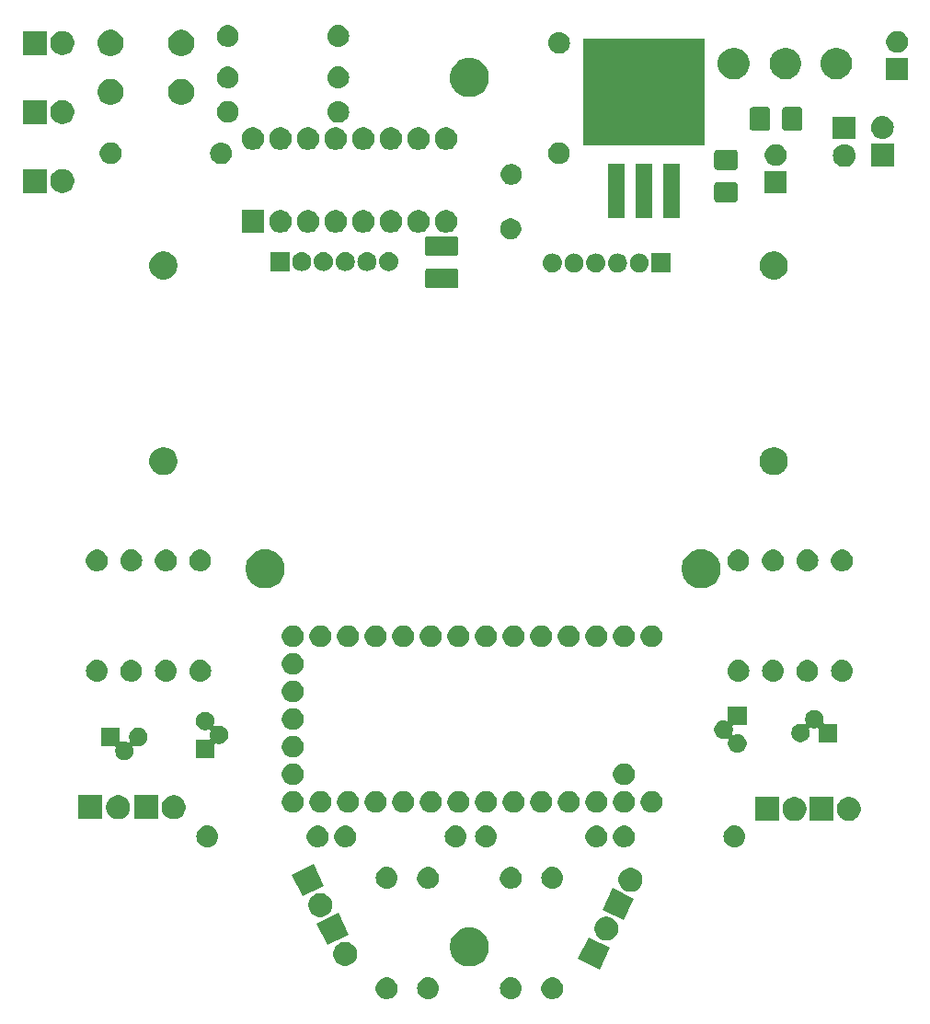
<source format=gbr>
G04 #@! TF.GenerationSoftware,KiCad,Pcbnew,(5.0.2)-1*
G04 #@! TF.CreationDate,2020-09-24T18:59:20-07:00*
G04 #@! TF.ProjectId,mouse_v2,6d6f7573-655f-4763-922e-6b696361645f,rev?*
G04 #@! TF.SameCoordinates,Original*
G04 #@! TF.FileFunction,Soldermask,Top*
G04 #@! TF.FilePolarity,Negative*
%FSLAX46Y46*%
G04 Gerber Fmt 4.6, Leading zero omitted, Abs format (unit mm)*
G04 Created by KiCad (PCBNEW (5.0.2)-1) date 9/24/2020 6:59:20 PM*
%MOMM*%
%LPD*%
G01*
G04 APERTURE LIST*
%ADD10C,0.100000*%
G04 APERTURE END LIST*
D10*
G36*
X167815770Y-143795372D02*
X167931689Y-143818429D01*
X168113678Y-143893811D01*
X168277463Y-144003249D01*
X168416751Y-144142537D01*
X168526189Y-144306322D01*
X168601571Y-144488311D01*
X168640000Y-144681509D01*
X168640000Y-144878491D01*
X168601571Y-145071689D01*
X168526189Y-145253678D01*
X168416751Y-145417463D01*
X168277463Y-145556751D01*
X168113678Y-145666189D01*
X167931689Y-145741571D01*
X167815770Y-145764628D01*
X167738493Y-145780000D01*
X167541507Y-145780000D01*
X167464230Y-145764628D01*
X167348311Y-145741571D01*
X167166322Y-145666189D01*
X167002537Y-145556751D01*
X166863249Y-145417463D01*
X166753811Y-145253678D01*
X166678429Y-145071689D01*
X166640000Y-144878491D01*
X166640000Y-144681509D01*
X166678429Y-144488311D01*
X166753811Y-144306322D01*
X166863249Y-144142537D01*
X167002537Y-144003249D01*
X167166322Y-143893811D01*
X167348311Y-143818429D01*
X167464230Y-143795372D01*
X167541507Y-143780000D01*
X167738493Y-143780000D01*
X167815770Y-143795372D01*
X167815770Y-143795372D01*
G37*
G36*
X152575770Y-143795372D02*
X152691689Y-143818429D01*
X152873678Y-143893811D01*
X153037463Y-144003249D01*
X153176751Y-144142537D01*
X153286189Y-144306322D01*
X153361571Y-144488311D01*
X153400000Y-144681509D01*
X153400000Y-144878491D01*
X153361571Y-145071689D01*
X153286189Y-145253678D01*
X153176751Y-145417463D01*
X153037463Y-145556751D01*
X152873678Y-145666189D01*
X152691689Y-145741571D01*
X152575770Y-145764628D01*
X152498493Y-145780000D01*
X152301507Y-145780000D01*
X152224230Y-145764628D01*
X152108311Y-145741571D01*
X151926322Y-145666189D01*
X151762537Y-145556751D01*
X151623249Y-145417463D01*
X151513811Y-145253678D01*
X151438429Y-145071689D01*
X151400000Y-144878491D01*
X151400000Y-144681509D01*
X151438429Y-144488311D01*
X151513811Y-144306322D01*
X151623249Y-144142537D01*
X151762537Y-144003249D01*
X151926322Y-143893811D01*
X152108311Y-143818429D01*
X152224230Y-143795372D01*
X152301507Y-143780000D01*
X152498493Y-143780000D01*
X152575770Y-143795372D01*
X152575770Y-143795372D01*
G37*
G36*
X156406030Y-143794469D02*
X156406033Y-143794470D01*
X156406034Y-143794470D01*
X156594535Y-143851651D01*
X156594537Y-143851652D01*
X156768260Y-143944509D01*
X156920528Y-144069472D01*
X157045491Y-144221740D01*
X157138348Y-144395463D01*
X157195531Y-144583970D01*
X157214838Y-144780000D01*
X157195531Y-144976030D01*
X157138348Y-145164537D01*
X157045491Y-145338260D01*
X156920528Y-145490528D01*
X156768260Y-145615491D01*
X156768258Y-145615492D01*
X156594535Y-145708349D01*
X156406034Y-145765530D01*
X156406033Y-145765530D01*
X156406030Y-145765531D01*
X156259124Y-145780000D01*
X156160876Y-145780000D01*
X156013970Y-145765531D01*
X156013967Y-145765530D01*
X156013966Y-145765530D01*
X155825465Y-145708349D01*
X155651742Y-145615492D01*
X155651740Y-145615491D01*
X155499472Y-145490528D01*
X155374509Y-145338260D01*
X155281652Y-145164537D01*
X155224469Y-144976030D01*
X155205162Y-144780000D01*
X155224469Y-144583970D01*
X155281652Y-144395463D01*
X155374509Y-144221740D01*
X155499472Y-144069472D01*
X155651740Y-143944509D01*
X155825463Y-143851652D01*
X155825465Y-143851651D01*
X156013966Y-143794470D01*
X156013967Y-143794470D01*
X156013970Y-143794469D01*
X156160876Y-143780000D01*
X156259124Y-143780000D01*
X156406030Y-143794469D01*
X156406030Y-143794469D01*
G37*
G36*
X164026030Y-143794469D02*
X164026033Y-143794470D01*
X164026034Y-143794470D01*
X164214535Y-143851651D01*
X164214537Y-143851652D01*
X164388260Y-143944509D01*
X164540528Y-144069472D01*
X164665491Y-144221740D01*
X164758348Y-144395463D01*
X164815531Y-144583970D01*
X164834838Y-144780000D01*
X164815531Y-144976030D01*
X164758348Y-145164537D01*
X164665491Y-145338260D01*
X164540528Y-145490528D01*
X164388260Y-145615491D01*
X164388258Y-145615492D01*
X164214535Y-145708349D01*
X164026034Y-145765530D01*
X164026033Y-145765530D01*
X164026030Y-145765531D01*
X163879124Y-145780000D01*
X163780876Y-145780000D01*
X163633970Y-145765531D01*
X163633967Y-145765530D01*
X163633966Y-145765530D01*
X163445465Y-145708349D01*
X163271742Y-145615492D01*
X163271740Y-145615491D01*
X163119472Y-145490528D01*
X162994509Y-145338260D01*
X162901652Y-145164537D01*
X162844469Y-144976030D01*
X162825162Y-144780000D01*
X162844469Y-144583970D01*
X162901652Y-144395463D01*
X162994509Y-144221740D01*
X163119472Y-144069472D01*
X163271740Y-143944509D01*
X163445463Y-143851652D01*
X163445465Y-143851651D01*
X163633966Y-143794470D01*
X163633967Y-143794470D01*
X163633970Y-143794469D01*
X163780876Y-143780000D01*
X163879124Y-143780000D01*
X164026030Y-143794469D01*
X164026030Y-143794469D01*
G37*
G36*
X172976045Y-141073290D02*
X171994410Y-143042145D01*
X170025555Y-142060510D01*
X171007190Y-140091655D01*
X172976045Y-141073290D01*
X172976045Y-141073290D01*
G37*
G36*
X160429122Y-139216115D02*
X160545041Y-139239173D01*
X160872620Y-139374861D01*
X160913398Y-139402108D01*
X161167436Y-139571851D01*
X161418149Y-139822564D01*
X161418151Y-139822567D01*
X161615139Y-140117380D01*
X161729623Y-140393767D01*
X161750827Y-140444960D01*
X161814112Y-140763111D01*
X161820000Y-140792716D01*
X161820000Y-141147284D01*
X161750827Y-141495041D01*
X161744965Y-141509192D01*
X161615140Y-141822618D01*
X161418149Y-142117436D01*
X161167436Y-142368149D01*
X161167433Y-142368151D01*
X160872620Y-142565139D01*
X160545041Y-142700827D01*
X160461054Y-142717533D01*
X160197286Y-142770000D01*
X159842714Y-142770000D01*
X159578946Y-142717533D01*
X159494959Y-142700827D01*
X159167380Y-142565139D01*
X158872567Y-142368151D01*
X158872564Y-142368149D01*
X158621851Y-142117436D01*
X158424860Y-141822618D01*
X158295035Y-141509192D01*
X158289173Y-141495041D01*
X158220000Y-141147284D01*
X158220000Y-140792716D01*
X158225889Y-140763111D01*
X158289173Y-140444960D01*
X158310378Y-140393767D01*
X158424861Y-140117380D01*
X158621849Y-139822567D01*
X158621851Y-139822564D01*
X158872564Y-139571851D01*
X159126602Y-139402108D01*
X159167380Y-139374861D01*
X159494959Y-139239173D01*
X159610878Y-139216115D01*
X159842714Y-139170000D01*
X160197286Y-139170000D01*
X160429122Y-139216115D01*
X160429122Y-139216115D01*
G37*
G36*
X148901199Y-140559805D02*
X149101384Y-140642724D01*
X149281555Y-140763111D01*
X149434764Y-140916320D01*
X149555151Y-141096491D01*
X149638070Y-141296676D01*
X149680342Y-141509191D01*
X149680342Y-141725875D01*
X149638070Y-141938390D01*
X149555151Y-142138575D01*
X149434764Y-142318746D01*
X149281555Y-142471955D01*
X149281552Y-142471957D01*
X149281551Y-142471958D01*
X149101387Y-142592340D01*
X149101384Y-142592342D01*
X148901199Y-142675261D01*
X148688684Y-142717533D01*
X148472000Y-142717533D01*
X148259485Y-142675261D01*
X148059300Y-142592342D01*
X148059297Y-142592340D01*
X147879133Y-142471958D01*
X147879132Y-142471957D01*
X147879129Y-142471955D01*
X147725920Y-142318746D01*
X147605533Y-142138575D01*
X147522614Y-141938390D01*
X147480342Y-141725875D01*
X147480342Y-141509191D01*
X147522614Y-141296676D01*
X147605533Y-141096491D01*
X147725920Y-140916320D01*
X147879129Y-140763111D01*
X148059300Y-140642724D01*
X148259485Y-140559805D01*
X148472000Y-140517533D01*
X148688684Y-140517533D01*
X148901199Y-140559805D01*
X148901199Y-140559805D01*
G37*
G36*
X148922245Y-139838010D02*
X146953390Y-140819645D01*
X145971755Y-138850790D01*
X147940610Y-137869155D01*
X148922245Y-139838010D01*
X148922245Y-139838010D01*
G37*
G36*
X172954999Y-138236039D02*
X173155184Y-138318958D01*
X173335355Y-138439345D01*
X173488564Y-138592554D01*
X173608951Y-138772725D01*
X173691870Y-138972910D01*
X173734142Y-139185425D01*
X173734142Y-139402109D01*
X173691870Y-139614624D01*
X173608951Y-139814809D01*
X173488564Y-139994980D01*
X173335355Y-140148189D01*
X173155184Y-140268576D01*
X172954999Y-140351495D01*
X172742484Y-140393767D01*
X172525800Y-140393767D01*
X172313285Y-140351495D01*
X172113100Y-140268576D01*
X171932929Y-140148189D01*
X171779720Y-139994980D01*
X171659333Y-139814809D01*
X171576414Y-139614624D01*
X171534142Y-139402109D01*
X171534142Y-139185425D01*
X171576414Y-138972910D01*
X171659333Y-138772725D01*
X171779720Y-138592554D01*
X171932929Y-138439345D01*
X172113100Y-138318958D01*
X172313285Y-138236039D01*
X172525800Y-138193767D01*
X172742484Y-138193767D01*
X172954999Y-138236039D01*
X172954999Y-138236039D01*
G37*
G36*
X175198545Y-136564790D02*
X174216910Y-138533645D01*
X172248055Y-137552010D01*
X173229690Y-135583155D01*
X175198545Y-136564790D01*
X175198545Y-136564790D01*
G37*
G36*
X146624857Y-136064172D02*
X146825042Y-136147091D01*
X147005213Y-136267478D01*
X147158422Y-136420687D01*
X147278809Y-136600858D01*
X147361728Y-136801043D01*
X147404000Y-137013558D01*
X147404000Y-137230242D01*
X147361728Y-137442757D01*
X147278809Y-137642942D01*
X147158422Y-137823113D01*
X147005213Y-137976322D01*
X146825042Y-138096709D01*
X146624857Y-138179628D01*
X146412342Y-138221900D01*
X146195658Y-138221900D01*
X145983143Y-138179628D01*
X145782958Y-138096709D01*
X145602787Y-137976322D01*
X145449578Y-137823113D01*
X145329191Y-137642942D01*
X145246272Y-137442757D01*
X145204000Y-137230242D01*
X145204000Y-137013558D01*
X145246272Y-136801043D01*
X145329191Y-136600858D01*
X145449578Y-136420687D01*
X145602787Y-136267478D01*
X145782958Y-136147091D01*
X145983143Y-136064172D01*
X146195658Y-136021900D01*
X146412342Y-136021900D01*
X146624857Y-136064172D01*
X146624857Y-136064172D01*
G37*
G36*
X146645903Y-135342377D02*
X144677048Y-136324012D01*
X143695413Y-134355157D01*
X145664268Y-133373522D01*
X146645903Y-135342377D01*
X146645903Y-135342377D01*
G37*
G36*
X175177499Y-133727539D02*
X175377684Y-133810458D01*
X175377687Y-133810460D01*
X175525869Y-133909472D01*
X175557855Y-133930845D01*
X175711064Y-134084054D01*
X175711066Y-134084057D01*
X175711067Y-134084058D01*
X175812233Y-134235463D01*
X175831451Y-134264225D01*
X175914370Y-134464410D01*
X175956642Y-134676925D01*
X175956642Y-134893609D01*
X175914370Y-135106124D01*
X175831451Y-135306309D01*
X175831449Y-135306312D01*
X175731771Y-135455491D01*
X175711064Y-135486480D01*
X175557855Y-135639689D01*
X175377684Y-135760076D01*
X175177499Y-135842995D01*
X174964984Y-135885267D01*
X174748300Y-135885267D01*
X174535785Y-135842995D01*
X174335600Y-135760076D01*
X174155429Y-135639689D01*
X174002220Y-135486480D01*
X173981514Y-135455491D01*
X173881835Y-135306312D01*
X173881833Y-135306309D01*
X173798914Y-135106124D01*
X173756642Y-134893609D01*
X173756642Y-134676925D01*
X173798914Y-134464410D01*
X173881833Y-134264225D01*
X173901051Y-134235463D01*
X174002217Y-134084058D01*
X174002218Y-134084057D01*
X174002220Y-134084054D01*
X174155429Y-133930845D01*
X174187416Y-133909472D01*
X174335597Y-133810460D01*
X174335600Y-133810458D01*
X174535785Y-133727539D01*
X174748300Y-133685267D01*
X174964984Y-133685267D01*
X175177499Y-133727539D01*
X175177499Y-133727539D01*
G37*
G36*
X152596030Y-133634469D02*
X152596033Y-133634470D01*
X152596034Y-133634470D01*
X152784535Y-133691651D01*
X152784537Y-133691652D01*
X152958260Y-133784509D01*
X153110528Y-133909472D01*
X153235491Y-134061740D01*
X153328348Y-134235463D01*
X153385531Y-134423970D01*
X153404838Y-134620000D01*
X153385531Y-134816030D01*
X153328348Y-135004537D01*
X153235491Y-135178260D01*
X153110528Y-135330528D01*
X152958260Y-135455491D01*
X152958258Y-135455492D01*
X152784535Y-135548349D01*
X152596034Y-135605530D01*
X152596033Y-135605530D01*
X152596030Y-135605531D01*
X152449124Y-135620000D01*
X152350876Y-135620000D01*
X152203970Y-135605531D01*
X152203967Y-135605530D01*
X152203966Y-135605530D01*
X152015465Y-135548349D01*
X151841742Y-135455492D01*
X151841740Y-135455491D01*
X151689472Y-135330528D01*
X151564509Y-135178260D01*
X151471652Y-135004537D01*
X151414469Y-134816030D01*
X151395162Y-134620000D01*
X151414469Y-134423970D01*
X151471652Y-134235463D01*
X151564509Y-134061740D01*
X151689472Y-133909472D01*
X151841740Y-133784509D01*
X152015463Y-133691652D01*
X152015465Y-133691651D01*
X152203966Y-133634470D01*
X152203967Y-133634470D01*
X152203970Y-133634469D01*
X152350876Y-133620000D01*
X152449124Y-133620000D01*
X152596030Y-133634469D01*
X152596030Y-133634469D01*
G37*
G36*
X167836030Y-133634469D02*
X167836033Y-133634470D01*
X167836034Y-133634470D01*
X168024535Y-133691651D01*
X168024537Y-133691652D01*
X168198260Y-133784509D01*
X168350528Y-133909472D01*
X168475491Y-134061740D01*
X168568348Y-134235463D01*
X168625531Y-134423970D01*
X168644838Y-134620000D01*
X168625531Y-134816030D01*
X168568348Y-135004537D01*
X168475491Y-135178260D01*
X168350528Y-135330528D01*
X168198260Y-135455491D01*
X168198258Y-135455492D01*
X168024535Y-135548349D01*
X167836034Y-135605530D01*
X167836033Y-135605530D01*
X167836030Y-135605531D01*
X167689124Y-135620000D01*
X167590876Y-135620000D01*
X167443970Y-135605531D01*
X167443967Y-135605530D01*
X167443966Y-135605530D01*
X167255465Y-135548349D01*
X167081742Y-135455492D01*
X167081740Y-135455491D01*
X166929472Y-135330528D01*
X166804509Y-135178260D01*
X166711652Y-135004537D01*
X166654469Y-134816030D01*
X166635162Y-134620000D01*
X166654469Y-134423970D01*
X166711652Y-134235463D01*
X166804509Y-134061740D01*
X166929472Y-133909472D01*
X167081740Y-133784509D01*
X167255463Y-133691652D01*
X167255465Y-133691651D01*
X167443966Y-133634470D01*
X167443967Y-133634470D01*
X167443970Y-133634469D01*
X167590876Y-133620000D01*
X167689124Y-133620000D01*
X167836030Y-133634469D01*
X167836030Y-133634469D01*
G37*
G36*
X156385770Y-133635372D02*
X156501689Y-133658429D01*
X156683678Y-133733811D01*
X156847463Y-133843249D01*
X156986751Y-133982537D01*
X157096189Y-134146322D01*
X157171571Y-134328311D01*
X157194628Y-134444230D01*
X157198643Y-134464410D01*
X157210000Y-134521509D01*
X157210000Y-134718491D01*
X157171571Y-134911689D01*
X157096189Y-135093678D01*
X156986751Y-135257463D01*
X156847463Y-135396751D01*
X156683678Y-135506189D01*
X156501689Y-135581571D01*
X156385770Y-135604628D01*
X156308493Y-135620000D01*
X156111507Y-135620000D01*
X156034230Y-135604628D01*
X155918311Y-135581571D01*
X155736322Y-135506189D01*
X155572537Y-135396751D01*
X155433249Y-135257463D01*
X155323811Y-135093678D01*
X155248429Y-134911689D01*
X155210000Y-134718491D01*
X155210000Y-134521509D01*
X155221358Y-134464410D01*
X155225372Y-134444230D01*
X155248429Y-134328311D01*
X155323811Y-134146322D01*
X155433249Y-133982537D01*
X155572537Y-133843249D01*
X155736322Y-133733811D01*
X155918311Y-133658429D01*
X156034230Y-133635372D01*
X156111507Y-133620000D01*
X156308493Y-133620000D01*
X156385770Y-133635372D01*
X156385770Y-133635372D01*
G37*
G36*
X164005770Y-133635372D02*
X164121689Y-133658429D01*
X164303678Y-133733811D01*
X164467463Y-133843249D01*
X164606751Y-133982537D01*
X164716189Y-134146322D01*
X164791571Y-134328311D01*
X164814628Y-134444230D01*
X164818643Y-134464410D01*
X164830000Y-134521509D01*
X164830000Y-134718491D01*
X164791571Y-134911689D01*
X164716189Y-135093678D01*
X164606751Y-135257463D01*
X164467463Y-135396751D01*
X164303678Y-135506189D01*
X164121689Y-135581571D01*
X164005770Y-135604628D01*
X163928493Y-135620000D01*
X163731507Y-135620000D01*
X163654230Y-135604628D01*
X163538311Y-135581571D01*
X163356322Y-135506189D01*
X163192537Y-135396751D01*
X163053249Y-135257463D01*
X162943811Y-135093678D01*
X162868429Y-134911689D01*
X162830000Y-134718491D01*
X162830000Y-134521509D01*
X162841358Y-134464410D01*
X162845372Y-134444230D01*
X162868429Y-134328311D01*
X162943811Y-134146322D01*
X163053249Y-133982537D01*
X163192537Y-133843249D01*
X163356322Y-133733811D01*
X163538311Y-133658429D01*
X163654230Y-133635372D01*
X163731507Y-133620000D01*
X163928493Y-133620000D01*
X164005770Y-133635372D01*
X164005770Y-133635372D01*
G37*
G36*
X184600030Y-129824469D02*
X184600033Y-129824470D01*
X184600034Y-129824470D01*
X184788535Y-129881651D01*
X184788537Y-129881652D01*
X184962260Y-129974509D01*
X185114528Y-130099472D01*
X185239491Y-130251740D01*
X185332348Y-130425463D01*
X185389531Y-130613970D01*
X185408838Y-130810000D01*
X185389531Y-131006030D01*
X185332348Y-131194537D01*
X185239491Y-131368260D01*
X185114528Y-131520528D01*
X184962260Y-131645491D01*
X184962258Y-131645492D01*
X184788535Y-131738349D01*
X184600034Y-131795530D01*
X184600033Y-131795530D01*
X184600030Y-131795531D01*
X184453124Y-131810000D01*
X184354876Y-131810000D01*
X184207970Y-131795531D01*
X184207967Y-131795530D01*
X184207966Y-131795530D01*
X184019465Y-131738349D01*
X183845742Y-131645492D01*
X183845740Y-131645491D01*
X183693472Y-131520528D01*
X183568509Y-131368260D01*
X183475652Y-131194537D01*
X183418469Y-131006030D01*
X183399162Y-130810000D01*
X183418469Y-130613970D01*
X183475652Y-130425463D01*
X183568509Y-130251740D01*
X183693472Y-130099472D01*
X183845740Y-129974509D01*
X184019463Y-129881652D01*
X184019465Y-129881651D01*
X184207966Y-129824470D01*
X184207967Y-129824470D01*
X184207970Y-129824469D01*
X184354876Y-129810000D01*
X184453124Y-129810000D01*
X184600030Y-129824469D01*
X184600030Y-129824469D01*
G37*
G36*
X148765770Y-129825372D02*
X148881689Y-129848429D01*
X149063678Y-129923811D01*
X149227463Y-130033249D01*
X149366751Y-130172537D01*
X149476189Y-130336322D01*
X149551571Y-130518311D01*
X149590000Y-130711509D01*
X149590000Y-130908491D01*
X149551571Y-131101689D01*
X149476189Y-131283678D01*
X149366751Y-131447463D01*
X149227463Y-131586751D01*
X149063678Y-131696189D01*
X148881689Y-131771571D01*
X148765770Y-131794628D01*
X148688493Y-131810000D01*
X148491507Y-131810000D01*
X148414230Y-131794628D01*
X148298311Y-131771571D01*
X148116322Y-131696189D01*
X147952537Y-131586751D01*
X147813249Y-131447463D01*
X147703811Y-131283678D01*
X147628429Y-131101689D01*
X147590000Y-130908491D01*
X147590000Y-130711509D01*
X147628429Y-130518311D01*
X147703811Y-130336322D01*
X147813249Y-130172537D01*
X147952537Y-130033249D01*
X148116322Y-129923811D01*
X148298311Y-129848429D01*
X148414230Y-129825372D01*
X148491507Y-129810000D01*
X148688493Y-129810000D01*
X148765770Y-129825372D01*
X148765770Y-129825372D01*
G37*
G36*
X158946030Y-129824469D02*
X158946033Y-129824470D01*
X158946034Y-129824470D01*
X159134535Y-129881651D01*
X159134537Y-129881652D01*
X159308260Y-129974509D01*
X159460528Y-130099472D01*
X159585491Y-130251740D01*
X159678348Y-130425463D01*
X159735531Y-130613970D01*
X159754838Y-130810000D01*
X159735531Y-131006030D01*
X159678348Y-131194537D01*
X159585491Y-131368260D01*
X159460528Y-131520528D01*
X159308260Y-131645491D01*
X159308258Y-131645492D01*
X159134535Y-131738349D01*
X158946034Y-131795530D01*
X158946033Y-131795530D01*
X158946030Y-131795531D01*
X158799124Y-131810000D01*
X158700876Y-131810000D01*
X158553970Y-131795531D01*
X158553967Y-131795530D01*
X158553966Y-131795530D01*
X158365465Y-131738349D01*
X158191742Y-131645492D01*
X158191740Y-131645491D01*
X158039472Y-131520528D01*
X157914509Y-131368260D01*
X157821652Y-131194537D01*
X157764469Y-131006030D01*
X157745162Y-130810000D01*
X157764469Y-130613970D01*
X157821652Y-130425463D01*
X157914509Y-130251740D01*
X158039472Y-130099472D01*
X158191740Y-129974509D01*
X158365463Y-129881652D01*
X158365465Y-129881651D01*
X158553966Y-129824470D01*
X158553967Y-129824470D01*
X158553970Y-129824469D01*
X158700876Y-129810000D01*
X158799124Y-129810000D01*
X158946030Y-129824469D01*
X158946030Y-129824469D01*
G37*
G36*
X171879770Y-129825372D02*
X171995689Y-129848429D01*
X172177678Y-129923811D01*
X172341463Y-130033249D01*
X172480751Y-130172537D01*
X172590189Y-130336322D01*
X172665571Y-130518311D01*
X172704000Y-130711509D01*
X172704000Y-130908491D01*
X172665571Y-131101689D01*
X172590189Y-131283678D01*
X172480751Y-131447463D01*
X172341463Y-131586751D01*
X172177678Y-131696189D01*
X171995689Y-131771571D01*
X171879770Y-131794628D01*
X171802493Y-131810000D01*
X171605507Y-131810000D01*
X171528230Y-131794628D01*
X171412311Y-131771571D01*
X171230322Y-131696189D01*
X171066537Y-131586751D01*
X170927249Y-131447463D01*
X170817811Y-131283678D01*
X170742429Y-131101689D01*
X170704000Y-130908491D01*
X170704000Y-130711509D01*
X170742429Y-130518311D01*
X170817811Y-130336322D01*
X170927249Y-130172537D01*
X171066537Y-130033249D01*
X171230322Y-129923811D01*
X171412311Y-129848429D01*
X171528230Y-129825372D01*
X171605507Y-129810000D01*
X171802493Y-129810000D01*
X171879770Y-129825372D01*
X171879770Y-129825372D01*
G37*
G36*
X161740030Y-129824469D02*
X161740033Y-129824470D01*
X161740034Y-129824470D01*
X161928535Y-129881651D01*
X161928537Y-129881652D01*
X162102260Y-129974509D01*
X162254528Y-130099472D01*
X162379491Y-130251740D01*
X162472348Y-130425463D01*
X162529531Y-130613970D01*
X162548838Y-130810000D01*
X162529531Y-131006030D01*
X162472348Y-131194537D01*
X162379491Y-131368260D01*
X162254528Y-131520528D01*
X162102260Y-131645491D01*
X162102258Y-131645492D01*
X161928535Y-131738349D01*
X161740034Y-131795530D01*
X161740033Y-131795530D01*
X161740030Y-131795531D01*
X161593124Y-131810000D01*
X161494876Y-131810000D01*
X161347970Y-131795531D01*
X161347967Y-131795530D01*
X161347966Y-131795530D01*
X161159465Y-131738349D01*
X160985742Y-131645492D01*
X160985740Y-131645491D01*
X160833472Y-131520528D01*
X160708509Y-131368260D01*
X160615652Y-131194537D01*
X160558469Y-131006030D01*
X160539162Y-130810000D01*
X160558469Y-130613970D01*
X160615652Y-130425463D01*
X160708509Y-130251740D01*
X160833472Y-130099472D01*
X160985740Y-129974509D01*
X161159463Y-129881652D01*
X161159465Y-129881651D01*
X161347966Y-129824470D01*
X161347967Y-129824470D01*
X161347970Y-129824469D01*
X161494876Y-129810000D01*
X161593124Y-129810000D01*
X161740030Y-129824469D01*
X161740030Y-129824469D01*
G37*
G36*
X174419770Y-129825372D02*
X174535689Y-129848429D01*
X174717678Y-129923811D01*
X174881463Y-130033249D01*
X175020751Y-130172537D01*
X175130189Y-130336322D01*
X175205571Y-130518311D01*
X175244000Y-130711509D01*
X175244000Y-130908491D01*
X175205571Y-131101689D01*
X175130189Y-131283678D01*
X175020751Y-131447463D01*
X174881463Y-131586751D01*
X174717678Y-131696189D01*
X174535689Y-131771571D01*
X174419770Y-131794628D01*
X174342493Y-131810000D01*
X174145507Y-131810000D01*
X174068230Y-131794628D01*
X173952311Y-131771571D01*
X173770322Y-131696189D01*
X173606537Y-131586751D01*
X173467249Y-131447463D01*
X173357811Y-131283678D01*
X173282429Y-131101689D01*
X173244000Y-130908491D01*
X173244000Y-130711509D01*
X173282429Y-130518311D01*
X173357811Y-130336322D01*
X173467249Y-130172537D01*
X173606537Y-130033249D01*
X173770322Y-129923811D01*
X173952311Y-129848429D01*
X174068230Y-129825372D01*
X174145507Y-129810000D01*
X174342493Y-129810000D01*
X174419770Y-129825372D01*
X174419770Y-129825372D01*
G37*
G36*
X146225770Y-129825372D02*
X146341689Y-129848429D01*
X146523678Y-129923811D01*
X146687463Y-130033249D01*
X146826751Y-130172537D01*
X146936189Y-130336322D01*
X147011571Y-130518311D01*
X147050000Y-130711509D01*
X147050000Y-130908491D01*
X147011571Y-131101689D01*
X146936189Y-131283678D01*
X146826751Y-131447463D01*
X146687463Y-131586751D01*
X146523678Y-131696189D01*
X146341689Y-131771571D01*
X146225770Y-131794628D01*
X146148493Y-131810000D01*
X145951507Y-131810000D01*
X145874230Y-131794628D01*
X145758311Y-131771571D01*
X145576322Y-131696189D01*
X145412537Y-131586751D01*
X145273249Y-131447463D01*
X145163811Y-131283678D01*
X145088429Y-131101689D01*
X145050000Y-130908491D01*
X145050000Y-130711509D01*
X145088429Y-130518311D01*
X145163811Y-130336322D01*
X145273249Y-130172537D01*
X145412537Y-130033249D01*
X145576322Y-129923811D01*
X145758311Y-129848429D01*
X145874230Y-129825372D01*
X145951507Y-129810000D01*
X146148493Y-129810000D01*
X146225770Y-129825372D01*
X146225770Y-129825372D01*
G37*
G36*
X136086030Y-129824469D02*
X136086033Y-129824470D01*
X136086034Y-129824470D01*
X136274535Y-129881651D01*
X136274537Y-129881652D01*
X136448260Y-129974509D01*
X136600528Y-130099472D01*
X136725491Y-130251740D01*
X136818348Y-130425463D01*
X136875531Y-130613970D01*
X136894838Y-130810000D01*
X136875531Y-131006030D01*
X136818348Y-131194537D01*
X136725491Y-131368260D01*
X136600528Y-131520528D01*
X136448260Y-131645491D01*
X136448258Y-131645492D01*
X136274535Y-131738349D01*
X136086034Y-131795530D01*
X136086033Y-131795530D01*
X136086030Y-131795531D01*
X135939124Y-131810000D01*
X135840876Y-131810000D01*
X135693970Y-131795531D01*
X135693967Y-131795530D01*
X135693966Y-131795530D01*
X135505465Y-131738349D01*
X135331742Y-131645492D01*
X135331740Y-131645491D01*
X135179472Y-131520528D01*
X135054509Y-131368260D01*
X134961652Y-131194537D01*
X134904469Y-131006030D01*
X134885162Y-130810000D01*
X134904469Y-130613970D01*
X134961652Y-130425463D01*
X135054509Y-130251740D01*
X135179472Y-130099472D01*
X135331740Y-129974509D01*
X135505463Y-129881652D01*
X135505465Y-129881651D01*
X135693966Y-129824470D01*
X135693967Y-129824470D01*
X135693970Y-129824469D01*
X135840876Y-129810000D01*
X135939124Y-129810000D01*
X136086030Y-129824469D01*
X136086030Y-129824469D01*
G37*
G36*
X193509297Y-129385645D02*
X191309297Y-129385645D01*
X191309297Y-127185645D01*
X193509297Y-127185645D01*
X193509297Y-129385645D01*
X193509297Y-129385645D01*
G37*
G36*
X195270154Y-127227917D02*
X195470339Y-127310836D01*
X195470342Y-127310838D01*
X195627092Y-127415575D01*
X195650510Y-127431223D01*
X195803719Y-127584432D01*
X195803721Y-127584435D01*
X195803722Y-127584436D01*
X195893295Y-127718491D01*
X195924106Y-127764603D01*
X196007025Y-127964788D01*
X196049297Y-128177303D01*
X196049297Y-128393987D01*
X196007025Y-128606502D01*
X195924106Y-128806687D01*
X195924104Y-128806690D01*
X195808282Y-128980030D01*
X195803719Y-128986858D01*
X195650510Y-129140067D01*
X195650507Y-129140069D01*
X195650506Y-129140070D01*
X195522494Y-129225605D01*
X195470339Y-129260454D01*
X195270154Y-129343373D01*
X195057639Y-129385645D01*
X194840955Y-129385645D01*
X194628440Y-129343373D01*
X194428255Y-129260454D01*
X194376100Y-129225605D01*
X194248088Y-129140070D01*
X194248087Y-129140069D01*
X194248084Y-129140067D01*
X194094875Y-128986858D01*
X194090313Y-128980030D01*
X193974490Y-128806690D01*
X193974488Y-128806687D01*
X193891569Y-128606502D01*
X193849297Y-128393987D01*
X193849297Y-128177303D01*
X193891569Y-127964788D01*
X193974488Y-127764603D01*
X194005299Y-127718491D01*
X194094872Y-127584436D01*
X194094873Y-127584435D01*
X194094875Y-127584432D01*
X194248084Y-127431223D01*
X194271503Y-127415575D01*
X194428252Y-127310838D01*
X194428255Y-127310836D01*
X194628440Y-127227917D01*
X194840955Y-127185645D01*
X195057639Y-127185645D01*
X195270154Y-127227917D01*
X195270154Y-127227917D01*
G37*
G36*
X190256977Y-127212272D02*
X190457162Y-127295191D01*
X190637333Y-127415578D01*
X190790542Y-127568787D01*
X190790544Y-127568790D01*
X190790545Y-127568791D01*
X190814445Y-127604560D01*
X190910929Y-127748958D01*
X190993848Y-127949143D01*
X191036120Y-128161658D01*
X191036120Y-128378342D01*
X190993848Y-128590857D01*
X190910929Y-128791042D01*
X190790542Y-128971213D01*
X190637333Y-129124422D01*
X190637330Y-129124424D01*
X190637329Y-129124425D01*
X190538339Y-129190568D01*
X190457162Y-129244809D01*
X190256977Y-129327728D01*
X190044462Y-129370000D01*
X189827778Y-129370000D01*
X189615263Y-129327728D01*
X189415078Y-129244809D01*
X189333901Y-129190568D01*
X189234911Y-129124425D01*
X189234910Y-129124424D01*
X189234907Y-129124422D01*
X189081698Y-128971213D01*
X188961311Y-128791042D01*
X188878392Y-128590857D01*
X188836120Y-128378342D01*
X188836120Y-128161658D01*
X188878392Y-127949143D01*
X188961311Y-127748958D01*
X189057795Y-127604560D01*
X189081695Y-127568791D01*
X189081696Y-127568790D01*
X189081698Y-127568787D01*
X189234907Y-127415578D01*
X189415078Y-127295191D01*
X189615263Y-127212272D01*
X189827778Y-127170000D01*
X190044462Y-127170000D01*
X190256977Y-127212272D01*
X190256977Y-127212272D01*
G37*
G36*
X188496120Y-129370000D02*
X186296120Y-129370000D01*
X186296120Y-127170000D01*
X188496120Y-127170000D01*
X188496120Y-129370000D01*
X188496120Y-129370000D01*
G37*
G36*
X133129837Y-127075112D02*
X133330022Y-127158031D01*
X133330025Y-127158033D01*
X133499366Y-127271183D01*
X133510193Y-127278418D01*
X133663402Y-127431627D01*
X133783789Y-127611798D01*
X133866708Y-127811983D01*
X133908980Y-128024498D01*
X133908980Y-128241182D01*
X133866708Y-128453697D01*
X133783789Y-128653882D01*
X133783787Y-128653885D01*
X133668237Y-128826818D01*
X133663402Y-128834053D01*
X133510193Y-128987262D01*
X133330022Y-129107649D01*
X133129837Y-129190568D01*
X132917322Y-129232840D01*
X132700638Y-129232840D01*
X132488123Y-129190568D01*
X132287938Y-129107649D01*
X132107767Y-128987262D01*
X131954558Y-128834053D01*
X131949724Y-128826818D01*
X131834173Y-128653885D01*
X131834171Y-128653882D01*
X131751252Y-128453697D01*
X131708980Y-128241182D01*
X131708980Y-128024498D01*
X131751252Y-127811983D01*
X131834171Y-127611798D01*
X131954558Y-127431627D01*
X132107767Y-127278418D01*
X132118595Y-127271183D01*
X132287935Y-127158033D01*
X132287938Y-127158031D01*
X132488123Y-127075112D01*
X132700638Y-127032840D01*
X132917322Y-127032840D01*
X133129837Y-127075112D01*
X133129837Y-127075112D01*
G37*
G36*
X131368980Y-129232840D02*
X129168980Y-129232840D01*
X129168980Y-127032840D01*
X131368980Y-127032840D01*
X131368980Y-129232840D01*
X131368980Y-129232840D01*
G37*
G36*
X126260529Y-129225605D02*
X124060529Y-129225605D01*
X124060529Y-127025605D01*
X126260529Y-127025605D01*
X126260529Y-129225605D01*
X126260529Y-129225605D01*
G37*
G36*
X128021386Y-127067877D02*
X128221571Y-127150796D01*
X128221574Y-127150798D01*
X128313578Y-127212273D01*
X128401742Y-127271183D01*
X128554951Y-127424392D01*
X128554953Y-127424395D01*
X128554954Y-127424396D01*
X128619843Y-127521509D01*
X128675338Y-127604563D01*
X128758257Y-127804748D01*
X128800529Y-128017263D01*
X128800529Y-128233947D01*
X128758257Y-128446462D01*
X128675338Y-128646647D01*
X128554951Y-128826818D01*
X128401742Y-128980027D01*
X128401739Y-128980029D01*
X128401738Y-128980030D01*
X128390910Y-128987265D01*
X128221571Y-129100414D01*
X128021386Y-129183333D01*
X127808871Y-129225605D01*
X127592187Y-129225605D01*
X127379672Y-129183333D01*
X127179487Y-129100414D01*
X127010148Y-128987265D01*
X126999320Y-128980030D01*
X126999319Y-128980029D01*
X126999316Y-128980027D01*
X126846107Y-128826818D01*
X126725720Y-128646647D01*
X126642801Y-128446462D01*
X126600529Y-128233947D01*
X126600529Y-128017263D01*
X126642801Y-127804748D01*
X126725720Y-127604563D01*
X126781215Y-127521509D01*
X126846104Y-127424396D01*
X126846105Y-127424395D01*
X126846107Y-127424392D01*
X126999316Y-127271183D01*
X127087481Y-127212273D01*
X127179484Y-127150798D01*
X127179487Y-127150796D01*
X127379672Y-127067877D01*
X127592187Y-127025605D01*
X127808871Y-127025605D01*
X128021386Y-127067877D01*
X128021386Y-127067877D01*
G37*
G36*
X151559770Y-126635372D02*
X151675689Y-126658429D01*
X151857678Y-126733811D01*
X152021463Y-126843249D01*
X152160751Y-126982537D01*
X152270189Y-127146322D01*
X152345571Y-127328311D01*
X152362929Y-127415575D01*
X152384000Y-127521507D01*
X152384000Y-127718493D01*
X152374828Y-127764603D01*
X152345571Y-127911689D01*
X152270189Y-128093678D01*
X152160751Y-128257463D01*
X152021463Y-128396751D01*
X151857678Y-128506189D01*
X151675689Y-128581571D01*
X151559770Y-128604628D01*
X151482493Y-128620000D01*
X151285507Y-128620000D01*
X151208230Y-128604628D01*
X151092311Y-128581571D01*
X150910322Y-128506189D01*
X150746537Y-128396751D01*
X150607249Y-128257463D01*
X150497811Y-128093678D01*
X150422429Y-127911689D01*
X150393172Y-127764603D01*
X150384000Y-127718493D01*
X150384000Y-127521507D01*
X150405071Y-127415575D01*
X150422429Y-127328311D01*
X150497811Y-127146322D01*
X150607249Y-126982537D01*
X150746537Y-126843249D01*
X150910322Y-126733811D01*
X151092311Y-126658429D01*
X151208230Y-126635372D01*
X151285507Y-126620000D01*
X151482493Y-126620000D01*
X151559770Y-126635372D01*
X151559770Y-126635372D01*
G37*
G36*
X146479770Y-126635372D02*
X146595689Y-126658429D01*
X146777678Y-126733811D01*
X146941463Y-126843249D01*
X147080751Y-126982537D01*
X147190189Y-127146322D01*
X147265571Y-127328311D01*
X147282929Y-127415575D01*
X147304000Y-127521507D01*
X147304000Y-127718493D01*
X147294828Y-127764603D01*
X147265571Y-127911689D01*
X147190189Y-128093678D01*
X147080751Y-128257463D01*
X146941463Y-128396751D01*
X146777678Y-128506189D01*
X146595689Y-128581571D01*
X146479770Y-128604628D01*
X146402493Y-128620000D01*
X146205507Y-128620000D01*
X146128230Y-128604628D01*
X146012311Y-128581571D01*
X145830322Y-128506189D01*
X145666537Y-128396751D01*
X145527249Y-128257463D01*
X145417811Y-128093678D01*
X145342429Y-127911689D01*
X145313172Y-127764603D01*
X145304000Y-127718493D01*
X145304000Y-127521507D01*
X145325071Y-127415575D01*
X145342429Y-127328311D01*
X145417811Y-127146322D01*
X145527249Y-126982537D01*
X145666537Y-126843249D01*
X145830322Y-126733811D01*
X146012311Y-126658429D01*
X146128230Y-126635372D01*
X146205507Y-126620000D01*
X146402493Y-126620000D01*
X146479770Y-126635372D01*
X146479770Y-126635372D01*
G37*
G36*
X154099770Y-126635372D02*
X154215689Y-126658429D01*
X154397678Y-126733811D01*
X154561463Y-126843249D01*
X154700751Y-126982537D01*
X154810189Y-127146322D01*
X154885571Y-127328311D01*
X154902929Y-127415575D01*
X154924000Y-127521507D01*
X154924000Y-127718493D01*
X154914828Y-127764603D01*
X154885571Y-127911689D01*
X154810189Y-128093678D01*
X154700751Y-128257463D01*
X154561463Y-128396751D01*
X154397678Y-128506189D01*
X154215689Y-128581571D01*
X154099770Y-128604628D01*
X154022493Y-128620000D01*
X153825507Y-128620000D01*
X153748230Y-128604628D01*
X153632311Y-128581571D01*
X153450322Y-128506189D01*
X153286537Y-128396751D01*
X153147249Y-128257463D01*
X153037811Y-128093678D01*
X152962429Y-127911689D01*
X152933172Y-127764603D01*
X152924000Y-127718493D01*
X152924000Y-127521507D01*
X152945071Y-127415575D01*
X152962429Y-127328311D01*
X153037811Y-127146322D01*
X153147249Y-126982537D01*
X153286537Y-126843249D01*
X153450322Y-126733811D01*
X153632311Y-126658429D01*
X153748230Y-126635372D01*
X153825507Y-126620000D01*
X154022493Y-126620000D01*
X154099770Y-126635372D01*
X154099770Y-126635372D01*
G37*
G36*
X156639770Y-126635372D02*
X156755689Y-126658429D01*
X156937678Y-126733811D01*
X157101463Y-126843249D01*
X157240751Y-126982537D01*
X157350189Y-127146322D01*
X157425571Y-127328311D01*
X157442929Y-127415575D01*
X157464000Y-127521507D01*
X157464000Y-127718493D01*
X157454828Y-127764603D01*
X157425571Y-127911689D01*
X157350189Y-128093678D01*
X157240751Y-128257463D01*
X157101463Y-128396751D01*
X156937678Y-128506189D01*
X156755689Y-128581571D01*
X156639770Y-128604628D01*
X156562493Y-128620000D01*
X156365507Y-128620000D01*
X156288230Y-128604628D01*
X156172311Y-128581571D01*
X155990322Y-128506189D01*
X155826537Y-128396751D01*
X155687249Y-128257463D01*
X155577811Y-128093678D01*
X155502429Y-127911689D01*
X155473172Y-127764603D01*
X155464000Y-127718493D01*
X155464000Y-127521507D01*
X155485071Y-127415575D01*
X155502429Y-127328311D01*
X155577811Y-127146322D01*
X155687249Y-126982537D01*
X155826537Y-126843249D01*
X155990322Y-126733811D01*
X156172311Y-126658429D01*
X156288230Y-126635372D01*
X156365507Y-126620000D01*
X156562493Y-126620000D01*
X156639770Y-126635372D01*
X156639770Y-126635372D01*
G37*
G36*
X159179770Y-126635372D02*
X159295689Y-126658429D01*
X159477678Y-126733811D01*
X159641463Y-126843249D01*
X159780751Y-126982537D01*
X159890189Y-127146322D01*
X159965571Y-127328311D01*
X159982929Y-127415575D01*
X160004000Y-127521507D01*
X160004000Y-127718493D01*
X159994828Y-127764603D01*
X159965571Y-127911689D01*
X159890189Y-128093678D01*
X159780751Y-128257463D01*
X159641463Y-128396751D01*
X159477678Y-128506189D01*
X159295689Y-128581571D01*
X159179770Y-128604628D01*
X159102493Y-128620000D01*
X158905507Y-128620000D01*
X158828230Y-128604628D01*
X158712311Y-128581571D01*
X158530322Y-128506189D01*
X158366537Y-128396751D01*
X158227249Y-128257463D01*
X158117811Y-128093678D01*
X158042429Y-127911689D01*
X158013172Y-127764603D01*
X158004000Y-127718493D01*
X158004000Y-127521507D01*
X158025071Y-127415575D01*
X158042429Y-127328311D01*
X158117811Y-127146322D01*
X158227249Y-126982537D01*
X158366537Y-126843249D01*
X158530322Y-126733811D01*
X158712311Y-126658429D01*
X158828230Y-126635372D01*
X158905507Y-126620000D01*
X159102493Y-126620000D01*
X159179770Y-126635372D01*
X159179770Y-126635372D01*
G37*
G36*
X164259770Y-126635372D02*
X164375689Y-126658429D01*
X164557678Y-126733811D01*
X164721463Y-126843249D01*
X164860751Y-126982537D01*
X164970189Y-127146322D01*
X165045571Y-127328311D01*
X165062929Y-127415575D01*
X165084000Y-127521507D01*
X165084000Y-127718493D01*
X165074828Y-127764603D01*
X165045571Y-127911689D01*
X164970189Y-128093678D01*
X164860751Y-128257463D01*
X164721463Y-128396751D01*
X164557678Y-128506189D01*
X164375689Y-128581571D01*
X164259770Y-128604628D01*
X164182493Y-128620000D01*
X163985507Y-128620000D01*
X163908230Y-128604628D01*
X163792311Y-128581571D01*
X163610322Y-128506189D01*
X163446537Y-128396751D01*
X163307249Y-128257463D01*
X163197811Y-128093678D01*
X163122429Y-127911689D01*
X163093172Y-127764603D01*
X163084000Y-127718493D01*
X163084000Y-127521507D01*
X163105071Y-127415575D01*
X163122429Y-127328311D01*
X163197811Y-127146322D01*
X163307249Y-126982537D01*
X163446537Y-126843249D01*
X163610322Y-126733811D01*
X163792311Y-126658429D01*
X163908230Y-126635372D01*
X163985507Y-126620000D01*
X164182493Y-126620000D01*
X164259770Y-126635372D01*
X164259770Y-126635372D01*
G37*
G36*
X143939770Y-126635372D02*
X144055689Y-126658429D01*
X144237678Y-126733811D01*
X144401463Y-126843249D01*
X144540751Y-126982537D01*
X144650189Y-127146322D01*
X144725571Y-127328311D01*
X144742929Y-127415575D01*
X144764000Y-127521507D01*
X144764000Y-127718493D01*
X144754828Y-127764603D01*
X144725571Y-127911689D01*
X144650189Y-128093678D01*
X144540751Y-128257463D01*
X144401463Y-128396751D01*
X144237678Y-128506189D01*
X144055689Y-128581571D01*
X143939770Y-128604628D01*
X143862493Y-128620000D01*
X143665507Y-128620000D01*
X143588230Y-128604628D01*
X143472311Y-128581571D01*
X143290322Y-128506189D01*
X143126537Y-128396751D01*
X142987249Y-128257463D01*
X142877811Y-128093678D01*
X142802429Y-127911689D01*
X142773172Y-127764603D01*
X142764000Y-127718493D01*
X142764000Y-127521507D01*
X142785071Y-127415575D01*
X142802429Y-127328311D01*
X142877811Y-127146322D01*
X142987249Y-126982537D01*
X143126537Y-126843249D01*
X143290322Y-126733811D01*
X143472311Y-126658429D01*
X143588230Y-126635372D01*
X143665507Y-126620000D01*
X143862493Y-126620000D01*
X143939770Y-126635372D01*
X143939770Y-126635372D01*
G37*
G36*
X166799770Y-126635372D02*
X166915689Y-126658429D01*
X167097678Y-126733811D01*
X167261463Y-126843249D01*
X167400751Y-126982537D01*
X167510189Y-127146322D01*
X167585571Y-127328311D01*
X167602929Y-127415575D01*
X167624000Y-127521507D01*
X167624000Y-127718493D01*
X167614828Y-127764603D01*
X167585571Y-127911689D01*
X167510189Y-128093678D01*
X167400751Y-128257463D01*
X167261463Y-128396751D01*
X167097678Y-128506189D01*
X166915689Y-128581571D01*
X166799770Y-128604628D01*
X166722493Y-128620000D01*
X166525507Y-128620000D01*
X166448230Y-128604628D01*
X166332311Y-128581571D01*
X166150322Y-128506189D01*
X165986537Y-128396751D01*
X165847249Y-128257463D01*
X165737811Y-128093678D01*
X165662429Y-127911689D01*
X165633172Y-127764603D01*
X165624000Y-127718493D01*
X165624000Y-127521507D01*
X165645071Y-127415575D01*
X165662429Y-127328311D01*
X165737811Y-127146322D01*
X165847249Y-126982537D01*
X165986537Y-126843249D01*
X166150322Y-126733811D01*
X166332311Y-126658429D01*
X166448230Y-126635372D01*
X166525507Y-126620000D01*
X166722493Y-126620000D01*
X166799770Y-126635372D01*
X166799770Y-126635372D01*
G37*
G36*
X149019770Y-126635372D02*
X149135689Y-126658429D01*
X149317678Y-126733811D01*
X149481463Y-126843249D01*
X149620751Y-126982537D01*
X149730189Y-127146322D01*
X149805571Y-127328311D01*
X149822929Y-127415575D01*
X149844000Y-127521507D01*
X149844000Y-127718493D01*
X149834828Y-127764603D01*
X149805571Y-127911689D01*
X149730189Y-128093678D01*
X149620751Y-128257463D01*
X149481463Y-128396751D01*
X149317678Y-128506189D01*
X149135689Y-128581571D01*
X149019770Y-128604628D01*
X148942493Y-128620000D01*
X148745507Y-128620000D01*
X148668230Y-128604628D01*
X148552311Y-128581571D01*
X148370322Y-128506189D01*
X148206537Y-128396751D01*
X148067249Y-128257463D01*
X147957811Y-128093678D01*
X147882429Y-127911689D01*
X147853172Y-127764603D01*
X147844000Y-127718493D01*
X147844000Y-127521507D01*
X147865071Y-127415575D01*
X147882429Y-127328311D01*
X147957811Y-127146322D01*
X148067249Y-126982537D01*
X148206537Y-126843249D01*
X148370322Y-126733811D01*
X148552311Y-126658429D01*
X148668230Y-126635372D01*
X148745507Y-126620000D01*
X148942493Y-126620000D01*
X149019770Y-126635372D01*
X149019770Y-126635372D01*
G37*
G36*
X169339770Y-126635372D02*
X169455689Y-126658429D01*
X169637678Y-126733811D01*
X169801463Y-126843249D01*
X169940751Y-126982537D01*
X170050189Y-127146322D01*
X170125571Y-127328311D01*
X170142929Y-127415575D01*
X170164000Y-127521507D01*
X170164000Y-127718493D01*
X170154828Y-127764603D01*
X170125571Y-127911689D01*
X170050189Y-128093678D01*
X169940751Y-128257463D01*
X169801463Y-128396751D01*
X169637678Y-128506189D01*
X169455689Y-128581571D01*
X169339770Y-128604628D01*
X169262493Y-128620000D01*
X169065507Y-128620000D01*
X168988230Y-128604628D01*
X168872311Y-128581571D01*
X168690322Y-128506189D01*
X168526537Y-128396751D01*
X168387249Y-128257463D01*
X168277811Y-128093678D01*
X168202429Y-127911689D01*
X168173172Y-127764603D01*
X168164000Y-127718493D01*
X168164000Y-127521507D01*
X168185071Y-127415575D01*
X168202429Y-127328311D01*
X168277811Y-127146322D01*
X168387249Y-126982537D01*
X168526537Y-126843249D01*
X168690322Y-126733811D01*
X168872311Y-126658429D01*
X168988230Y-126635372D01*
X169065507Y-126620000D01*
X169262493Y-126620000D01*
X169339770Y-126635372D01*
X169339770Y-126635372D01*
G37*
G36*
X171879770Y-126635372D02*
X171995689Y-126658429D01*
X172177678Y-126733811D01*
X172341463Y-126843249D01*
X172480751Y-126982537D01*
X172590189Y-127146322D01*
X172665571Y-127328311D01*
X172682929Y-127415575D01*
X172704000Y-127521507D01*
X172704000Y-127718493D01*
X172694828Y-127764603D01*
X172665571Y-127911689D01*
X172590189Y-128093678D01*
X172480751Y-128257463D01*
X172341463Y-128396751D01*
X172177678Y-128506189D01*
X171995689Y-128581571D01*
X171879770Y-128604628D01*
X171802493Y-128620000D01*
X171605507Y-128620000D01*
X171528230Y-128604628D01*
X171412311Y-128581571D01*
X171230322Y-128506189D01*
X171066537Y-128396751D01*
X170927249Y-128257463D01*
X170817811Y-128093678D01*
X170742429Y-127911689D01*
X170713172Y-127764603D01*
X170704000Y-127718493D01*
X170704000Y-127521507D01*
X170725071Y-127415575D01*
X170742429Y-127328311D01*
X170817811Y-127146322D01*
X170927249Y-126982537D01*
X171066537Y-126843249D01*
X171230322Y-126733811D01*
X171412311Y-126658429D01*
X171528230Y-126635372D01*
X171605507Y-126620000D01*
X171802493Y-126620000D01*
X171879770Y-126635372D01*
X171879770Y-126635372D01*
G37*
G36*
X174419770Y-126635372D02*
X174535689Y-126658429D01*
X174717678Y-126733811D01*
X174881463Y-126843249D01*
X175020751Y-126982537D01*
X175130189Y-127146322D01*
X175205571Y-127328311D01*
X175222929Y-127415575D01*
X175244000Y-127521507D01*
X175244000Y-127718493D01*
X175234828Y-127764603D01*
X175205571Y-127911689D01*
X175130189Y-128093678D01*
X175020751Y-128257463D01*
X174881463Y-128396751D01*
X174717678Y-128506189D01*
X174535689Y-128581571D01*
X174419770Y-128604628D01*
X174342493Y-128620000D01*
X174145507Y-128620000D01*
X174068230Y-128604628D01*
X173952311Y-128581571D01*
X173770322Y-128506189D01*
X173606537Y-128396751D01*
X173467249Y-128257463D01*
X173357811Y-128093678D01*
X173282429Y-127911689D01*
X173253172Y-127764603D01*
X173244000Y-127718493D01*
X173244000Y-127521507D01*
X173265071Y-127415575D01*
X173282429Y-127328311D01*
X173357811Y-127146322D01*
X173467249Y-126982537D01*
X173606537Y-126843249D01*
X173770322Y-126733811D01*
X173952311Y-126658429D01*
X174068230Y-126635372D01*
X174145507Y-126620000D01*
X174342493Y-126620000D01*
X174419770Y-126635372D01*
X174419770Y-126635372D01*
G37*
G36*
X176959770Y-126635372D02*
X177075689Y-126658429D01*
X177257678Y-126733811D01*
X177421463Y-126843249D01*
X177560751Y-126982537D01*
X177670189Y-127146322D01*
X177745571Y-127328311D01*
X177762929Y-127415575D01*
X177784000Y-127521507D01*
X177784000Y-127718493D01*
X177774828Y-127764603D01*
X177745571Y-127911689D01*
X177670189Y-128093678D01*
X177560751Y-128257463D01*
X177421463Y-128396751D01*
X177257678Y-128506189D01*
X177075689Y-128581571D01*
X176959770Y-128604628D01*
X176882493Y-128620000D01*
X176685507Y-128620000D01*
X176608230Y-128604628D01*
X176492311Y-128581571D01*
X176310322Y-128506189D01*
X176146537Y-128396751D01*
X176007249Y-128257463D01*
X175897811Y-128093678D01*
X175822429Y-127911689D01*
X175793172Y-127764603D01*
X175784000Y-127718493D01*
X175784000Y-127521507D01*
X175805071Y-127415575D01*
X175822429Y-127328311D01*
X175897811Y-127146322D01*
X176007249Y-126982537D01*
X176146537Y-126843249D01*
X176310322Y-126733811D01*
X176492311Y-126658429D01*
X176608230Y-126635372D01*
X176685507Y-126620000D01*
X176882493Y-126620000D01*
X176959770Y-126635372D01*
X176959770Y-126635372D01*
G37*
G36*
X161719770Y-126635372D02*
X161835689Y-126658429D01*
X162017678Y-126733811D01*
X162181463Y-126843249D01*
X162320751Y-126982537D01*
X162430189Y-127146322D01*
X162505571Y-127328311D01*
X162522929Y-127415575D01*
X162544000Y-127521507D01*
X162544000Y-127718493D01*
X162534828Y-127764603D01*
X162505571Y-127911689D01*
X162430189Y-128093678D01*
X162320751Y-128257463D01*
X162181463Y-128396751D01*
X162017678Y-128506189D01*
X161835689Y-128581571D01*
X161719770Y-128604628D01*
X161642493Y-128620000D01*
X161445507Y-128620000D01*
X161368230Y-128604628D01*
X161252311Y-128581571D01*
X161070322Y-128506189D01*
X160906537Y-128396751D01*
X160767249Y-128257463D01*
X160657811Y-128093678D01*
X160582429Y-127911689D01*
X160553172Y-127764603D01*
X160544000Y-127718493D01*
X160544000Y-127521507D01*
X160565071Y-127415575D01*
X160582429Y-127328311D01*
X160657811Y-127146322D01*
X160767249Y-126982537D01*
X160906537Y-126843249D01*
X161070322Y-126733811D01*
X161252311Y-126658429D01*
X161368230Y-126635372D01*
X161445507Y-126620000D01*
X161642493Y-126620000D01*
X161719770Y-126635372D01*
X161719770Y-126635372D01*
G37*
G36*
X143939770Y-124095372D02*
X144055689Y-124118429D01*
X144237678Y-124193811D01*
X144401463Y-124303249D01*
X144540751Y-124442537D01*
X144650189Y-124606322D01*
X144725571Y-124788311D01*
X144764000Y-124981509D01*
X144764000Y-125178491D01*
X144725571Y-125371689D01*
X144650189Y-125553678D01*
X144540751Y-125717463D01*
X144401463Y-125856751D01*
X144237678Y-125966189D01*
X144055689Y-126041571D01*
X143939770Y-126064628D01*
X143862493Y-126080000D01*
X143665507Y-126080000D01*
X143588230Y-126064628D01*
X143472311Y-126041571D01*
X143290322Y-125966189D01*
X143126537Y-125856751D01*
X142987249Y-125717463D01*
X142877811Y-125553678D01*
X142802429Y-125371689D01*
X142764000Y-125178491D01*
X142764000Y-124981509D01*
X142802429Y-124788311D01*
X142877811Y-124606322D01*
X142987249Y-124442537D01*
X143126537Y-124303249D01*
X143290322Y-124193811D01*
X143472311Y-124118429D01*
X143588230Y-124095372D01*
X143665507Y-124080000D01*
X143862493Y-124080000D01*
X143939770Y-124095372D01*
X143939770Y-124095372D01*
G37*
G36*
X174419770Y-124095372D02*
X174535689Y-124118429D01*
X174717678Y-124193811D01*
X174881463Y-124303249D01*
X175020751Y-124442537D01*
X175130189Y-124606322D01*
X175205571Y-124788311D01*
X175244000Y-124981509D01*
X175244000Y-125178491D01*
X175205571Y-125371689D01*
X175130189Y-125553678D01*
X175020751Y-125717463D01*
X174881463Y-125856751D01*
X174717678Y-125966189D01*
X174535689Y-126041571D01*
X174419770Y-126064628D01*
X174342493Y-126080000D01*
X174145507Y-126080000D01*
X174068230Y-126064628D01*
X173952311Y-126041571D01*
X173770322Y-125966189D01*
X173606537Y-125856751D01*
X173467249Y-125717463D01*
X173357811Y-125553678D01*
X173282429Y-125371689D01*
X173244000Y-125178491D01*
X173244000Y-124981509D01*
X173282429Y-124788311D01*
X173357811Y-124606322D01*
X173467249Y-124442537D01*
X173606537Y-124303249D01*
X173770322Y-124193811D01*
X173952311Y-124118429D01*
X174068230Y-124095372D01*
X174145507Y-124080000D01*
X174342493Y-124080000D01*
X174419770Y-124095372D01*
X174419770Y-124095372D01*
G37*
G36*
X127850000Y-122002860D02*
X127852402Y-122027246D01*
X127859515Y-122050695D01*
X127871066Y-122072306D01*
X127886612Y-122091248D01*
X127905554Y-122106794D01*
X127927165Y-122118345D01*
X127950614Y-122125458D01*
X127975000Y-122127860D01*
X127999386Y-122125458D01*
X128021250Y-122118826D01*
X128186281Y-122086000D01*
X128353719Y-122086000D01*
X128517933Y-122118664D01*
X128517935Y-122118665D01*
X128517936Y-122118665D01*
X128557372Y-122135000D01*
X128588624Y-122147945D01*
X128612073Y-122155058D01*
X128636459Y-122157460D01*
X128660846Y-122155058D01*
X128684295Y-122147945D01*
X128705906Y-122136394D01*
X128724848Y-122120849D01*
X128740393Y-122101907D01*
X128751945Y-122080296D01*
X128759058Y-122056847D01*
X128761460Y-122032461D01*
X128759058Y-122008074D01*
X128751945Y-121984624D01*
X128722664Y-121913933D01*
X128690000Y-121749719D01*
X128690000Y-121582281D01*
X128722664Y-121418066D01*
X128786740Y-121263373D01*
X128879764Y-121124153D01*
X128998153Y-121005764D01*
X129137373Y-120912740D01*
X129292066Y-120848664D01*
X129456281Y-120816000D01*
X129623719Y-120816000D01*
X129787934Y-120848664D01*
X129942627Y-120912740D01*
X130081847Y-121005764D01*
X130200236Y-121124153D01*
X130293260Y-121263373D01*
X130357336Y-121418066D01*
X130390000Y-121582281D01*
X130390000Y-121749719D01*
X130357336Y-121913934D01*
X130293260Y-122068627D01*
X130200236Y-122207847D01*
X130081847Y-122326236D01*
X129942627Y-122419260D01*
X129787934Y-122483336D01*
X129623719Y-122516000D01*
X129456281Y-122516000D01*
X129292067Y-122483336D01*
X129292065Y-122483335D01*
X129292064Y-122483335D01*
X129221377Y-122454055D01*
X129197927Y-122446942D01*
X129173541Y-122444540D01*
X129149154Y-122446942D01*
X129125705Y-122454055D01*
X129104094Y-122465606D01*
X129085152Y-122481151D01*
X129069607Y-122500093D01*
X129058055Y-122521704D01*
X129050942Y-122545153D01*
X129048540Y-122569539D01*
X129050942Y-122593926D01*
X129058055Y-122617376D01*
X129087336Y-122688067D01*
X129120000Y-122852281D01*
X129120000Y-123019719D01*
X129087336Y-123183934D01*
X129023260Y-123338627D01*
X128930236Y-123477847D01*
X128811847Y-123596236D01*
X128672627Y-123689260D01*
X128517934Y-123753336D01*
X128353719Y-123786000D01*
X128186281Y-123786000D01*
X128022066Y-123753336D01*
X127867373Y-123689260D01*
X127728153Y-123596236D01*
X127609764Y-123477847D01*
X127516740Y-123338627D01*
X127452664Y-123183934D01*
X127420000Y-123019719D01*
X127420000Y-122852281D01*
X127452826Y-122687250D01*
X127459458Y-122665387D01*
X127461860Y-122641001D01*
X127459458Y-122616615D01*
X127452345Y-122593165D01*
X127440794Y-122571555D01*
X127425249Y-122552612D01*
X127406307Y-122537067D01*
X127384696Y-122525515D01*
X127361247Y-122518402D01*
X127336860Y-122516000D01*
X126150000Y-122516000D01*
X126150000Y-120816000D01*
X127850000Y-120816000D01*
X127850000Y-122002860D01*
X127850000Y-122002860D01*
G37*
G36*
X135960134Y-119375464D02*
X136114827Y-119439540D01*
X136254047Y-119532564D01*
X136372436Y-119650953D01*
X136465460Y-119790173D01*
X136529536Y-119944866D01*
X136562200Y-120109081D01*
X136562200Y-120276519D01*
X136529536Y-120440733D01*
X136529535Y-120440735D01*
X136529535Y-120440736D01*
X136517476Y-120469849D01*
X136500255Y-120511424D01*
X136493142Y-120534873D01*
X136490740Y-120559259D01*
X136493142Y-120583646D01*
X136500255Y-120607095D01*
X136511806Y-120628706D01*
X136527351Y-120647648D01*
X136546293Y-120663193D01*
X136567904Y-120674745D01*
X136591353Y-120681858D01*
X136615739Y-120684260D01*
X136640126Y-120681858D01*
X136663576Y-120674745D01*
X136729291Y-120647525D01*
X136734264Y-120645465D01*
X136734265Y-120645465D01*
X136734267Y-120645464D01*
X136898481Y-120612800D01*
X137065919Y-120612800D01*
X137230134Y-120645464D01*
X137384827Y-120709540D01*
X137524047Y-120802564D01*
X137642436Y-120920953D01*
X137735460Y-121060173D01*
X137799536Y-121214866D01*
X137832200Y-121379081D01*
X137832200Y-121546519D01*
X137799536Y-121710734D01*
X137735460Y-121865427D01*
X137642436Y-122004647D01*
X137524047Y-122123036D01*
X137384827Y-122216060D01*
X137230134Y-122280136D01*
X137065919Y-122312800D01*
X136898481Y-122312800D01*
X136733450Y-122279974D01*
X136711587Y-122273342D01*
X136687201Y-122270940D01*
X136662815Y-122273342D01*
X136639365Y-122280455D01*
X136617755Y-122292006D01*
X136598812Y-122307551D01*
X136583267Y-122326493D01*
X136571715Y-122348104D01*
X136564602Y-122371553D01*
X136562200Y-122395940D01*
X136562200Y-123582800D01*
X134862200Y-123582800D01*
X134862200Y-121882800D01*
X136049060Y-121882800D01*
X136073446Y-121880398D01*
X136096895Y-121873285D01*
X136118506Y-121861734D01*
X136137448Y-121846188D01*
X136152994Y-121827246D01*
X136164545Y-121805635D01*
X136171658Y-121782186D01*
X136174060Y-121757800D01*
X136171658Y-121733414D01*
X136165026Y-121711550D01*
X136132200Y-121546519D01*
X136132200Y-121379081D01*
X136164864Y-121214867D01*
X136194145Y-121144176D01*
X136201258Y-121120727D01*
X136203660Y-121096341D01*
X136201258Y-121071954D01*
X136194145Y-121048505D01*
X136182594Y-121026894D01*
X136167049Y-121007952D01*
X136148107Y-120992407D01*
X136126496Y-120980855D01*
X136103047Y-120973742D01*
X136078661Y-120971340D01*
X136054274Y-120973742D01*
X136030823Y-120980855D01*
X135960136Y-121010135D01*
X135960135Y-121010135D01*
X135960133Y-121010136D01*
X135795919Y-121042800D01*
X135628481Y-121042800D01*
X135464266Y-121010136D01*
X135309573Y-120946060D01*
X135170353Y-120853036D01*
X135051964Y-120734647D01*
X134958940Y-120595427D01*
X134894864Y-120440734D01*
X134862200Y-120276519D01*
X134862200Y-120109081D01*
X134894864Y-119944866D01*
X134958940Y-119790173D01*
X135051964Y-119650953D01*
X135170353Y-119532564D01*
X135309573Y-119439540D01*
X135464266Y-119375464D01*
X135628481Y-119342800D01*
X135795919Y-119342800D01*
X135960134Y-119375464D01*
X135960134Y-119375464D01*
G37*
G36*
X143939770Y-121555372D02*
X144055689Y-121578429D01*
X144237678Y-121653811D01*
X144401463Y-121763249D01*
X144540751Y-121902537D01*
X144650189Y-122066322D01*
X144725571Y-122248311D01*
X144741071Y-122326236D01*
X144764000Y-122441507D01*
X144764000Y-122638493D01*
X144754139Y-122688067D01*
X144725571Y-122831689D01*
X144650189Y-123013678D01*
X144540751Y-123177463D01*
X144401463Y-123316751D01*
X144237678Y-123426189D01*
X144055689Y-123501571D01*
X143939770Y-123524628D01*
X143862493Y-123540000D01*
X143665507Y-123540000D01*
X143588230Y-123524628D01*
X143472311Y-123501571D01*
X143290322Y-123426189D01*
X143126537Y-123316751D01*
X142987249Y-123177463D01*
X142877811Y-123013678D01*
X142802429Y-122831689D01*
X142773861Y-122688067D01*
X142764000Y-122638493D01*
X142764000Y-122441507D01*
X142786929Y-122326236D01*
X142802429Y-122248311D01*
X142877811Y-122066322D01*
X142987249Y-121902537D01*
X143126537Y-121763249D01*
X143290322Y-121653811D01*
X143472311Y-121578429D01*
X143588230Y-121555372D01*
X143665507Y-121540000D01*
X143862493Y-121540000D01*
X143939770Y-121555372D01*
X143939770Y-121555372D01*
G37*
G36*
X185535940Y-120570360D02*
X184349080Y-120570360D01*
X184324694Y-120572762D01*
X184301245Y-120579875D01*
X184279634Y-120591426D01*
X184260692Y-120606972D01*
X184245146Y-120625914D01*
X184233595Y-120647525D01*
X184226482Y-120670974D01*
X184224080Y-120695360D01*
X184226482Y-120719746D01*
X184233114Y-120741610D01*
X184265940Y-120906641D01*
X184265940Y-121074079D01*
X184233276Y-121238293D01*
X184203995Y-121308984D01*
X184196882Y-121332433D01*
X184194480Y-121356819D01*
X184196882Y-121381206D01*
X184203995Y-121404655D01*
X184215546Y-121426266D01*
X184231091Y-121445208D01*
X184250033Y-121460753D01*
X184271644Y-121472305D01*
X184295093Y-121479418D01*
X184319479Y-121481820D01*
X184343866Y-121479418D01*
X184367316Y-121472305D01*
X184432734Y-121445208D01*
X184438004Y-121443025D01*
X184438005Y-121443025D01*
X184438007Y-121443024D01*
X184602221Y-121410360D01*
X184769659Y-121410360D01*
X184933874Y-121443024D01*
X185088567Y-121507100D01*
X185227787Y-121600124D01*
X185346176Y-121718513D01*
X185439200Y-121857733D01*
X185503276Y-122012426D01*
X185535940Y-122176641D01*
X185535940Y-122344079D01*
X185503276Y-122508294D01*
X185439200Y-122662987D01*
X185346176Y-122802207D01*
X185227787Y-122920596D01*
X185088567Y-123013620D01*
X184933874Y-123077696D01*
X184769659Y-123110360D01*
X184602221Y-123110360D01*
X184438006Y-123077696D01*
X184283313Y-123013620D01*
X184144093Y-122920596D01*
X184025704Y-122802207D01*
X183932680Y-122662987D01*
X183868604Y-122508294D01*
X183835940Y-122344079D01*
X183835940Y-122176641D01*
X183868604Y-122012427D01*
X183871827Y-122004647D01*
X183897885Y-121941736D01*
X183904998Y-121918287D01*
X183907400Y-121893901D01*
X183904998Y-121869514D01*
X183897885Y-121846065D01*
X183886334Y-121824454D01*
X183870789Y-121805512D01*
X183851847Y-121789967D01*
X183830236Y-121778415D01*
X183806787Y-121771302D01*
X183782401Y-121768900D01*
X183758014Y-121771302D01*
X183734563Y-121778415D01*
X183663876Y-121807695D01*
X183663875Y-121807695D01*
X183663873Y-121807696D01*
X183499659Y-121840360D01*
X183332221Y-121840360D01*
X183168006Y-121807696D01*
X183013313Y-121743620D01*
X182874093Y-121650596D01*
X182755704Y-121532207D01*
X182662680Y-121392987D01*
X182598604Y-121238294D01*
X182565940Y-121074079D01*
X182565940Y-120906641D01*
X182598604Y-120742426D01*
X182662680Y-120587733D01*
X182755704Y-120448513D01*
X182874093Y-120330124D01*
X183013313Y-120237100D01*
X183168006Y-120173024D01*
X183332221Y-120140360D01*
X183499659Y-120140360D01*
X183664690Y-120173186D01*
X183686553Y-120179818D01*
X183710939Y-120182220D01*
X183735325Y-120179818D01*
X183758775Y-120172705D01*
X183780385Y-120161154D01*
X183799328Y-120145609D01*
X183814873Y-120126667D01*
X183826425Y-120105056D01*
X183833538Y-120081607D01*
X183835940Y-120057220D01*
X183835940Y-118870360D01*
X185535940Y-118870360D01*
X185535940Y-120570360D01*
X185535940Y-120570360D01*
G37*
G36*
X192017934Y-119197664D02*
X192172627Y-119261740D01*
X192311847Y-119354764D01*
X192430236Y-119473153D01*
X192523260Y-119612373D01*
X192587336Y-119767066D01*
X192620000Y-119931281D01*
X192620000Y-120098719D01*
X192587174Y-120263750D01*
X192580542Y-120285613D01*
X192578140Y-120309999D01*
X192580542Y-120334385D01*
X192587655Y-120357835D01*
X192599206Y-120379445D01*
X192614751Y-120398388D01*
X192633693Y-120413933D01*
X192655304Y-120425485D01*
X192678753Y-120432598D01*
X192703140Y-120435000D01*
X193890000Y-120435000D01*
X193890000Y-122135000D01*
X192190000Y-122135000D01*
X192190000Y-120948140D01*
X192187598Y-120923754D01*
X192180485Y-120900305D01*
X192168934Y-120878694D01*
X192153388Y-120859752D01*
X192134446Y-120844206D01*
X192112835Y-120832655D01*
X192089386Y-120825542D01*
X192065000Y-120823140D01*
X192040614Y-120825542D01*
X192018750Y-120832174D01*
X191853719Y-120865000D01*
X191686281Y-120865000D01*
X191522067Y-120832336D01*
X191522065Y-120832335D01*
X191522064Y-120832335D01*
X191451377Y-120803055D01*
X191427927Y-120795942D01*
X191403541Y-120793540D01*
X191379154Y-120795942D01*
X191355705Y-120803055D01*
X191334094Y-120814606D01*
X191315152Y-120830151D01*
X191299607Y-120849093D01*
X191288055Y-120870704D01*
X191280942Y-120894153D01*
X191278540Y-120918539D01*
X191280942Y-120942926D01*
X191288055Y-120966376D01*
X191306181Y-121010135D01*
X191317336Y-121037067D01*
X191350000Y-121201281D01*
X191350000Y-121368719D01*
X191317336Y-121532934D01*
X191253260Y-121687627D01*
X191160236Y-121826847D01*
X191041847Y-121945236D01*
X190902627Y-122038260D01*
X190747934Y-122102336D01*
X190583719Y-122135000D01*
X190416281Y-122135000D01*
X190252066Y-122102336D01*
X190097373Y-122038260D01*
X189958153Y-121945236D01*
X189839764Y-121826847D01*
X189746740Y-121687627D01*
X189682664Y-121532934D01*
X189650000Y-121368719D01*
X189650000Y-121201281D01*
X189682664Y-121037066D01*
X189746740Y-120882373D01*
X189839764Y-120743153D01*
X189958153Y-120624764D01*
X190097373Y-120531740D01*
X190252066Y-120467664D01*
X190416281Y-120435000D01*
X190583719Y-120435000D01*
X190747933Y-120467664D01*
X190747935Y-120467665D01*
X190747936Y-120467665D01*
X190790737Y-120485394D01*
X190818624Y-120496945D01*
X190842073Y-120504058D01*
X190866459Y-120506460D01*
X190890846Y-120504058D01*
X190914295Y-120496945D01*
X190935906Y-120485394D01*
X190954848Y-120469849D01*
X190970393Y-120450907D01*
X190981945Y-120429296D01*
X190989058Y-120405847D01*
X190991460Y-120381461D01*
X190989058Y-120357074D01*
X190981945Y-120333624D01*
X190952664Y-120262933D01*
X190920000Y-120098719D01*
X190920000Y-119931281D01*
X190952664Y-119767066D01*
X191016740Y-119612373D01*
X191109764Y-119473153D01*
X191228153Y-119354764D01*
X191367373Y-119261740D01*
X191522066Y-119197664D01*
X191686281Y-119165000D01*
X191853719Y-119165000D01*
X192017934Y-119197664D01*
X192017934Y-119197664D01*
G37*
G36*
X143939770Y-119015372D02*
X144055689Y-119038429D01*
X144237678Y-119113811D01*
X144401463Y-119223249D01*
X144540751Y-119362537D01*
X144650189Y-119526322D01*
X144725571Y-119708311D01*
X144737258Y-119767066D01*
X144764000Y-119901507D01*
X144764000Y-120098493D01*
X144758396Y-120126667D01*
X144725571Y-120291689D01*
X144650189Y-120473678D01*
X144540751Y-120637463D01*
X144401463Y-120776751D01*
X144237678Y-120886189D01*
X144055689Y-120961571D01*
X143939770Y-120984628D01*
X143862493Y-121000000D01*
X143665507Y-121000000D01*
X143588230Y-120984628D01*
X143472311Y-120961571D01*
X143290322Y-120886189D01*
X143126537Y-120776751D01*
X142987249Y-120637463D01*
X142877811Y-120473678D01*
X142802429Y-120291689D01*
X142769604Y-120126667D01*
X142764000Y-120098493D01*
X142764000Y-119901507D01*
X142790742Y-119767066D01*
X142802429Y-119708311D01*
X142877811Y-119526322D01*
X142987249Y-119362537D01*
X143126537Y-119223249D01*
X143290322Y-119113811D01*
X143472311Y-119038429D01*
X143588230Y-119015372D01*
X143665507Y-119000000D01*
X143862493Y-119000000D01*
X143939770Y-119015372D01*
X143939770Y-119015372D01*
G37*
G36*
X143939770Y-116475372D02*
X144055689Y-116498429D01*
X144237678Y-116573811D01*
X144401463Y-116683249D01*
X144540751Y-116822537D01*
X144650189Y-116986322D01*
X144725571Y-117168311D01*
X144764000Y-117361509D01*
X144764000Y-117558491D01*
X144725571Y-117751689D01*
X144650189Y-117933678D01*
X144540751Y-118097463D01*
X144401463Y-118236751D01*
X144237678Y-118346189D01*
X144055689Y-118421571D01*
X143939770Y-118444628D01*
X143862493Y-118460000D01*
X143665507Y-118460000D01*
X143588230Y-118444628D01*
X143472311Y-118421571D01*
X143290322Y-118346189D01*
X143126537Y-118236751D01*
X142987249Y-118097463D01*
X142877811Y-117933678D01*
X142802429Y-117751689D01*
X142764000Y-117558491D01*
X142764000Y-117361509D01*
X142802429Y-117168311D01*
X142877811Y-116986322D01*
X142987249Y-116822537D01*
X143126537Y-116683249D01*
X143290322Y-116573811D01*
X143472311Y-116498429D01*
X143588230Y-116475372D01*
X143665507Y-116460000D01*
X143862493Y-116460000D01*
X143939770Y-116475372D01*
X143939770Y-116475372D01*
G37*
G36*
X125926030Y-114584469D02*
X125926033Y-114584470D01*
X125926034Y-114584470D01*
X126114535Y-114641651D01*
X126114537Y-114641652D01*
X126288260Y-114734509D01*
X126440528Y-114859472D01*
X126565491Y-115011740D01*
X126658348Y-115185463D01*
X126715531Y-115373970D01*
X126734838Y-115570000D01*
X126715531Y-115766030D01*
X126658348Y-115954537D01*
X126565491Y-116128260D01*
X126440528Y-116280528D01*
X126288260Y-116405491D01*
X126288258Y-116405492D01*
X126114535Y-116498349D01*
X125926034Y-116555530D01*
X125926033Y-116555530D01*
X125926030Y-116555531D01*
X125779124Y-116570000D01*
X125680876Y-116570000D01*
X125533970Y-116555531D01*
X125533967Y-116555530D01*
X125533966Y-116555530D01*
X125345465Y-116498349D01*
X125171742Y-116405492D01*
X125171740Y-116405491D01*
X125019472Y-116280528D01*
X124894509Y-116128260D01*
X124801652Y-115954537D01*
X124744469Y-115766030D01*
X124725162Y-115570000D01*
X124744469Y-115373970D01*
X124801652Y-115185463D01*
X124894509Y-115011740D01*
X125019472Y-114859472D01*
X125171740Y-114734509D01*
X125345463Y-114641652D01*
X125345465Y-114641651D01*
X125533966Y-114584470D01*
X125533967Y-114584470D01*
X125533970Y-114584469D01*
X125680876Y-114570000D01*
X125779124Y-114570000D01*
X125926030Y-114584469D01*
X125926030Y-114584469D01*
G37*
G36*
X129080770Y-114585372D02*
X129196689Y-114608429D01*
X129378678Y-114683811D01*
X129542463Y-114793249D01*
X129681751Y-114932537D01*
X129791189Y-115096322D01*
X129866571Y-115278311D01*
X129905000Y-115471509D01*
X129905000Y-115668491D01*
X129866571Y-115861689D01*
X129791189Y-116043678D01*
X129681751Y-116207463D01*
X129542463Y-116346751D01*
X129378678Y-116456189D01*
X129196689Y-116531571D01*
X129080770Y-116554628D01*
X129003493Y-116570000D01*
X128806507Y-116570000D01*
X128729230Y-116554628D01*
X128613311Y-116531571D01*
X128431322Y-116456189D01*
X128267537Y-116346751D01*
X128128249Y-116207463D01*
X128018811Y-116043678D01*
X127943429Y-115861689D01*
X127905000Y-115668491D01*
X127905000Y-115471509D01*
X127943429Y-115278311D01*
X128018811Y-115096322D01*
X128128249Y-114932537D01*
X128267537Y-114793249D01*
X128431322Y-114683811D01*
X128613311Y-114608429D01*
X128729230Y-114585372D01*
X128806507Y-114570000D01*
X129003493Y-114570000D01*
X129080770Y-114585372D01*
X129080770Y-114585372D01*
G37*
G36*
X132276030Y-114584469D02*
X132276033Y-114584470D01*
X132276034Y-114584470D01*
X132464535Y-114641651D01*
X132464537Y-114641652D01*
X132638260Y-114734509D01*
X132790528Y-114859472D01*
X132915491Y-115011740D01*
X133008348Y-115185463D01*
X133065531Y-115373970D01*
X133084838Y-115570000D01*
X133065531Y-115766030D01*
X133008348Y-115954537D01*
X132915491Y-116128260D01*
X132790528Y-116280528D01*
X132638260Y-116405491D01*
X132638258Y-116405492D01*
X132464535Y-116498349D01*
X132276034Y-116555530D01*
X132276033Y-116555530D01*
X132276030Y-116555531D01*
X132129124Y-116570000D01*
X132030876Y-116570000D01*
X131883970Y-116555531D01*
X131883967Y-116555530D01*
X131883966Y-116555530D01*
X131695465Y-116498349D01*
X131521742Y-116405492D01*
X131521740Y-116405491D01*
X131369472Y-116280528D01*
X131244509Y-116128260D01*
X131151652Y-115954537D01*
X131094469Y-115766030D01*
X131075162Y-115570000D01*
X131094469Y-115373970D01*
X131151652Y-115185463D01*
X131244509Y-115011740D01*
X131369472Y-114859472D01*
X131521740Y-114734509D01*
X131695463Y-114641652D01*
X131695465Y-114641651D01*
X131883966Y-114584470D01*
X131883967Y-114584470D01*
X131883970Y-114584469D01*
X132030876Y-114570000D01*
X132129124Y-114570000D01*
X132276030Y-114584469D01*
X132276030Y-114584469D01*
G37*
G36*
X194506030Y-114584469D02*
X194506033Y-114584470D01*
X194506034Y-114584470D01*
X194694535Y-114641651D01*
X194694537Y-114641652D01*
X194868260Y-114734509D01*
X195020528Y-114859472D01*
X195145491Y-115011740D01*
X195238348Y-115185463D01*
X195295531Y-115373970D01*
X195314838Y-115570000D01*
X195295531Y-115766030D01*
X195238348Y-115954537D01*
X195145491Y-116128260D01*
X195020528Y-116280528D01*
X194868260Y-116405491D01*
X194868258Y-116405492D01*
X194694535Y-116498349D01*
X194506034Y-116555530D01*
X194506033Y-116555530D01*
X194506030Y-116555531D01*
X194359124Y-116570000D01*
X194260876Y-116570000D01*
X194113970Y-116555531D01*
X194113967Y-116555530D01*
X194113966Y-116555530D01*
X193925465Y-116498349D01*
X193751742Y-116405492D01*
X193751740Y-116405491D01*
X193599472Y-116280528D01*
X193474509Y-116128260D01*
X193381652Y-115954537D01*
X193324469Y-115766030D01*
X193305162Y-115570000D01*
X193324469Y-115373970D01*
X193381652Y-115185463D01*
X193474509Y-115011740D01*
X193599472Y-114859472D01*
X193751740Y-114734509D01*
X193925463Y-114641652D01*
X193925465Y-114641651D01*
X194113966Y-114584470D01*
X194113967Y-114584470D01*
X194113970Y-114584469D01*
X194260876Y-114570000D01*
X194359124Y-114570000D01*
X194506030Y-114584469D01*
X194506030Y-114584469D01*
G37*
G36*
X135451030Y-114584469D02*
X135451033Y-114584470D01*
X135451034Y-114584470D01*
X135639535Y-114641651D01*
X135639537Y-114641652D01*
X135813260Y-114734509D01*
X135965528Y-114859472D01*
X136090491Y-115011740D01*
X136183348Y-115185463D01*
X136240531Y-115373970D01*
X136259838Y-115570000D01*
X136240531Y-115766030D01*
X136183348Y-115954537D01*
X136090491Y-116128260D01*
X135965528Y-116280528D01*
X135813260Y-116405491D01*
X135813258Y-116405492D01*
X135639535Y-116498349D01*
X135451034Y-116555530D01*
X135451033Y-116555530D01*
X135451030Y-116555531D01*
X135304124Y-116570000D01*
X135205876Y-116570000D01*
X135058970Y-116555531D01*
X135058967Y-116555530D01*
X135058966Y-116555530D01*
X134870465Y-116498349D01*
X134696742Y-116405492D01*
X134696740Y-116405491D01*
X134544472Y-116280528D01*
X134419509Y-116128260D01*
X134326652Y-115954537D01*
X134269469Y-115766030D01*
X134250162Y-115570000D01*
X134269469Y-115373970D01*
X134326652Y-115185463D01*
X134419509Y-115011740D01*
X134544472Y-114859472D01*
X134696740Y-114734509D01*
X134870463Y-114641652D01*
X134870465Y-114641651D01*
X135058966Y-114584470D01*
X135058967Y-114584470D01*
X135058970Y-114584469D01*
X135205876Y-114570000D01*
X135304124Y-114570000D01*
X135451030Y-114584469D01*
X135451030Y-114584469D01*
G37*
G36*
X191310770Y-114585372D02*
X191426689Y-114608429D01*
X191608678Y-114683811D01*
X191772463Y-114793249D01*
X191911751Y-114932537D01*
X192021189Y-115096322D01*
X192096571Y-115278311D01*
X192135000Y-115471509D01*
X192135000Y-115668491D01*
X192096571Y-115861689D01*
X192021189Y-116043678D01*
X191911751Y-116207463D01*
X191772463Y-116346751D01*
X191608678Y-116456189D01*
X191426689Y-116531571D01*
X191310770Y-116554628D01*
X191233493Y-116570000D01*
X191036507Y-116570000D01*
X190959230Y-116554628D01*
X190843311Y-116531571D01*
X190661322Y-116456189D01*
X190497537Y-116346751D01*
X190358249Y-116207463D01*
X190248811Y-116043678D01*
X190173429Y-115861689D01*
X190135000Y-115668491D01*
X190135000Y-115471509D01*
X190173429Y-115278311D01*
X190248811Y-115096322D01*
X190358249Y-114932537D01*
X190497537Y-114793249D01*
X190661322Y-114683811D01*
X190843311Y-114608429D01*
X190959230Y-114585372D01*
X191036507Y-114570000D01*
X191233493Y-114570000D01*
X191310770Y-114585372D01*
X191310770Y-114585372D01*
G37*
G36*
X184981030Y-114584469D02*
X184981033Y-114584470D01*
X184981034Y-114584470D01*
X185169535Y-114641651D01*
X185169537Y-114641652D01*
X185343260Y-114734509D01*
X185495528Y-114859472D01*
X185620491Y-115011740D01*
X185713348Y-115185463D01*
X185770531Y-115373970D01*
X185789838Y-115570000D01*
X185770531Y-115766030D01*
X185713348Y-115954537D01*
X185620491Y-116128260D01*
X185495528Y-116280528D01*
X185343260Y-116405491D01*
X185343258Y-116405492D01*
X185169535Y-116498349D01*
X184981034Y-116555530D01*
X184981033Y-116555530D01*
X184981030Y-116555531D01*
X184834124Y-116570000D01*
X184735876Y-116570000D01*
X184588970Y-116555531D01*
X184588967Y-116555530D01*
X184588966Y-116555530D01*
X184400465Y-116498349D01*
X184226742Y-116405492D01*
X184226740Y-116405491D01*
X184074472Y-116280528D01*
X183949509Y-116128260D01*
X183856652Y-115954537D01*
X183799469Y-115766030D01*
X183780162Y-115570000D01*
X183799469Y-115373970D01*
X183856652Y-115185463D01*
X183949509Y-115011740D01*
X184074472Y-114859472D01*
X184226740Y-114734509D01*
X184400463Y-114641652D01*
X184400465Y-114641651D01*
X184588966Y-114584470D01*
X184588967Y-114584470D01*
X184588970Y-114584469D01*
X184735876Y-114570000D01*
X184834124Y-114570000D01*
X184981030Y-114584469D01*
X184981030Y-114584469D01*
G37*
G36*
X188156030Y-114584469D02*
X188156033Y-114584470D01*
X188156034Y-114584470D01*
X188344535Y-114641651D01*
X188344537Y-114641652D01*
X188518260Y-114734509D01*
X188670528Y-114859472D01*
X188795491Y-115011740D01*
X188888348Y-115185463D01*
X188945531Y-115373970D01*
X188964838Y-115570000D01*
X188945531Y-115766030D01*
X188888348Y-115954537D01*
X188795491Y-116128260D01*
X188670528Y-116280528D01*
X188518260Y-116405491D01*
X188518258Y-116405492D01*
X188344535Y-116498349D01*
X188156034Y-116555530D01*
X188156033Y-116555530D01*
X188156030Y-116555531D01*
X188009124Y-116570000D01*
X187910876Y-116570000D01*
X187763970Y-116555531D01*
X187763967Y-116555530D01*
X187763966Y-116555530D01*
X187575465Y-116498349D01*
X187401742Y-116405492D01*
X187401740Y-116405491D01*
X187249472Y-116280528D01*
X187124509Y-116128260D01*
X187031652Y-115954537D01*
X186974469Y-115766030D01*
X186955162Y-115570000D01*
X186974469Y-115373970D01*
X187031652Y-115185463D01*
X187124509Y-115011740D01*
X187249472Y-114859472D01*
X187401740Y-114734509D01*
X187575463Y-114641652D01*
X187575465Y-114641651D01*
X187763966Y-114584470D01*
X187763967Y-114584470D01*
X187763970Y-114584469D01*
X187910876Y-114570000D01*
X188009124Y-114570000D01*
X188156030Y-114584469D01*
X188156030Y-114584469D01*
G37*
G36*
X143939770Y-113935372D02*
X144055689Y-113958429D01*
X144237678Y-114033811D01*
X144401463Y-114143249D01*
X144540751Y-114282537D01*
X144650189Y-114446322D01*
X144725571Y-114628311D01*
X144764000Y-114821509D01*
X144764000Y-115018491D01*
X144725571Y-115211689D01*
X144650189Y-115393678D01*
X144540751Y-115557463D01*
X144401463Y-115696751D01*
X144237678Y-115806189D01*
X144055689Y-115881571D01*
X143939770Y-115904628D01*
X143862493Y-115920000D01*
X143665507Y-115920000D01*
X143588230Y-115904628D01*
X143472311Y-115881571D01*
X143290322Y-115806189D01*
X143126537Y-115696751D01*
X142987249Y-115557463D01*
X142877811Y-115393678D01*
X142802429Y-115211689D01*
X142764000Y-115018491D01*
X142764000Y-114821509D01*
X142802429Y-114628311D01*
X142877811Y-114446322D01*
X142987249Y-114282537D01*
X143126537Y-114143249D01*
X143290322Y-114033811D01*
X143472311Y-113958429D01*
X143588230Y-113935372D01*
X143665507Y-113920000D01*
X143862493Y-113920000D01*
X143939770Y-113935372D01*
X143939770Y-113935372D01*
G37*
G36*
X176959770Y-111395372D02*
X177075689Y-111418429D01*
X177257678Y-111493811D01*
X177421463Y-111603249D01*
X177560751Y-111742537D01*
X177670189Y-111906322D01*
X177745571Y-112088311D01*
X177784000Y-112281509D01*
X177784000Y-112478491D01*
X177745571Y-112671689D01*
X177670189Y-112853678D01*
X177560751Y-113017463D01*
X177421463Y-113156751D01*
X177257678Y-113266189D01*
X177075689Y-113341571D01*
X176959770Y-113364628D01*
X176882493Y-113380000D01*
X176685507Y-113380000D01*
X176608230Y-113364628D01*
X176492311Y-113341571D01*
X176310322Y-113266189D01*
X176146537Y-113156751D01*
X176007249Y-113017463D01*
X175897811Y-112853678D01*
X175822429Y-112671689D01*
X175784000Y-112478491D01*
X175784000Y-112281509D01*
X175822429Y-112088311D01*
X175897811Y-111906322D01*
X176007249Y-111742537D01*
X176146537Y-111603249D01*
X176310322Y-111493811D01*
X176492311Y-111418429D01*
X176608230Y-111395372D01*
X176685507Y-111380000D01*
X176882493Y-111380000D01*
X176959770Y-111395372D01*
X176959770Y-111395372D01*
G37*
G36*
X169339770Y-111395372D02*
X169455689Y-111418429D01*
X169637678Y-111493811D01*
X169801463Y-111603249D01*
X169940751Y-111742537D01*
X170050189Y-111906322D01*
X170125571Y-112088311D01*
X170164000Y-112281509D01*
X170164000Y-112478491D01*
X170125571Y-112671689D01*
X170050189Y-112853678D01*
X169940751Y-113017463D01*
X169801463Y-113156751D01*
X169637678Y-113266189D01*
X169455689Y-113341571D01*
X169339770Y-113364628D01*
X169262493Y-113380000D01*
X169065507Y-113380000D01*
X168988230Y-113364628D01*
X168872311Y-113341571D01*
X168690322Y-113266189D01*
X168526537Y-113156751D01*
X168387249Y-113017463D01*
X168277811Y-112853678D01*
X168202429Y-112671689D01*
X168164000Y-112478491D01*
X168164000Y-112281509D01*
X168202429Y-112088311D01*
X168277811Y-111906322D01*
X168387249Y-111742537D01*
X168526537Y-111603249D01*
X168690322Y-111493811D01*
X168872311Y-111418429D01*
X168988230Y-111395372D01*
X169065507Y-111380000D01*
X169262493Y-111380000D01*
X169339770Y-111395372D01*
X169339770Y-111395372D01*
G37*
G36*
X166799770Y-111395372D02*
X166915689Y-111418429D01*
X167097678Y-111493811D01*
X167261463Y-111603249D01*
X167400751Y-111742537D01*
X167510189Y-111906322D01*
X167585571Y-112088311D01*
X167624000Y-112281509D01*
X167624000Y-112478491D01*
X167585571Y-112671689D01*
X167510189Y-112853678D01*
X167400751Y-113017463D01*
X167261463Y-113156751D01*
X167097678Y-113266189D01*
X166915689Y-113341571D01*
X166799770Y-113364628D01*
X166722493Y-113380000D01*
X166525507Y-113380000D01*
X166448230Y-113364628D01*
X166332311Y-113341571D01*
X166150322Y-113266189D01*
X165986537Y-113156751D01*
X165847249Y-113017463D01*
X165737811Y-112853678D01*
X165662429Y-112671689D01*
X165624000Y-112478491D01*
X165624000Y-112281509D01*
X165662429Y-112088311D01*
X165737811Y-111906322D01*
X165847249Y-111742537D01*
X165986537Y-111603249D01*
X166150322Y-111493811D01*
X166332311Y-111418429D01*
X166448230Y-111395372D01*
X166525507Y-111380000D01*
X166722493Y-111380000D01*
X166799770Y-111395372D01*
X166799770Y-111395372D01*
G37*
G36*
X164259770Y-111395372D02*
X164375689Y-111418429D01*
X164557678Y-111493811D01*
X164721463Y-111603249D01*
X164860751Y-111742537D01*
X164970189Y-111906322D01*
X165045571Y-112088311D01*
X165084000Y-112281509D01*
X165084000Y-112478491D01*
X165045571Y-112671689D01*
X164970189Y-112853678D01*
X164860751Y-113017463D01*
X164721463Y-113156751D01*
X164557678Y-113266189D01*
X164375689Y-113341571D01*
X164259770Y-113364628D01*
X164182493Y-113380000D01*
X163985507Y-113380000D01*
X163908230Y-113364628D01*
X163792311Y-113341571D01*
X163610322Y-113266189D01*
X163446537Y-113156751D01*
X163307249Y-113017463D01*
X163197811Y-112853678D01*
X163122429Y-112671689D01*
X163084000Y-112478491D01*
X163084000Y-112281509D01*
X163122429Y-112088311D01*
X163197811Y-111906322D01*
X163307249Y-111742537D01*
X163446537Y-111603249D01*
X163610322Y-111493811D01*
X163792311Y-111418429D01*
X163908230Y-111395372D01*
X163985507Y-111380000D01*
X164182493Y-111380000D01*
X164259770Y-111395372D01*
X164259770Y-111395372D01*
G37*
G36*
X161719770Y-111395372D02*
X161835689Y-111418429D01*
X162017678Y-111493811D01*
X162181463Y-111603249D01*
X162320751Y-111742537D01*
X162430189Y-111906322D01*
X162505571Y-112088311D01*
X162544000Y-112281509D01*
X162544000Y-112478491D01*
X162505571Y-112671689D01*
X162430189Y-112853678D01*
X162320751Y-113017463D01*
X162181463Y-113156751D01*
X162017678Y-113266189D01*
X161835689Y-113341571D01*
X161719770Y-113364628D01*
X161642493Y-113380000D01*
X161445507Y-113380000D01*
X161368230Y-113364628D01*
X161252311Y-113341571D01*
X161070322Y-113266189D01*
X160906537Y-113156751D01*
X160767249Y-113017463D01*
X160657811Y-112853678D01*
X160582429Y-112671689D01*
X160544000Y-112478491D01*
X160544000Y-112281509D01*
X160582429Y-112088311D01*
X160657811Y-111906322D01*
X160767249Y-111742537D01*
X160906537Y-111603249D01*
X161070322Y-111493811D01*
X161252311Y-111418429D01*
X161368230Y-111395372D01*
X161445507Y-111380000D01*
X161642493Y-111380000D01*
X161719770Y-111395372D01*
X161719770Y-111395372D01*
G37*
G36*
X159179770Y-111395372D02*
X159295689Y-111418429D01*
X159477678Y-111493811D01*
X159641463Y-111603249D01*
X159780751Y-111742537D01*
X159890189Y-111906322D01*
X159965571Y-112088311D01*
X160004000Y-112281509D01*
X160004000Y-112478491D01*
X159965571Y-112671689D01*
X159890189Y-112853678D01*
X159780751Y-113017463D01*
X159641463Y-113156751D01*
X159477678Y-113266189D01*
X159295689Y-113341571D01*
X159179770Y-113364628D01*
X159102493Y-113380000D01*
X158905507Y-113380000D01*
X158828230Y-113364628D01*
X158712311Y-113341571D01*
X158530322Y-113266189D01*
X158366537Y-113156751D01*
X158227249Y-113017463D01*
X158117811Y-112853678D01*
X158042429Y-112671689D01*
X158004000Y-112478491D01*
X158004000Y-112281509D01*
X158042429Y-112088311D01*
X158117811Y-111906322D01*
X158227249Y-111742537D01*
X158366537Y-111603249D01*
X158530322Y-111493811D01*
X158712311Y-111418429D01*
X158828230Y-111395372D01*
X158905507Y-111380000D01*
X159102493Y-111380000D01*
X159179770Y-111395372D01*
X159179770Y-111395372D01*
G37*
G36*
X156639770Y-111395372D02*
X156755689Y-111418429D01*
X156937678Y-111493811D01*
X157101463Y-111603249D01*
X157240751Y-111742537D01*
X157350189Y-111906322D01*
X157425571Y-112088311D01*
X157464000Y-112281509D01*
X157464000Y-112478491D01*
X157425571Y-112671689D01*
X157350189Y-112853678D01*
X157240751Y-113017463D01*
X157101463Y-113156751D01*
X156937678Y-113266189D01*
X156755689Y-113341571D01*
X156639770Y-113364628D01*
X156562493Y-113380000D01*
X156365507Y-113380000D01*
X156288230Y-113364628D01*
X156172311Y-113341571D01*
X155990322Y-113266189D01*
X155826537Y-113156751D01*
X155687249Y-113017463D01*
X155577811Y-112853678D01*
X155502429Y-112671689D01*
X155464000Y-112478491D01*
X155464000Y-112281509D01*
X155502429Y-112088311D01*
X155577811Y-111906322D01*
X155687249Y-111742537D01*
X155826537Y-111603249D01*
X155990322Y-111493811D01*
X156172311Y-111418429D01*
X156288230Y-111395372D01*
X156365507Y-111380000D01*
X156562493Y-111380000D01*
X156639770Y-111395372D01*
X156639770Y-111395372D01*
G37*
G36*
X151559770Y-111395372D02*
X151675689Y-111418429D01*
X151857678Y-111493811D01*
X152021463Y-111603249D01*
X152160751Y-111742537D01*
X152270189Y-111906322D01*
X152345571Y-112088311D01*
X152384000Y-112281509D01*
X152384000Y-112478491D01*
X152345571Y-112671689D01*
X152270189Y-112853678D01*
X152160751Y-113017463D01*
X152021463Y-113156751D01*
X151857678Y-113266189D01*
X151675689Y-113341571D01*
X151559770Y-113364628D01*
X151482493Y-113380000D01*
X151285507Y-113380000D01*
X151208230Y-113364628D01*
X151092311Y-113341571D01*
X150910322Y-113266189D01*
X150746537Y-113156751D01*
X150607249Y-113017463D01*
X150497811Y-112853678D01*
X150422429Y-112671689D01*
X150384000Y-112478491D01*
X150384000Y-112281509D01*
X150422429Y-112088311D01*
X150497811Y-111906322D01*
X150607249Y-111742537D01*
X150746537Y-111603249D01*
X150910322Y-111493811D01*
X151092311Y-111418429D01*
X151208230Y-111395372D01*
X151285507Y-111380000D01*
X151482493Y-111380000D01*
X151559770Y-111395372D01*
X151559770Y-111395372D01*
G37*
G36*
X154099770Y-111395372D02*
X154215689Y-111418429D01*
X154397678Y-111493811D01*
X154561463Y-111603249D01*
X154700751Y-111742537D01*
X154810189Y-111906322D01*
X154885571Y-112088311D01*
X154924000Y-112281509D01*
X154924000Y-112478491D01*
X154885571Y-112671689D01*
X154810189Y-112853678D01*
X154700751Y-113017463D01*
X154561463Y-113156751D01*
X154397678Y-113266189D01*
X154215689Y-113341571D01*
X154099770Y-113364628D01*
X154022493Y-113380000D01*
X153825507Y-113380000D01*
X153748230Y-113364628D01*
X153632311Y-113341571D01*
X153450322Y-113266189D01*
X153286537Y-113156751D01*
X153147249Y-113017463D01*
X153037811Y-112853678D01*
X152962429Y-112671689D01*
X152924000Y-112478491D01*
X152924000Y-112281509D01*
X152962429Y-112088311D01*
X153037811Y-111906322D01*
X153147249Y-111742537D01*
X153286537Y-111603249D01*
X153450322Y-111493811D01*
X153632311Y-111418429D01*
X153748230Y-111395372D01*
X153825507Y-111380000D01*
X154022493Y-111380000D01*
X154099770Y-111395372D01*
X154099770Y-111395372D01*
G37*
G36*
X143939770Y-111395372D02*
X144055689Y-111418429D01*
X144237678Y-111493811D01*
X144401463Y-111603249D01*
X144540751Y-111742537D01*
X144650189Y-111906322D01*
X144725571Y-112088311D01*
X144764000Y-112281509D01*
X144764000Y-112478491D01*
X144725571Y-112671689D01*
X144650189Y-112853678D01*
X144540751Y-113017463D01*
X144401463Y-113156751D01*
X144237678Y-113266189D01*
X144055689Y-113341571D01*
X143939770Y-113364628D01*
X143862493Y-113380000D01*
X143665507Y-113380000D01*
X143588230Y-113364628D01*
X143472311Y-113341571D01*
X143290322Y-113266189D01*
X143126537Y-113156751D01*
X142987249Y-113017463D01*
X142877811Y-112853678D01*
X142802429Y-112671689D01*
X142764000Y-112478491D01*
X142764000Y-112281509D01*
X142802429Y-112088311D01*
X142877811Y-111906322D01*
X142987249Y-111742537D01*
X143126537Y-111603249D01*
X143290322Y-111493811D01*
X143472311Y-111418429D01*
X143588230Y-111395372D01*
X143665507Y-111380000D01*
X143862493Y-111380000D01*
X143939770Y-111395372D01*
X143939770Y-111395372D01*
G37*
G36*
X171879770Y-111395372D02*
X171995689Y-111418429D01*
X172177678Y-111493811D01*
X172341463Y-111603249D01*
X172480751Y-111742537D01*
X172590189Y-111906322D01*
X172665571Y-112088311D01*
X172704000Y-112281509D01*
X172704000Y-112478491D01*
X172665571Y-112671689D01*
X172590189Y-112853678D01*
X172480751Y-113017463D01*
X172341463Y-113156751D01*
X172177678Y-113266189D01*
X171995689Y-113341571D01*
X171879770Y-113364628D01*
X171802493Y-113380000D01*
X171605507Y-113380000D01*
X171528230Y-113364628D01*
X171412311Y-113341571D01*
X171230322Y-113266189D01*
X171066537Y-113156751D01*
X170927249Y-113017463D01*
X170817811Y-112853678D01*
X170742429Y-112671689D01*
X170704000Y-112478491D01*
X170704000Y-112281509D01*
X170742429Y-112088311D01*
X170817811Y-111906322D01*
X170927249Y-111742537D01*
X171066537Y-111603249D01*
X171230322Y-111493811D01*
X171412311Y-111418429D01*
X171528230Y-111395372D01*
X171605507Y-111380000D01*
X171802493Y-111380000D01*
X171879770Y-111395372D01*
X171879770Y-111395372D01*
G37*
G36*
X146479770Y-111395372D02*
X146595689Y-111418429D01*
X146777678Y-111493811D01*
X146941463Y-111603249D01*
X147080751Y-111742537D01*
X147190189Y-111906322D01*
X147265571Y-112088311D01*
X147304000Y-112281509D01*
X147304000Y-112478491D01*
X147265571Y-112671689D01*
X147190189Y-112853678D01*
X147080751Y-113017463D01*
X146941463Y-113156751D01*
X146777678Y-113266189D01*
X146595689Y-113341571D01*
X146479770Y-113364628D01*
X146402493Y-113380000D01*
X146205507Y-113380000D01*
X146128230Y-113364628D01*
X146012311Y-113341571D01*
X145830322Y-113266189D01*
X145666537Y-113156751D01*
X145527249Y-113017463D01*
X145417811Y-112853678D01*
X145342429Y-112671689D01*
X145304000Y-112478491D01*
X145304000Y-112281509D01*
X145342429Y-112088311D01*
X145417811Y-111906322D01*
X145527249Y-111742537D01*
X145666537Y-111603249D01*
X145830322Y-111493811D01*
X146012311Y-111418429D01*
X146128230Y-111395372D01*
X146205507Y-111380000D01*
X146402493Y-111380000D01*
X146479770Y-111395372D01*
X146479770Y-111395372D01*
G37*
G36*
X174419770Y-111395372D02*
X174535689Y-111418429D01*
X174717678Y-111493811D01*
X174881463Y-111603249D01*
X175020751Y-111742537D01*
X175130189Y-111906322D01*
X175205571Y-112088311D01*
X175244000Y-112281509D01*
X175244000Y-112478491D01*
X175205571Y-112671689D01*
X175130189Y-112853678D01*
X175020751Y-113017463D01*
X174881463Y-113156751D01*
X174717678Y-113266189D01*
X174535689Y-113341571D01*
X174419770Y-113364628D01*
X174342493Y-113380000D01*
X174145507Y-113380000D01*
X174068230Y-113364628D01*
X173952311Y-113341571D01*
X173770322Y-113266189D01*
X173606537Y-113156751D01*
X173467249Y-113017463D01*
X173357811Y-112853678D01*
X173282429Y-112671689D01*
X173244000Y-112478491D01*
X173244000Y-112281509D01*
X173282429Y-112088311D01*
X173357811Y-111906322D01*
X173467249Y-111742537D01*
X173606537Y-111603249D01*
X173770322Y-111493811D01*
X173952311Y-111418429D01*
X174068230Y-111395372D01*
X174145507Y-111380000D01*
X174342493Y-111380000D01*
X174419770Y-111395372D01*
X174419770Y-111395372D01*
G37*
G36*
X149019770Y-111395372D02*
X149135689Y-111418429D01*
X149317678Y-111493811D01*
X149481463Y-111603249D01*
X149620751Y-111742537D01*
X149730189Y-111906322D01*
X149805571Y-112088311D01*
X149844000Y-112281509D01*
X149844000Y-112478491D01*
X149805571Y-112671689D01*
X149730189Y-112853678D01*
X149620751Y-113017463D01*
X149481463Y-113156751D01*
X149317678Y-113266189D01*
X149135689Y-113341571D01*
X149019770Y-113364628D01*
X148942493Y-113380000D01*
X148745507Y-113380000D01*
X148668230Y-113364628D01*
X148552311Y-113341571D01*
X148370322Y-113266189D01*
X148206537Y-113156751D01*
X148067249Y-113017463D01*
X147957811Y-112853678D01*
X147882429Y-112671689D01*
X147844000Y-112478491D01*
X147844000Y-112281509D01*
X147882429Y-112088311D01*
X147957811Y-111906322D01*
X148067249Y-111742537D01*
X148206537Y-111603249D01*
X148370322Y-111493811D01*
X148552311Y-111418429D01*
X148668230Y-111395372D01*
X148745507Y-111380000D01*
X148942493Y-111380000D01*
X149019770Y-111395372D01*
X149019770Y-111395372D01*
G37*
G36*
X181765122Y-104418115D02*
X181881041Y-104441173D01*
X182080546Y-104523811D01*
X182202940Y-104574508D01*
X182208620Y-104576861D01*
X182293010Y-104633249D01*
X182503436Y-104773851D01*
X182754149Y-105024564D01*
X182754151Y-105024567D01*
X182951139Y-105319380D01*
X183069874Y-105606030D01*
X183086827Y-105646960D01*
X183156000Y-105994714D01*
X183156000Y-106349286D01*
X183086827Y-106697040D01*
X182951140Y-107024618D01*
X182754149Y-107319436D01*
X182503436Y-107570149D01*
X182503433Y-107570151D01*
X182208620Y-107767139D01*
X181881041Y-107902827D01*
X181765122Y-107925885D01*
X181533286Y-107972000D01*
X181178714Y-107972000D01*
X180946878Y-107925885D01*
X180830959Y-107902827D01*
X180503380Y-107767139D01*
X180208567Y-107570151D01*
X180208564Y-107570149D01*
X179957851Y-107319436D01*
X179760860Y-107024618D01*
X179625173Y-106697040D01*
X179556000Y-106349286D01*
X179556000Y-105994714D01*
X179625173Y-105646960D01*
X179642127Y-105606030D01*
X179760861Y-105319380D01*
X179957849Y-105024567D01*
X179957851Y-105024564D01*
X180208564Y-104773851D01*
X180418990Y-104633249D01*
X180503380Y-104576861D01*
X180509061Y-104574508D01*
X180631454Y-104523811D01*
X180830959Y-104441173D01*
X180946878Y-104418115D01*
X181178714Y-104372000D01*
X181533286Y-104372000D01*
X181765122Y-104418115D01*
X181765122Y-104418115D01*
G37*
G36*
X141633122Y-104418115D02*
X141749041Y-104441173D01*
X141948546Y-104523811D01*
X142070940Y-104574508D01*
X142076620Y-104576861D01*
X142161010Y-104633249D01*
X142371436Y-104773851D01*
X142622149Y-105024564D01*
X142622151Y-105024567D01*
X142819139Y-105319380D01*
X142937874Y-105606030D01*
X142954827Y-105646960D01*
X143024000Y-105994714D01*
X143024000Y-106349286D01*
X142954827Y-106697040D01*
X142819140Y-107024618D01*
X142622149Y-107319436D01*
X142371436Y-107570149D01*
X142371433Y-107570151D01*
X142076620Y-107767139D01*
X141749041Y-107902827D01*
X141633122Y-107925885D01*
X141401286Y-107972000D01*
X141046714Y-107972000D01*
X140814878Y-107925885D01*
X140698959Y-107902827D01*
X140371380Y-107767139D01*
X140076567Y-107570151D01*
X140076564Y-107570149D01*
X139825851Y-107319436D01*
X139628860Y-107024618D01*
X139493173Y-106697040D01*
X139424000Y-106349286D01*
X139424000Y-105994714D01*
X139493173Y-105646960D01*
X139510127Y-105606030D01*
X139628861Y-105319380D01*
X139825849Y-105024567D01*
X139825851Y-105024564D01*
X140076564Y-104773851D01*
X140286990Y-104633249D01*
X140371380Y-104576861D01*
X140377061Y-104574508D01*
X140499454Y-104523811D01*
X140698959Y-104441173D01*
X140814878Y-104418115D01*
X141046714Y-104372000D01*
X141401286Y-104372000D01*
X141633122Y-104418115D01*
X141633122Y-104418115D01*
G37*
G36*
X129101030Y-104424469D02*
X129101033Y-104424470D01*
X129101034Y-104424470D01*
X129289535Y-104481651D01*
X129289537Y-104481652D01*
X129463260Y-104574509D01*
X129615528Y-104699472D01*
X129740491Y-104851740D01*
X129833348Y-105025463D01*
X129890531Y-105213970D01*
X129909838Y-105410000D01*
X129890531Y-105606030D01*
X129890530Y-105606033D01*
X129890530Y-105606034D01*
X129878116Y-105646959D01*
X129833348Y-105794537D01*
X129740491Y-105968260D01*
X129615528Y-106120528D01*
X129463260Y-106245491D01*
X129463258Y-106245492D01*
X129289535Y-106338349D01*
X129101034Y-106395530D01*
X129101033Y-106395530D01*
X129101030Y-106395531D01*
X128954124Y-106410000D01*
X128855876Y-106410000D01*
X128708970Y-106395531D01*
X128708967Y-106395530D01*
X128708966Y-106395530D01*
X128520465Y-106338349D01*
X128346742Y-106245492D01*
X128346740Y-106245491D01*
X128194472Y-106120528D01*
X128069509Y-105968260D01*
X127976652Y-105794537D01*
X127931885Y-105646959D01*
X127919470Y-105606034D01*
X127919470Y-105606033D01*
X127919469Y-105606030D01*
X127900162Y-105410000D01*
X127919469Y-105213970D01*
X127976652Y-105025463D01*
X128069509Y-104851740D01*
X128194472Y-104699472D01*
X128346740Y-104574509D01*
X128520463Y-104481652D01*
X128520465Y-104481651D01*
X128708966Y-104424470D01*
X128708967Y-104424470D01*
X128708970Y-104424469D01*
X128855876Y-104410000D01*
X128954124Y-104410000D01*
X129101030Y-104424469D01*
X129101030Y-104424469D01*
G37*
G36*
X125905770Y-104425372D02*
X126021689Y-104448429D01*
X126203678Y-104523811D01*
X126367463Y-104633249D01*
X126506751Y-104772537D01*
X126616189Y-104936322D01*
X126691571Y-105118311D01*
X126730000Y-105311509D01*
X126730000Y-105508491D01*
X126691571Y-105701689D01*
X126616189Y-105883678D01*
X126506751Y-106047463D01*
X126367463Y-106186751D01*
X126203678Y-106296189D01*
X126021689Y-106371571D01*
X125905770Y-106394628D01*
X125828493Y-106410000D01*
X125631507Y-106410000D01*
X125554230Y-106394628D01*
X125438311Y-106371571D01*
X125256322Y-106296189D01*
X125092537Y-106186751D01*
X124953249Y-106047463D01*
X124843811Y-105883678D01*
X124768429Y-105701689D01*
X124730000Y-105508491D01*
X124730000Y-105311509D01*
X124768429Y-105118311D01*
X124843811Y-104936322D01*
X124953249Y-104772537D01*
X125092537Y-104633249D01*
X125256322Y-104523811D01*
X125438311Y-104448429D01*
X125554230Y-104425372D01*
X125631507Y-104410000D01*
X125828493Y-104410000D01*
X125905770Y-104425372D01*
X125905770Y-104425372D01*
G37*
G36*
X132255770Y-104425372D02*
X132371689Y-104448429D01*
X132553678Y-104523811D01*
X132717463Y-104633249D01*
X132856751Y-104772537D01*
X132966189Y-104936322D01*
X133041571Y-105118311D01*
X133080000Y-105311509D01*
X133080000Y-105508491D01*
X133041571Y-105701689D01*
X132966189Y-105883678D01*
X132856751Y-106047463D01*
X132717463Y-106186751D01*
X132553678Y-106296189D01*
X132371689Y-106371571D01*
X132255770Y-106394628D01*
X132178493Y-106410000D01*
X131981507Y-106410000D01*
X131904230Y-106394628D01*
X131788311Y-106371571D01*
X131606322Y-106296189D01*
X131442537Y-106186751D01*
X131303249Y-106047463D01*
X131193811Y-105883678D01*
X131118429Y-105701689D01*
X131080000Y-105508491D01*
X131080000Y-105311509D01*
X131118429Y-105118311D01*
X131193811Y-104936322D01*
X131303249Y-104772537D01*
X131442537Y-104633249D01*
X131606322Y-104523811D01*
X131788311Y-104448429D01*
X131904230Y-104425372D01*
X131981507Y-104410000D01*
X132178493Y-104410000D01*
X132255770Y-104425372D01*
X132255770Y-104425372D01*
G37*
G36*
X135430770Y-104425372D02*
X135546689Y-104448429D01*
X135728678Y-104523811D01*
X135892463Y-104633249D01*
X136031751Y-104772537D01*
X136141189Y-104936322D01*
X136216571Y-105118311D01*
X136255000Y-105311509D01*
X136255000Y-105508491D01*
X136216571Y-105701689D01*
X136141189Y-105883678D01*
X136031751Y-106047463D01*
X135892463Y-106186751D01*
X135728678Y-106296189D01*
X135546689Y-106371571D01*
X135430770Y-106394628D01*
X135353493Y-106410000D01*
X135156507Y-106410000D01*
X135079230Y-106394628D01*
X134963311Y-106371571D01*
X134781322Y-106296189D01*
X134617537Y-106186751D01*
X134478249Y-106047463D01*
X134368811Y-105883678D01*
X134293429Y-105701689D01*
X134255000Y-105508491D01*
X134255000Y-105311509D01*
X134293429Y-105118311D01*
X134368811Y-104936322D01*
X134478249Y-104772537D01*
X134617537Y-104633249D01*
X134781322Y-104523811D01*
X134963311Y-104448429D01*
X135079230Y-104425372D01*
X135156507Y-104410000D01*
X135353493Y-104410000D01*
X135430770Y-104425372D01*
X135430770Y-104425372D01*
G37*
G36*
X184960770Y-104425372D02*
X185076689Y-104448429D01*
X185258678Y-104523811D01*
X185422463Y-104633249D01*
X185561751Y-104772537D01*
X185671189Y-104936322D01*
X185746571Y-105118311D01*
X185785000Y-105311509D01*
X185785000Y-105508491D01*
X185746571Y-105701689D01*
X185671189Y-105883678D01*
X185561751Y-106047463D01*
X185422463Y-106186751D01*
X185258678Y-106296189D01*
X185076689Y-106371571D01*
X184960770Y-106394628D01*
X184883493Y-106410000D01*
X184686507Y-106410000D01*
X184609230Y-106394628D01*
X184493311Y-106371571D01*
X184311322Y-106296189D01*
X184147537Y-106186751D01*
X184008249Y-106047463D01*
X183898811Y-105883678D01*
X183823429Y-105701689D01*
X183785000Y-105508491D01*
X183785000Y-105311509D01*
X183823429Y-105118311D01*
X183898811Y-104936322D01*
X184008249Y-104772537D01*
X184147537Y-104633249D01*
X184311322Y-104523811D01*
X184493311Y-104448429D01*
X184609230Y-104425372D01*
X184686507Y-104410000D01*
X184883493Y-104410000D01*
X184960770Y-104425372D01*
X184960770Y-104425372D01*
G37*
G36*
X188135770Y-104425372D02*
X188251689Y-104448429D01*
X188433678Y-104523811D01*
X188597463Y-104633249D01*
X188736751Y-104772537D01*
X188846189Y-104936322D01*
X188921571Y-105118311D01*
X188960000Y-105311509D01*
X188960000Y-105508491D01*
X188921571Y-105701689D01*
X188846189Y-105883678D01*
X188736751Y-106047463D01*
X188597463Y-106186751D01*
X188433678Y-106296189D01*
X188251689Y-106371571D01*
X188135770Y-106394628D01*
X188058493Y-106410000D01*
X187861507Y-106410000D01*
X187784230Y-106394628D01*
X187668311Y-106371571D01*
X187486322Y-106296189D01*
X187322537Y-106186751D01*
X187183249Y-106047463D01*
X187073811Y-105883678D01*
X186998429Y-105701689D01*
X186960000Y-105508491D01*
X186960000Y-105311509D01*
X186998429Y-105118311D01*
X187073811Y-104936322D01*
X187183249Y-104772537D01*
X187322537Y-104633249D01*
X187486322Y-104523811D01*
X187668311Y-104448429D01*
X187784230Y-104425372D01*
X187861507Y-104410000D01*
X188058493Y-104410000D01*
X188135770Y-104425372D01*
X188135770Y-104425372D01*
G37*
G36*
X191331030Y-104424469D02*
X191331033Y-104424470D01*
X191331034Y-104424470D01*
X191519535Y-104481651D01*
X191519537Y-104481652D01*
X191693260Y-104574509D01*
X191845528Y-104699472D01*
X191970491Y-104851740D01*
X192063348Y-105025463D01*
X192120531Y-105213970D01*
X192139838Y-105410000D01*
X192120531Y-105606030D01*
X192120530Y-105606033D01*
X192120530Y-105606034D01*
X192108116Y-105646959D01*
X192063348Y-105794537D01*
X191970491Y-105968260D01*
X191845528Y-106120528D01*
X191693260Y-106245491D01*
X191693258Y-106245492D01*
X191519535Y-106338349D01*
X191331034Y-106395530D01*
X191331033Y-106395530D01*
X191331030Y-106395531D01*
X191184124Y-106410000D01*
X191085876Y-106410000D01*
X190938970Y-106395531D01*
X190938967Y-106395530D01*
X190938966Y-106395530D01*
X190750465Y-106338349D01*
X190576742Y-106245492D01*
X190576740Y-106245491D01*
X190424472Y-106120528D01*
X190299509Y-105968260D01*
X190206652Y-105794537D01*
X190161885Y-105646959D01*
X190149470Y-105606034D01*
X190149470Y-105606033D01*
X190149469Y-105606030D01*
X190130162Y-105410000D01*
X190149469Y-105213970D01*
X190206652Y-105025463D01*
X190299509Y-104851740D01*
X190424472Y-104699472D01*
X190576740Y-104574509D01*
X190750463Y-104481652D01*
X190750465Y-104481651D01*
X190938966Y-104424470D01*
X190938967Y-104424470D01*
X190938970Y-104424469D01*
X191085876Y-104410000D01*
X191184124Y-104410000D01*
X191331030Y-104424469D01*
X191331030Y-104424469D01*
G37*
G36*
X194485770Y-104425372D02*
X194601689Y-104448429D01*
X194783678Y-104523811D01*
X194947463Y-104633249D01*
X195086751Y-104772537D01*
X195196189Y-104936322D01*
X195271571Y-105118311D01*
X195310000Y-105311509D01*
X195310000Y-105508491D01*
X195271571Y-105701689D01*
X195196189Y-105883678D01*
X195086751Y-106047463D01*
X194947463Y-106186751D01*
X194783678Y-106296189D01*
X194601689Y-106371571D01*
X194485770Y-106394628D01*
X194408493Y-106410000D01*
X194211507Y-106410000D01*
X194134230Y-106394628D01*
X194018311Y-106371571D01*
X193836322Y-106296189D01*
X193672537Y-106186751D01*
X193533249Y-106047463D01*
X193423811Y-105883678D01*
X193348429Y-105701689D01*
X193310000Y-105508491D01*
X193310000Y-105311509D01*
X193348429Y-105118311D01*
X193423811Y-104936322D01*
X193533249Y-104772537D01*
X193672537Y-104633249D01*
X193836322Y-104523811D01*
X194018311Y-104448429D01*
X194134230Y-104425372D01*
X194211507Y-104410000D01*
X194408493Y-104410000D01*
X194485770Y-104425372D01*
X194485770Y-104425372D01*
G37*
G36*
X132249918Y-95031858D02*
X132249920Y-95031859D01*
X132249921Y-95031859D01*
X132336790Y-95067842D01*
X132485087Y-95129268D01*
X132696732Y-95270685D01*
X132876715Y-95450668D01*
X133018132Y-95662313D01*
X133115542Y-95897482D01*
X133165200Y-96147128D01*
X133165200Y-96401672D01*
X133115542Y-96651318D01*
X133018132Y-96886487D01*
X132876715Y-97098132D01*
X132696732Y-97278115D01*
X132485087Y-97419532D01*
X132336790Y-97480958D01*
X132249921Y-97516941D01*
X132249920Y-97516941D01*
X132249918Y-97516942D01*
X132000272Y-97566600D01*
X131745728Y-97566600D01*
X131496082Y-97516942D01*
X131496080Y-97516941D01*
X131496079Y-97516941D01*
X131409210Y-97480958D01*
X131260913Y-97419532D01*
X131049268Y-97278115D01*
X130869285Y-97098132D01*
X130727868Y-96886487D01*
X130630458Y-96651318D01*
X130580800Y-96401672D01*
X130580800Y-96147128D01*
X130630458Y-95897482D01*
X130727868Y-95662313D01*
X130869285Y-95450668D01*
X131049268Y-95270685D01*
X131260913Y-95129268D01*
X131409210Y-95067842D01*
X131496079Y-95031859D01*
X131496080Y-95031859D01*
X131496082Y-95031858D01*
X131745728Y-94982200D01*
X132000272Y-94982200D01*
X132249918Y-95031858D01*
X132249918Y-95031858D01*
G37*
G36*
X188416918Y-95031858D02*
X188416920Y-95031859D01*
X188416921Y-95031859D01*
X188503790Y-95067842D01*
X188652087Y-95129268D01*
X188863732Y-95270685D01*
X189043715Y-95450668D01*
X189185132Y-95662313D01*
X189282542Y-95897482D01*
X189332200Y-96147128D01*
X189332200Y-96401672D01*
X189282542Y-96651318D01*
X189185132Y-96886487D01*
X189043715Y-97098132D01*
X188863732Y-97278115D01*
X188652087Y-97419532D01*
X188503790Y-97480958D01*
X188416921Y-97516941D01*
X188416920Y-97516941D01*
X188416918Y-97516942D01*
X188167272Y-97566600D01*
X187912728Y-97566600D01*
X187663082Y-97516942D01*
X187663080Y-97516941D01*
X187663079Y-97516941D01*
X187576210Y-97480958D01*
X187427913Y-97419532D01*
X187216268Y-97278115D01*
X187036285Y-97098132D01*
X186894868Y-96886487D01*
X186797458Y-96651318D01*
X186747800Y-96401672D01*
X186747800Y-96147128D01*
X186797458Y-95897482D01*
X186894868Y-95662313D01*
X187036285Y-95450668D01*
X187216268Y-95270685D01*
X187427913Y-95129268D01*
X187576210Y-95067842D01*
X187663079Y-95031859D01*
X187663080Y-95031859D01*
X187663082Y-95031858D01*
X187912728Y-94982200D01*
X188167272Y-94982200D01*
X188416918Y-95031858D01*
X188416918Y-95031858D01*
G37*
G36*
X158812482Y-78558186D02*
X158857204Y-78571753D01*
X158898433Y-78593790D01*
X158934561Y-78623439D01*
X158964210Y-78659567D01*
X158986247Y-78700796D01*
X158999814Y-78745518D01*
X159005000Y-78798175D01*
X159005000Y-80132825D01*
X158999814Y-80185482D01*
X158986247Y-80230204D01*
X158964210Y-80271433D01*
X158934561Y-80307561D01*
X158898433Y-80337210D01*
X158857204Y-80359247D01*
X158812482Y-80372814D01*
X158759825Y-80378000D01*
X156200175Y-80378000D01*
X156147518Y-80372814D01*
X156102796Y-80359247D01*
X156061567Y-80337210D01*
X156025439Y-80307561D01*
X155995790Y-80271433D01*
X155973753Y-80230204D01*
X155960186Y-80185482D01*
X155955000Y-80132825D01*
X155955000Y-78798175D01*
X155960186Y-78745518D01*
X155973753Y-78700796D01*
X155995790Y-78659567D01*
X156025439Y-78623439D01*
X156061567Y-78593790D01*
X156102796Y-78571753D01*
X156147518Y-78558186D01*
X156200175Y-78553000D01*
X158759825Y-78553000D01*
X158812482Y-78558186D01*
X158812482Y-78558186D01*
G37*
G36*
X132249918Y-77031858D02*
X132249920Y-77031859D01*
X132249921Y-77031859D01*
X132336790Y-77067842D01*
X132485087Y-77129268D01*
X132696732Y-77270685D01*
X132876715Y-77450668D01*
X133018132Y-77662313D01*
X133046281Y-77730272D01*
X133107086Y-77877066D01*
X133115542Y-77897482D01*
X133165200Y-78147128D01*
X133165200Y-78401672D01*
X133121088Y-78623439D01*
X133115541Y-78651321D01*
X133097326Y-78695296D01*
X133018132Y-78886487D01*
X132876715Y-79098132D01*
X132696732Y-79278115D01*
X132485087Y-79419532D01*
X132336790Y-79480958D01*
X132249921Y-79516941D01*
X132249920Y-79516941D01*
X132249918Y-79516942D01*
X132000272Y-79566600D01*
X131745728Y-79566600D01*
X131496082Y-79516942D01*
X131496080Y-79516941D01*
X131496079Y-79516941D01*
X131409210Y-79480958D01*
X131260913Y-79419532D01*
X131049268Y-79278115D01*
X130869285Y-79098132D01*
X130727868Y-78886487D01*
X130648674Y-78695296D01*
X130630459Y-78651321D01*
X130624913Y-78623439D01*
X130580800Y-78401672D01*
X130580800Y-78147128D01*
X130630458Y-77897482D01*
X130638915Y-77877066D01*
X130699719Y-77730272D01*
X130727868Y-77662313D01*
X130869285Y-77450668D01*
X131049268Y-77270685D01*
X131260913Y-77129268D01*
X131409210Y-77067842D01*
X131496079Y-77031859D01*
X131496080Y-77031859D01*
X131496082Y-77031858D01*
X131745728Y-76982200D01*
X132000272Y-76982200D01*
X132249918Y-77031858D01*
X132249918Y-77031858D01*
G37*
G36*
X188416918Y-77031858D02*
X188416920Y-77031859D01*
X188416921Y-77031859D01*
X188503790Y-77067842D01*
X188652087Y-77129268D01*
X188863732Y-77270685D01*
X189043715Y-77450668D01*
X189185132Y-77662313D01*
X189213281Y-77730272D01*
X189274086Y-77877066D01*
X189282542Y-77897482D01*
X189332200Y-78147128D01*
X189332200Y-78401672D01*
X189288088Y-78623439D01*
X189282541Y-78651321D01*
X189264326Y-78695296D01*
X189185132Y-78886487D01*
X189043715Y-79098132D01*
X188863732Y-79278115D01*
X188652087Y-79419532D01*
X188503790Y-79480958D01*
X188416921Y-79516941D01*
X188416920Y-79516941D01*
X188416918Y-79516942D01*
X188167272Y-79566600D01*
X187912728Y-79566600D01*
X187663082Y-79516942D01*
X187663080Y-79516941D01*
X187663079Y-79516941D01*
X187576210Y-79480958D01*
X187427913Y-79419532D01*
X187216268Y-79278115D01*
X187036285Y-79098132D01*
X186894868Y-78886487D01*
X186815674Y-78695296D01*
X186797459Y-78651321D01*
X186791913Y-78623439D01*
X186747800Y-78401672D01*
X186747800Y-78147128D01*
X186797458Y-77897482D01*
X186805915Y-77877066D01*
X186866719Y-77730272D01*
X186894868Y-77662313D01*
X187036285Y-77450668D01*
X187216268Y-77270685D01*
X187427913Y-77129268D01*
X187576210Y-77067842D01*
X187663079Y-77031859D01*
X187663080Y-77031859D01*
X187663082Y-77031858D01*
X187912728Y-76982200D01*
X188167272Y-76982200D01*
X188416918Y-77031858D01*
X188416918Y-77031858D01*
G37*
G36*
X178530240Y-78913960D02*
X176780240Y-78913960D01*
X176780240Y-78088080D01*
X176777838Y-78063694D01*
X176770725Y-78040245D01*
X176769758Y-78038436D01*
X176774858Y-78026125D01*
X176780240Y-77989840D01*
X176780240Y-77163960D01*
X178530240Y-77163960D01*
X178530240Y-78913960D01*
X178530240Y-78913960D01*
G37*
G36*
X173741069Y-77168180D02*
X173826770Y-77176621D01*
X173936729Y-77209977D01*
X173991709Y-77226655D01*
X174042377Y-77253738D01*
X174143716Y-77307904D01*
X174276952Y-77417248D01*
X174386296Y-77550484D01*
X174440462Y-77651823D01*
X174467545Y-77702491D01*
X174475972Y-77730272D01*
X174517579Y-77867430D01*
X174520964Y-77901800D01*
X174530842Y-78002092D01*
X174535623Y-78026126D01*
X174540939Y-78038960D01*
X174535622Y-78051795D01*
X174530842Y-78075828D01*
X174517579Y-78210490D01*
X174509152Y-78238269D01*
X174467545Y-78375429D01*
X174440462Y-78426097D01*
X174386296Y-78527436D01*
X174276952Y-78660672D01*
X174143716Y-78770016D01*
X174067576Y-78810713D01*
X173991709Y-78851265D01*
X173936729Y-78867943D01*
X173826770Y-78901299D01*
X173741069Y-78909740D01*
X173698220Y-78913960D01*
X173612260Y-78913960D01*
X173569411Y-78909740D01*
X173483710Y-78901299D01*
X173373751Y-78867943D01*
X173318771Y-78851265D01*
X173242904Y-78810713D01*
X173166764Y-78770016D01*
X173033528Y-78660672D01*
X172924184Y-78527436D01*
X172870018Y-78426097D01*
X172842935Y-78375429D01*
X172801328Y-78238269D01*
X172792901Y-78210490D01*
X172779638Y-78075828D01*
X172774857Y-78051794D01*
X172769541Y-78038960D01*
X172774858Y-78026125D01*
X172779638Y-78002092D01*
X172789516Y-77901800D01*
X172792901Y-77867430D01*
X172834508Y-77730272D01*
X172842935Y-77702491D01*
X172870018Y-77651823D01*
X172924184Y-77550484D01*
X173033528Y-77417248D01*
X173166764Y-77307904D01*
X173268103Y-77253738D01*
X173318771Y-77226655D01*
X173373751Y-77209977D01*
X173483710Y-77176621D01*
X173569411Y-77168180D01*
X173612260Y-77163960D01*
X173698220Y-77163960D01*
X173741069Y-77168180D01*
X173741069Y-77168180D01*
G37*
G36*
X175741069Y-77168180D02*
X175826770Y-77176621D01*
X175936729Y-77209977D01*
X175991709Y-77226655D01*
X176042377Y-77253738D01*
X176143716Y-77307904D01*
X176276952Y-77417248D01*
X176386296Y-77550484D01*
X176440462Y-77651823D01*
X176467545Y-77702491D01*
X176475972Y-77730272D01*
X176517579Y-77867430D01*
X176520964Y-77901800D01*
X176530842Y-78002092D01*
X176535623Y-78026126D01*
X176540722Y-78038436D01*
X176539755Y-78040245D01*
X176530842Y-78075828D01*
X176517579Y-78210490D01*
X176509152Y-78238269D01*
X176467545Y-78375429D01*
X176440462Y-78426097D01*
X176386296Y-78527436D01*
X176276952Y-78660672D01*
X176143716Y-78770016D01*
X176067576Y-78810713D01*
X175991709Y-78851265D01*
X175936729Y-78867943D01*
X175826770Y-78901299D01*
X175741069Y-78909740D01*
X175698220Y-78913960D01*
X175612260Y-78913960D01*
X175569411Y-78909740D01*
X175483710Y-78901299D01*
X175373751Y-78867943D01*
X175318771Y-78851265D01*
X175242904Y-78810713D01*
X175166764Y-78770016D01*
X175033528Y-78660672D01*
X174924184Y-78527436D01*
X174870018Y-78426097D01*
X174842935Y-78375429D01*
X174801328Y-78238269D01*
X174792901Y-78210490D01*
X174779638Y-78075828D01*
X174774857Y-78051794D01*
X174769541Y-78038960D01*
X174774858Y-78026125D01*
X174779638Y-78002092D01*
X174789516Y-77901800D01*
X174792901Y-77867430D01*
X174834508Y-77730272D01*
X174842935Y-77702491D01*
X174870018Y-77651823D01*
X174924184Y-77550484D01*
X175033528Y-77417248D01*
X175166764Y-77307904D01*
X175268103Y-77253738D01*
X175318771Y-77226655D01*
X175373751Y-77209977D01*
X175483710Y-77176621D01*
X175569411Y-77168180D01*
X175612260Y-77163960D01*
X175698220Y-77163960D01*
X175741069Y-77168180D01*
X175741069Y-77168180D01*
G37*
G36*
X167741069Y-77168180D02*
X167826770Y-77176621D01*
X167936729Y-77209977D01*
X167991709Y-77226655D01*
X168042377Y-77253738D01*
X168143716Y-77307904D01*
X168276952Y-77417248D01*
X168386296Y-77550484D01*
X168440462Y-77651823D01*
X168467545Y-77702491D01*
X168475972Y-77730272D01*
X168517579Y-77867430D01*
X168520964Y-77901800D01*
X168530842Y-78002092D01*
X168535623Y-78026126D01*
X168540939Y-78038960D01*
X168535622Y-78051795D01*
X168530842Y-78075828D01*
X168517579Y-78210490D01*
X168509152Y-78238269D01*
X168467545Y-78375429D01*
X168440462Y-78426097D01*
X168386296Y-78527436D01*
X168276952Y-78660672D01*
X168143716Y-78770016D01*
X168067576Y-78810713D01*
X167991709Y-78851265D01*
X167936729Y-78867943D01*
X167826770Y-78901299D01*
X167741069Y-78909740D01*
X167698220Y-78913960D01*
X167612260Y-78913960D01*
X167569411Y-78909740D01*
X167483710Y-78901299D01*
X167373751Y-78867943D01*
X167318771Y-78851265D01*
X167242904Y-78810713D01*
X167166764Y-78770016D01*
X167033528Y-78660672D01*
X166924184Y-78527436D01*
X166870018Y-78426097D01*
X166842935Y-78375429D01*
X166801328Y-78238269D01*
X166792901Y-78210490D01*
X166776007Y-78038960D01*
X166792901Y-77867430D01*
X166834508Y-77730272D01*
X166842935Y-77702491D01*
X166870018Y-77651823D01*
X166924184Y-77550484D01*
X167033528Y-77417248D01*
X167166764Y-77307904D01*
X167268103Y-77253738D01*
X167318771Y-77226655D01*
X167373751Y-77209977D01*
X167483710Y-77176621D01*
X167569411Y-77168180D01*
X167612260Y-77163960D01*
X167698220Y-77163960D01*
X167741069Y-77168180D01*
X167741069Y-77168180D01*
G37*
G36*
X169741069Y-77168180D02*
X169826770Y-77176621D01*
X169936729Y-77209977D01*
X169991709Y-77226655D01*
X170042377Y-77253738D01*
X170143716Y-77307904D01*
X170276952Y-77417248D01*
X170386296Y-77550484D01*
X170440462Y-77651823D01*
X170467545Y-77702491D01*
X170475972Y-77730272D01*
X170517579Y-77867430D01*
X170520964Y-77901800D01*
X170530842Y-78002092D01*
X170535623Y-78026126D01*
X170540939Y-78038960D01*
X170535622Y-78051795D01*
X170530842Y-78075828D01*
X170517579Y-78210490D01*
X170509152Y-78238269D01*
X170467545Y-78375429D01*
X170440462Y-78426097D01*
X170386296Y-78527436D01*
X170276952Y-78660672D01*
X170143716Y-78770016D01*
X170067576Y-78810713D01*
X169991709Y-78851265D01*
X169936729Y-78867943D01*
X169826770Y-78901299D01*
X169741069Y-78909740D01*
X169698220Y-78913960D01*
X169612260Y-78913960D01*
X169569411Y-78909740D01*
X169483710Y-78901299D01*
X169373751Y-78867943D01*
X169318771Y-78851265D01*
X169242904Y-78810713D01*
X169166764Y-78770016D01*
X169033528Y-78660672D01*
X168924184Y-78527436D01*
X168870018Y-78426097D01*
X168842935Y-78375429D01*
X168801328Y-78238269D01*
X168792901Y-78210490D01*
X168779638Y-78075828D01*
X168774857Y-78051794D01*
X168769541Y-78038960D01*
X168774858Y-78026125D01*
X168779638Y-78002092D01*
X168789516Y-77901800D01*
X168792901Y-77867430D01*
X168834508Y-77730272D01*
X168842935Y-77702491D01*
X168870018Y-77651823D01*
X168924184Y-77550484D01*
X169033528Y-77417248D01*
X169166764Y-77307904D01*
X169268103Y-77253738D01*
X169318771Y-77226655D01*
X169373751Y-77209977D01*
X169483710Y-77176621D01*
X169569411Y-77168180D01*
X169612260Y-77163960D01*
X169698220Y-77163960D01*
X169741069Y-77168180D01*
X169741069Y-77168180D01*
G37*
G36*
X171741069Y-77168180D02*
X171826770Y-77176621D01*
X171936729Y-77209977D01*
X171991709Y-77226655D01*
X172042377Y-77253738D01*
X172143716Y-77307904D01*
X172276952Y-77417248D01*
X172386296Y-77550484D01*
X172440462Y-77651823D01*
X172467545Y-77702491D01*
X172475972Y-77730272D01*
X172517579Y-77867430D01*
X172520964Y-77901800D01*
X172530842Y-78002092D01*
X172535623Y-78026126D01*
X172540939Y-78038960D01*
X172535622Y-78051795D01*
X172530842Y-78075828D01*
X172517579Y-78210490D01*
X172509152Y-78238269D01*
X172467545Y-78375429D01*
X172440462Y-78426097D01*
X172386296Y-78527436D01*
X172276952Y-78660672D01*
X172143716Y-78770016D01*
X172067576Y-78810713D01*
X171991709Y-78851265D01*
X171936729Y-78867943D01*
X171826770Y-78901299D01*
X171741069Y-78909740D01*
X171698220Y-78913960D01*
X171612260Y-78913960D01*
X171569411Y-78909740D01*
X171483710Y-78901299D01*
X171373751Y-78867943D01*
X171318771Y-78851265D01*
X171242904Y-78810713D01*
X171166764Y-78770016D01*
X171033528Y-78660672D01*
X170924184Y-78527436D01*
X170870018Y-78426097D01*
X170842935Y-78375429D01*
X170801328Y-78238269D01*
X170792901Y-78210490D01*
X170779638Y-78075828D01*
X170774857Y-78051794D01*
X170769541Y-78038960D01*
X170774858Y-78026125D01*
X170779638Y-78002092D01*
X170789516Y-77901800D01*
X170792901Y-77867430D01*
X170834508Y-77730272D01*
X170842935Y-77702491D01*
X170870018Y-77651823D01*
X170924184Y-77550484D01*
X171033528Y-77417248D01*
X171166764Y-77307904D01*
X171268103Y-77253738D01*
X171318771Y-77226655D01*
X171373751Y-77209977D01*
X171483710Y-77176621D01*
X171569411Y-77168180D01*
X171612260Y-77163960D01*
X171698220Y-77163960D01*
X171741069Y-77168180D01*
X171741069Y-77168180D01*
G37*
G36*
X146681429Y-77031020D02*
X146767130Y-77039461D01*
X146877089Y-77072817D01*
X146932069Y-77089495D01*
X146982737Y-77116578D01*
X147084076Y-77170744D01*
X147217312Y-77280088D01*
X147326656Y-77413324D01*
X147380822Y-77514663D01*
X147407905Y-77565331D01*
X147407905Y-77565332D01*
X147457939Y-77730270D01*
X147457939Y-77730272D01*
X147471202Y-77864932D01*
X147475983Y-77888966D01*
X147481299Y-77901800D01*
X147475982Y-77914635D01*
X147471202Y-77938668D01*
X147457939Y-78073330D01*
X147435552Y-78147128D01*
X147407905Y-78238269D01*
X147380822Y-78288937D01*
X147326656Y-78390276D01*
X147217312Y-78523512D01*
X147084076Y-78632856D01*
X146982737Y-78687022D01*
X146932069Y-78714105D01*
X146877089Y-78730783D01*
X146767130Y-78764139D01*
X146681429Y-78772580D01*
X146638580Y-78776800D01*
X146552620Y-78776800D01*
X146509771Y-78772580D01*
X146424070Y-78764139D01*
X146314111Y-78730783D01*
X146259131Y-78714105D01*
X146208463Y-78687022D01*
X146107124Y-78632856D01*
X145973888Y-78523512D01*
X145864544Y-78390276D01*
X145810378Y-78288937D01*
X145783295Y-78238269D01*
X145755648Y-78147128D01*
X145733261Y-78073330D01*
X145719998Y-77938668D01*
X145715217Y-77914634D01*
X145709901Y-77901800D01*
X145715218Y-77888965D01*
X145719998Y-77864932D01*
X145733261Y-77730272D01*
X145733261Y-77730270D01*
X145783295Y-77565332D01*
X145783295Y-77565331D01*
X145810378Y-77514663D01*
X145864544Y-77413324D01*
X145973888Y-77280088D01*
X146107124Y-77170744D01*
X146208463Y-77116578D01*
X146259131Y-77089495D01*
X146314111Y-77072817D01*
X146424070Y-77039461D01*
X146509771Y-77031020D01*
X146552620Y-77026800D01*
X146638580Y-77026800D01*
X146681429Y-77031020D01*
X146681429Y-77031020D01*
G37*
G36*
X150681429Y-77031020D02*
X150767130Y-77039461D01*
X150877089Y-77072817D01*
X150932069Y-77089495D01*
X150982737Y-77116578D01*
X151084076Y-77170744D01*
X151217312Y-77280088D01*
X151326656Y-77413324D01*
X151380822Y-77514663D01*
X151407905Y-77565331D01*
X151407905Y-77565332D01*
X151457939Y-77730270D01*
X151457939Y-77730272D01*
X151471202Y-77864932D01*
X151475983Y-77888966D01*
X151481299Y-77901800D01*
X151475982Y-77914635D01*
X151471202Y-77938668D01*
X151457939Y-78073330D01*
X151435552Y-78147128D01*
X151407905Y-78238269D01*
X151380822Y-78288937D01*
X151326656Y-78390276D01*
X151217312Y-78523512D01*
X151084076Y-78632856D01*
X150982737Y-78687022D01*
X150932069Y-78714105D01*
X150877089Y-78730783D01*
X150767130Y-78764139D01*
X150681429Y-78772580D01*
X150638580Y-78776800D01*
X150552620Y-78776800D01*
X150509771Y-78772580D01*
X150424070Y-78764139D01*
X150314111Y-78730783D01*
X150259131Y-78714105D01*
X150208463Y-78687022D01*
X150107124Y-78632856D01*
X149973888Y-78523512D01*
X149864544Y-78390276D01*
X149810378Y-78288937D01*
X149783295Y-78238269D01*
X149755648Y-78147128D01*
X149733261Y-78073330D01*
X149719998Y-77938668D01*
X149715217Y-77914634D01*
X149709901Y-77901800D01*
X149715218Y-77888965D01*
X149719998Y-77864932D01*
X149733261Y-77730272D01*
X149733261Y-77730270D01*
X149783295Y-77565332D01*
X149783295Y-77565331D01*
X149810378Y-77514663D01*
X149864544Y-77413324D01*
X149973888Y-77280088D01*
X150107124Y-77170744D01*
X150208463Y-77116578D01*
X150259131Y-77089495D01*
X150314111Y-77072817D01*
X150424070Y-77039461D01*
X150509771Y-77031020D01*
X150552620Y-77026800D01*
X150638580Y-77026800D01*
X150681429Y-77031020D01*
X150681429Y-77031020D01*
G37*
G36*
X148681429Y-77031020D02*
X148767130Y-77039461D01*
X148877089Y-77072817D01*
X148932069Y-77089495D01*
X148982737Y-77116578D01*
X149084076Y-77170744D01*
X149217312Y-77280088D01*
X149326656Y-77413324D01*
X149380822Y-77514663D01*
X149407905Y-77565331D01*
X149407905Y-77565332D01*
X149457939Y-77730270D01*
X149457939Y-77730272D01*
X149471202Y-77864932D01*
X149475983Y-77888966D01*
X149481299Y-77901800D01*
X149475982Y-77914635D01*
X149471202Y-77938668D01*
X149457939Y-78073330D01*
X149435552Y-78147128D01*
X149407905Y-78238269D01*
X149380822Y-78288937D01*
X149326656Y-78390276D01*
X149217312Y-78523512D01*
X149084076Y-78632856D01*
X148982737Y-78687022D01*
X148932069Y-78714105D01*
X148877089Y-78730783D01*
X148767130Y-78764139D01*
X148681429Y-78772580D01*
X148638580Y-78776800D01*
X148552620Y-78776800D01*
X148509771Y-78772580D01*
X148424070Y-78764139D01*
X148314111Y-78730783D01*
X148259131Y-78714105D01*
X148208463Y-78687022D01*
X148107124Y-78632856D01*
X147973888Y-78523512D01*
X147864544Y-78390276D01*
X147810378Y-78288937D01*
X147783295Y-78238269D01*
X147755648Y-78147128D01*
X147733261Y-78073330D01*
X147719998Y-77938668D01*
X147715217Y-77914634D01*
X147709901Y-77901800D01*
X147715218Y-77888965D01*
X147719998Y-77864932D01*
X147733261Y-77730272D01*
X147733261Y-77730270D01*
X147783295Y-77565332D01*
X147783295Y-77565331D01*
X147810378Y-77514663D01*
X147864544Y-77413324D01*
X147973888Y-77280088D01*
X148107124Y-77170744D01*
X148208463Y-77116578D01*
X148259131Y-77089495D01*
X148314111Y-77072817D01*
X148424070Y-77039461D01*
X148509771Y-77031020D01*
X148552620Y-77026800D01*
X148638580Y-77026800D01*
X148681429Y-77031020D01*
X148681429Y-77031020D01*
G37*
G36*
X143470600Y-77852680D02*
X143473002Y-77877066D01*
X143480115Y-77900515D01*
X143481082Y-77902324D01*
X143475982Y-77914635D01*
X143470600Y-77950920D01*
X143470600Y-78776800D01*
X141720600Y-78776800D01*
X141720600Y-77026800D01*
X143470600Y-77026800D01*
X143470600Y-77852680D01*
X143470600Y-77852680D01*
G37*
G36*
X144681429Y-77031020D02*
X144767130Y-77039461D01*
X144877089Y-77072817D01*
X144932069Y-77089495D01*
X144982737Y-77116578D01*
X145084076Y-77170744D01*
X145217312Y-77280088D01*
X145326656Y-77413324D01*
X145380822Y-77514663D01*
X145407905Y-77565331D01*
X145407905Y-77565332D01*
X145457939Y-77730270D01*
X145457939Y-77730272D01*
X145471202Y-77864932D01*
X145475983Y-77888966D01*
X145481299Y-77901800D01*
X145475982Y-77914635D01*
X145471202Y-77938668D01*
X145457939Y-78073330D01*
X145435552Y-78147128D01*
X145407905Y-78238269D01*
X145380822Y-78288937D01*
X145326656Y-78390276D01*
X145217312Y-78523512D01*
X145084076Y-78632856D01*
X144982737Y-78687022D01*
X144932069Y-78714105D01*
X144877089Y-78730783D01*
X144767130Y-78764139D01*
X144681429Y-78772580D01*
X144638580Y-78776800D01*
X144552620Y-78776800D01*
X144509771Y-78772580D01*
X144424070Y-78764139D01*
X144314111Y-78730783D01*
X144259131Y-78714105D01*
X144208463Y-78687022D01*
X144107124Y-78632856D01*
X143973888Y-78523512D01*
X143864544Y-78390276D01*
X143810378Y-78288937D01*
X143783295Y-78238269D01*
X143755648Y-78147128D01*
X143733261Y-78073330D01*
X143719998Y-77938668D01*
X143715217Y-77914634D01*
X143710118Y-77902324D01*
X143711085Y-77900515D01*
X143719998Y-77864932D01*
X143733261Y-77730272D01*
X143733261Y-77730270D01*
X143783295Y-77565332D01*
X143783295Y-77565331D01*
X143810378Y-77514663D01*
X143864544Y-77413324D01*
X143973888Y-77280088D01*
X144107124Y-77170744D01*
X144208463Y-77116578D01*
X144259131Y-77089495D01*
X144314111Y-77072817D01*
X144424070Y-77039461D01*
X144509771Y-77031020D01*
X144552620Y-77026800D01*
X144638580Y-77026800D01*
X144681429Y-77031020D01*
X144681429Y-77031020D01*
G37*
G36*
X152681429Y-77031020D02*
X152767130Y-77039461D01*
X152877089Y-77072817D01*
X152932069Y-77089495D01*
X152982737Y-77116578D01*
X153084076Y-77170744D01*
X153217312Y-77280088D01*
X153326656Y-77413324D01*
X153380822Y-77514663D01*
X153407905Y-77565331D01*
X153407905Y-77565332D01*
X153457939Y-77730270D01*
X153474833Y-77901800D01*
X153457939Y-78073330D01*
X153435552Y-78147128D01*
X153407905Y-78238269D01*
X153380822Y-78288937D01*
X153326656Y-78390276D01*
X153217312Y-78523512D01*
X153084076Y-78632856D01*
X152982737Y-78687022D01*
X152932069Y-78714105D01*
X152877089Y-78730783D01*
X152767130Y-78764139D01*
X152681429Y-78772580D01*
X152638580Y-78776800D01*
X152552620Y-78776800D01*
X152509771Y-78772580D01*
X152424070Y-78764139D01*
X152314111Y-78730783D01*
X152259131Y-78714105D01*
X152208463Y-78687022D01*
X152107124Y-78632856D01*
X151973888Y-78523512D01*
X151864544Y-78390276D01*
X151810378Y-78288937D01*
X151783295Y-78238269D01*
X151755648Y-78147128D01*
X151733261Y-78073330D01*
X151719998Y-77938668D01*
X151715217Y-77914634D01*
X151709901Y-77901800D01*
X151715218Y-77888965D01*
X151719998Y-77864932D01*
X151733261Y-77730272D01*
X151733261Y-77730270D01*
X151783295Y-77565332D01*
X151783295Y-77565331D01*
X151810378Y-77514663D01*
X151864544Y-77413324D01*
X151973888Y-77280088D01*
X152107124Y-77170744D01*
X152208463Y-77116578D01*
X152259131Y-77089495D01*
X152314111Y-77072817D01*
X152424070Y-77039461D01*
X152509771Y-77031020D01*
X152552620Y-77026800D01*
X152638580Y-77026800D01*
X152681429Y-77031020D01*
X152681429Y-77031020D01*
G37*
G36*
X158812482Y-75583186D02*
X158857204Y-75596753D01*
X158898433Y-75618790D01*
X158934561Y-75648439D01*
X158964210Y-75684567D01*
X158986247Y-75725796D01*
X158999814Y-75770518D01*
X159005000Y-75823175D01*
X159005000Y-77157825D01*
X158999814Y-77210482D01*
X158986247Y-77255204D01*
X158964210Y-77296433D01*
X158934561Y-77332561D01*
X158898433Y-77362210D01*
X158857204Y-77384247D01*
X158812482Y-77397814D01*
X158759825Y-77403000D01*
X156200175Y-77403000D01*
X156147518Y-77397814D01*
X156102796Y-77384247D01*
X156061567Y-77362210D01*
X156025439Y-77332561D01*
X155995790Y-77296433D01*
X155973753Y-77255204D01*
X155960186Y-77210482D01*
X155955000Y-77157825D01*
X155955000Y-75823175D01*
X155960186Y-75770518D01*
X155973753Y-75725796D01*
X155995790Y-75684567D01*
X156025439Y-75648439D01*
X156061567Y-75618790D01*
X156102796Y-75596753D01*
X156147518Y-75583186D01*
X156200175Y-75578000D01*
X158759825Y-75578000D01*
X158812482Y-75583186D01*
X158812482Y-75583186D01*
G37*
G36*
X164110603Y-73964968D02*
X164110606Y-73964969D01*
X164110605Y-73964969D01*
X164285678Y-74037486D01*
X164285679Y-74037487D01*
X164443241Y-74142767D01*
X164577233Y-74276759D01*
X164577234Y-74276761D01*
X164682514Y-74434322D01*
X164716573Y-74516549D01*
X164755032Y-74609397D01*
X164792000Y-74795250D01*
X164792000Y-74984750D01*
X164755032Y-75170603D01*
X164755031Y-75170605D01*
X164682514Y-75345678D01*
X164682513Y-75345679D01*
X164577233Y-75503241D01*
X164443241Y-75637233D01*
X164426470Y-75648439D01*
X164285678Y-75742514D01*
X164150266Y-75798603D01*
X164110603Y-75815032D01*
X163924750Y-75852000D01*
X163735250Y-75852000D01*
X163549397Y-75815032D01*
X163509734Y-75798603D01*
X163374322Y-75742514D01*
X163233530Y-75648439D01*
X163216759Y-75637233D01*
X163082767Y-75503241D01*
X162977487Y-75345679D01*
X162977486Y-75345678D01*
X162904969Y-75170605D01*
X162904968Y-75170603D01*
X162868000Y-74984750D01*
X162868000Y-74795250D01*
X162904968Y-74609397D01*
X162943427Y-74516549D01*
X162977486Y-74434322D01*
X163082766Y-74276761D01*
X163082767Y-74276759D01*
X163216759Y-74142767D01*
X163374321Y-74037487D01*
X163374322Y-74037486D01*
X163549395Y-73964969D01*
X163549394Y-73964969D01*
X163549397Y-73964968D01*
X163735250Y-73928000D01*
X163924750Y-73928000D01*
X164110603Y-73964968D01*
X164110603Y-73964968D01*
G37*
G36*
X145481609Y-73215417D02*
X145481611Y-73215418D01*
X145481612Y-73215418D01*
X145670552Y-73293679D01*
X145670553Y-73293680D01*
X145840597Y-73407300D01*
X145985200Y-73551903D01*
X145985202Y-73551906D01*
X146098821Y-73721948D01*
X146177082Y-73910888D01*
X146177083Y-73910891D01*
X146216980Y-74111465D01*
X146216980Y-74315974D01*
X146177082Y-74516552D01*
X146098821Y-74705492D01*
X145986736Y-74873239D01*
X145985200Y-74875537D01*
X145840597Y-75020140D01*
X145840594Y-75020142D01*
X145670552Y-75133761D01*
X145481612Y-75212022D01*
X145481611Y-75212022D01*
X145481609Y-75212023D01*
X145281035Y-75251920D01*
X145076525Y-75251920D01*
X144875951Y-75212023D01*
X144875949Y-75212022D01*
X144875948Y-75212022D01*
X144687008Y-75133761D01*
X144516966Y-75020142D01*
X144516963Y-75020140D01*
X144372360Y-74875537D01*
X144370824Y-74873239D01*
X144258739Y-74705492D01*
X144180478Y-74516552D01*
X144140580Y-74315974D01*
X144140580Y-74111465D01*
X144180477Y-73910891D01*
X144180478Y-73910888D01*
X144258739Y-73721948D01*
X144372358Y-73551906D01*
X144372360Y-73551903D01*
X144516963Y-73407300D01*
X144687007Y-73293680D01*
X144687008Y-73293679D01*
X144875948Y-73215418D01*
X144875949Y-73215418D01*
X144875951Y-73215417D01*
X145076525Y-73175520D01*
X145281035Y-73175520D01*
X145481609Y-73215417D01*
X145481609Y-73215417D01*
G37*
G36*
X142941609Y-73215417D02*
X142941611Y-73215418D01*
X142941612Y-73215418D01*
X143130552Y-73293679D01*
X143130553Y-73293680D01*
X143300597Y-73407300D01*
X143445200Y-73551903D01*
X143445202Y-73551906D01*
X143558821Y-73721948D01*
X143637082Y-73910888D01*
X143637083Y-73910891D01*
X143676980Y-74111465D01*
X143676980Y-74315974D01*
X143637082Y-74516552D01*
X143558821Y-74705492D01*
X143446736Y-74873239D01*
X143445200Y-74875537D01*
X143300597Y-75020140D01*
X143300594Y-75020142D01*
X143130552Y-75133761D01*
X142941612Y-75212022D01*
X142941611Y-75212022D01*
X142941609Y-75212023D01*
X142741035Y-75251920D01*
X142536525Y-75251920D01*
X142335951Y-75212023D01*
X142335949Y-75212022D01*
X142335948Y-75212022D01*
X142147008Y-75133761D01*
X141976966Y-75020142D01*
X141976963Y-75020140D01*
X141832360Y-74875537D01*
X141830824Y-74873239D01*
X141718739Y-74705492D01*
X141640478Y-74516552D01*
X141600580Y-74315974D01*
X141600580Y-74111465D01*
X141640477Y-73910891D01*
X141640478Y-73910888D01*
X141718739Y-73721948D01*
X141832358Y-73551906D01*
X141832360Y-73551903D01*
X141976963Y-73407300D01*
X142147007Y-73293680D01*
X142147008Y-73293679D01*
X142335948Y-73215418D01*
X142335949Y-73215418D01*
X142335951Y-73215417D01*
X142536525Y-73175520D01*
X142741035Y-73175520D01*
X142941609Y-73215417D01*
X142941609Y-73215417D01*
G37*
G36*
X141136980Y-75251920D02*
X139060580Y-75251920D01*
X139060580Y-73175520D01*
X141136980Y-73175520D01*
X141136980Y-75251920D01*
X141136980Y-75251920D01*
G37*
G36*
X148021609Y-73215417D02*
X148021611Y-73215418D01*
X148021612Y-73215418D01*
X148210552Y-73293679D01*
X148210553Y-73293680D01*
X148380597Y-73407300D01*
X148525200Y-73551903D01*
X148525202Y-73551906D01*
X148638821Y-73721948D01*
X148717082Y-73910888D01*
X148717083Y-73910891D01*
X148756980Y-74111465D01*
X148756980Y-74315974D01*
X148717082Y-74516552D01*
X148638821Y-74705492D01*
X148526736Y-74873239D01*
X148525200Y-74875537D01*
X148380597Y-75020140D01*
X148380594Y-75020142D01*
X148210552Y-75133761D01*
X148021612Y-75212022D01*
X148021611Y-75212022D01*
X148021609Y-75212023D01*
X147821035Y-75251920D01*
X147616525Y-75251920D01*
X147415951Y-75212023D01*
X147415949Y-75212022D01*
X147415948Y-75212022D01*
X147227008Y-75133761D01*
X147056966Y-75020142D01*
X147056963Y-75020140D01*
X146912360Y-74875537D01*
X146910824Y-74873239D01*
X146798739Y-74705492D01*
X146720478Y-74516552D01*
X146680580Y-74315974D01*
X146680580Y-74111465D01*
X146720477Y-73910891D01*
X146720478Y-73910888D01*
X146798739Y-73721948D01*
X146912358Y-73551906D01*
X146912360Y-73551903D01*
X147056963Y-73407300D01*
X147227007Y-73293680D01*
X147227008Y-73293679D01*
X147415948Y-73215418D01*
X147415949Y-73215418D01*
X147415951Y-73215417D01*
X147616525Y-73175520D01*
X147821035Y-73175520D01*
X148021609Y-73215417D01*
X148021609Y-73215417D01*
G37*
G36*
X150561609Y-73215417D02*
X150561611Y-73215418D01*
X150561612Y-73215418D01*
X150750552Y-73293679D01*
X150750553Y-73293680D01*
X150920597Y-73407300D01*
X151065200Y-73551903D01*
X151065202Y-73551906D01*
X151178821Y-73721948D01*
X151257082Y-73910888D01*
X151257083Y-73910891D01*
X151296980Y-74111465D01*
X151296980Y-74315974D01*
X151257082Y-74516552D01*
X151178821Y-74705492D01*
X151066736Y-74873239D01*
X151065200Y-74875537D01*
X150920597Y-75020140D01*
X150920594Y-75020142D01*
X150750552Y-75133761D01*
X150561612Y-75212022D01*
X150561611Y-75212022D01*
X150561609Y-75212023D01*
X150361035Y-75251920D01*
X150156525Y-75251920D01*
X149955951Y-75212023D01*
X149955949Y-75212022D01*
X149955948Y-75212022D01*
X149767008Y-75133761D01*
X149596966Y-75020142D01*
X149596963Y-75020140D01*
X149452360Y-74875537D01*
X149450824Y-74873239D01*
X149338739Y-74705492D01*
X149260478Y-74516552D01*
X149220580Y-74315974D01*
X149220580Y-74111465D01*
X149260477Y-73910891D01*
X149260478Y-73910888D01*
X149338739Y-73721948D01*
X149452358Y-73551906D01*
X149452360Y-73551903D01*
X149596963Y-73407300D01*
X149767007Y-73293680D01*
X149767008Y-73293679D01*
X149955948Y-73215418D01*
X149955949Y-73215418D01*
X149955951Y-73215417D01*
X150156525Y-73175520D01*
X150361035Y-73175520D01*
X150561609Y-73215417D01*
X150561609Y-73215417D01*
G37*
G36*
X153101609Y-73215417D02*
X153101611Y-73215418D01*
X153101612Y-73215418D01*
X153290552Y-73293679D01*
X153290553Y-73293680D01*
X153460597Y-73407300D01*
X153605200Y-73551903D01*
X153605202Y-73551906D01*
X153718821Y-73721948D01*
X153797082Y-73910888D01*
X153797083Y-73910891D01*
X153836980Y-74111465D01*
X153836980Y-74315974D01*
X153797082Y-74516552D01*
X153718821Y-74705492D01*
X153606736Y-74873239D01*
X153605200Y-74875537D01*
X153460597Y-75020140D01*
X153460594Y-75020142D01*
X153290552Y-75133761D01*
X153101612Y-75212022D01*
X153101611Y-75212022D01*
X153101609Y-75212023D01*
X152901035Y-75251920D01*
X152696525Y-75251920D01*
X152495951Y-75212023D01*
X152495949Y-75212022D01*
X152495948Y-75212022D01*
X152307008Y-75133761D01*
X152136966Y-75020142D01*
X152136963Y-75020140D01*
X151992360Y-74875537D01*
X151990824Y-74873239D01*
X151878739Y-74705492D01*
X151800478Y-74516552D01*
X151760580Y-74315974D01*
X151760580Y-74111465D01*
X151800477Y-73910891D01*
X151800478Y-73910888D01*
X151878739Y-73721948D01*
X151992358Y-73551906D01*
X151992360Y-73551903D01*
X152136963Y-73407300D01*
X152307007Y-73293680D01*
X152307008Y-73293679D01*
X152495948Y-73215418D01*
X152495949Y-73215418D01*
X152495951Y-73215417D01*
X152696525Y-73175520D01*
X152901035Y-73175520D01*
X153101609Y-73215417D01*
X153101609Y-73215417D01*
G37*
G36*
X155641609Y-73215417D02*
X155641611Y-73215418D01*
X155641612Y-73215418D01*
X155830552Y-73293679D01*
X155830553Y-73293680D01*
X156000597Y-73407300D01*
X156145200Y-73551903D01*
X156145202Y-73551906D01*
X156258821Y-73721948D01*
X156337082Y-73910888D01*
X156337083Y-73910891D01*
X156376980Y-74111465D01*
X156376980Y-74315974D01*
X156337082Y-74516552D01*
X156258821Y-74705492D01*
X156146736Y-74873239D01*
X156145200Y-74875537D01*
X156000597Y-75020140D01*
X156000594Y-75020142D01*
X155830552Y-75133761D01*
X155641612Y-75212022D01*
X155641611Y-75212022D01*
X155641609Y-75212023D01*
X155441035Y-75251920D01*
X155236525Y-75251920D01*
X155035951Y-75212023D01*
X155035949Y-75212022D01*
X155035948Y-75212022D01*
X154847008Y-75133761D01*
X154676966Y-75020142D01*
X154676963Y-75020140D01*
X154532360Y-74875537D01*
X154530824Y-74873239D01*
X154418739Y-74705492D01*
X154340478Y-74516552D01*
X154300580Y-74315974D01*
X154300580Y-74111465D01*
X154340477Y-73910891D01*
X154340478Y-73910888D01*
X154418739Y-73721948D01*
X154532358Y-73551906D01*
X154532360Y-73551903D01*
X154676963Y-73407300D01*
X154847007Y-73293680D01*
X154847008Y-73293679D01*
X155035948Y-73215418D01*
X155035949Y-73215418D01*
X155035951Y-73215417D01*
X155236525Y-73175520D01*
X155441035Y-73175520D01*
X155641609Y-73215417D01*
X155641609Y-73215417D01*
G37*
G36*
X158181609Y-73215417D02*
X158181611Y-73215418D01*
X158181612Y-73215418D01*
X158370552Y-73293679D01*
X158370553Y-73293680D01*
X158540597Y-73407300D01*
X158685200Y-73551903D01*
X158685202Y-73551906D01*
X158798821Y-73721948D01*
X158877082Y-73910888D01*
X158877083Y-73910891D01*
X158916980Y-74111465D01*
X158916980Y-74315974D01*
X158877082Y-74516552D01*
X158798821Y-74705492D01*
X158686736Y-74873239D01*
X158685200Y-74875537D01*
X158540597Y-75020140D01*
X158540594Y-75020142D01*
X158370552Y-75133761D01*
X158181612Y-75212022D01*
X158181611Y-75212022D01*
X158181609Y-75212023D01*
X157981035Y-75251920D01*
X157776525Y-75251920D01*
X157575951Y-75212023D01*
X157575949Y-75212022D01*
X157575948Y-75212022D01*
X157387008Y-75133761D01*
X157216966Y-75020142D01*
X157216963Y-75020140D01*
X157072360Y-74875537D01*
X157070824Y-74873239D01*
X156958739Y-74705492D01*
X156880478Y-74516552D01*
X156840580Y-74315974D01*
X156840580Y-74111465D01*
X156880477Y-73910891D01*
X156880478Y-73910888D01*
X156958739Y-73721948D01*
X157072358Y-73551906D01*
X157072360Y-73551903D01*
X157216963Y-73407300D01*
X157387007Y-73293680D01*
X157387008Y-73293679D01*
X157575948Y-73215418D01*
X157575949Y-73215418D01*
X157575951Y-73215417D01*
X157776525Y-73175520D01*
X157981035Y-73175520D01*
X158181609Y-73215417D01*
X158181609Y-73215417D01*
G37*
G36*
X176865980Y-73941620D02*
X175365980Y-73941620D01*
X175365980Y-68941620D01*
X176865980Y-68941620D01*
X176865980Y-73941620D01*
X176865980Y-73941620D01*
G37*
G36*
X174325980Y-73941620D02*
X172825980Y-73941620D01*
X172825980Y-68941620D01*
X174325980Y-68941620D01*
X174325980Y-73941620D01*
X174325980Y-73941620D01*
G37*
G36*
X179405980Y-73941620D02*
X177905980Y-73941620D01*
X177905980Y-68941620D01*
X179405980Y-68941620D01*
X179405980Y-73941620D01*
X179405980Y-73941620D01*
G37*
G36*
X184524482Y-70616546D02*
X184569204Y-70630113D01*
X184610433Y-70652150D01*
X184646561Y-70681799D01*
X184676210Y-70717927D01*
X184698247Y-70759156D01*
X184711814Y-70803878D01*
X184717000Y-70856535D01*
X184717000Y-72191185D01*
X184711814Y-72243842D01*
X184698247Y-72288564D01*
X184676210Y-72329793D01*
X184646561Y-72365921D01*
X184610433Y-72395570D01*
X184569204Y-72417607D01*
X184524482Y-72431174D01*
X184471825Y-72436360D01*
X182812175Y-72436360D01*
X182759518Y-72431174D01*
X182714796Y-72417607D01*
X182673567Y-72395570D01*
X182637439Y-72365921D01*
X182607790Y-72329793D01*
X182585753Y-72288564D01*
X182572186Y-72243842D01*
X182567000Y-72191185D01*
X182567000Y-70856535D01*
X182572186Y-70803878D01*
X182585753Y-70759156D01*
X182607790Y-70717927D01*
X182637439Y-70681799D01*
X182673567Y-70652150D01*
X182714796Y-70630113D01*
X182759518Y-70616546D01*
X182812175Y-70611360D01*
X184471825Y-70611360D01*
X184524482Y-70616546D01*
X184524482Y-70616546D01*
G37*
G36*
X189214000Y-71612000D02*
X187214000Y-71612000D01*
X187214000Y-69612000D01*
X189214000Y-69612000D01*
X189214000Y-71612000D01*
X189214000Y-71612000D01*
G37*
G36*
X122875857Y-69427272D02*
X123076042Y-69510191D01*
X123076045Y-69510193D01*
X123228410Y-69612000D01*
X123256213Y-69630578D01*
X123409422Y-69783787D01*
X123409424Y-69783790D01*
X123409425Y-69783791D01*
X123417082Y-69795251D01*
X123529809Y-69963958D01*
X123612728Y-70164143D01*
X123655000Y-70376658D01*
X123655000Y-70593342D01*
X123612728Y-70805857D01*
X123529809Y-71006042D01*
X123409422Y-71186213D01*
X123256213Y-71339422D01*
X123076042Y-71459809D01*
X122875857Y-71542728D01*
X122663342Y-71585000D01*
X122446658Y-71585000D01*
X122234143Y-71542728D01*
X122033958Y-71459809D01*
X121853787Y-71339422D01*
X121700578Y-71186213D01*
X121580191Y-71006042D01*
X121497272Y-70805857D01*
X121455000Y-70593342D01*
X121455000Y-70376658D01*
X121497272Y-70164143D01*
X121580191Y-69963958D01*
X121692918Y-69795251D01*
X121700575Y-69783791D01*
X121700576Y-69783790D01*
X121700578Y-69783787D01*
X121853787Y-69630578D01*
X121881591Y-69612000D01*
X122033955Y-69510193D01*
X122033958Y-69510191D01*
X122234143Y-69427272D01*
X122446658Y-69385000D01*
X122663342Y-69385000D01*
X122875857Y-69427272D01*
X122875857Y-69427272D01*
G37*
G36*
X121115000Y-71585000D02*
X118915000Y-71585000D01*
X118915000Y-69385000D01*
X121115000Y-69385000D01*
X121115000Y-71585000D01*
X121115000Y-71585000D01*
G37*
G36*
X164160603Y-68964968D02*
X164160606Y-68964969D01*
X164160605Y-68964969D01*
X164335678Y-69037486D01*
X164335679Y-69037487D01*
X164493241Y-69142767D01*
X164627233Y-69276759D01*
X164627234Y-69276761D01*
X164732514Y-69434322D01*
X164788603Y-69569734D01*
X164805032Y-69609397D01*
X164842000Y-69795250D01*
X164842000Y-69984750D01*
X164805032Y-70170603D01*
X164805031Y-70170605D01*
X164732514Y-70345678D01*
X164711813Y-70376659D01*
X164627233Y-70503241D01*
X164493241Y-70637233D01*
X164413923Y-70690232D01*
X164335678Y-70742514D01*
X164200266Y-70798603D01*
X164160603Y-70815032D01*
X163974750Y-70852000D01*
X163785250Y-70852000D01*
X163599397Y-70815032D01*
X163559734Y-70798603D01*
X163424322Y-70742514D01*
X163346077Y-70690232D01*
X163266759Y-70637233D01*
X163132767Y-70503241D01*
X163048187Y-70376659D01*
X163027486Y-70345678D01*
X162954969Y-70170605D01*
X162954968Y-70170603D01*
X162918000Y-69984750D01*
X162918000Y-69795250D01*
X162954968Y-69609397D01*
X162971397Y-69569734D01*
X163027486Y-69434322D01*
X163132766Y-69276761D01*
X163132767Y-69276759D01*
X163266759Y-69142767D01*
X163424321Y-69037487D01*
X163424322Y-69037486D01*
X163599395Y-68964969D01*
X163599394Y-68964969D01*
X163599397Y-68964968D01*
X163785250Y-68928000D01*
X163974750Y-68928000D01*
X164160603Y-68964968D01*
X164160603Y-68964968D01*
G37*
G36*
X184524482Y-67641546D02*
X184569204Y-67655113D01*
X184610433Y-67677150D01*
X184646561Y-67706799D01*
X184676210Y-67742927D01*
X184698247Y-67784156D01*
X184711814Y-67828878D01*
X184717000Y-67881535D01*
X184717000Y-69216185D01*
X184711814Y-69268842D01*
X184698247Y-69313564D01*
X184676210Y-69354793D01*
X184646561Y-69390921D01*
X184610433Y-69420570D01*
X184569204Y-69442607D01*
X184524482Y-69456174D01*
X184471825Y-69461360D01*
X182812175Y-69461360D01*
X182759518Y-69456174D01*
X182714796Y-69442607D01*
X182673567Y-69420570D01*
X182637439Y-69390921D01*
X182607790Y-69354793D01*
X182585753Y-69313564D01*
X182572186Y-69268842D01*
X182567000Y-69216185D01*
X182567000Y-67881535D01*
X182572186Y-67828878D01*
X182585753Y-67784156D01*
X182607790Y-67742927D01*
X182637439Y-67706799D01*
X182673567Y-67677150D01*
X182714796Y-67655113D01*
X182759518Y-67641546D01*
X182812175Y-67636360D01*
X184471825Y-67636360D01*
X184524482Y-67641546D01*
X184524482Y-67641546D01*
G37*
G36*
X194662227Y-67110876D02*
X194739356Y-67118473D01*
X194844701Y-67150429D01*
X194937283Y-67178513D01*
X195119692Y-67276013D01*
X195279574Y-67407226D01*
X195410787Y-67567108D01*
X195508287Y-67749517D01*
X195508287Y-67749518D01*
X195568327Y-67947444D01*
X195588600Y-68153280D01*
X195568327Y-68359116D01*
X195554806Y-68403689D01*
X195508287Y-68557043D01*
X195410787Y-68739452D01*
X195279574Y-68899334D01*
X195119692Y-69030547D01*
X194937283Y-69128047D01*
X194893975Y-69141184D01*
X194739356Y-69188087D01*
X194662227Y-69195683D01*
X194585100Y-69203280D01*
X194481940Y-69203280D01*
X194404813Y-69195683D01*
X194327684Y-69188087D01*
X194173065Y-69141184D01*
X194129757Y-69128047D01*
X193947348Y-69030547D01*
X193787466Y-68899334D01*
X193656253Y-68739452D01*
X193558753Y-68557043D01*
X193512234Y-68403689D01*
X193498713Y-68359116D01*
X193478440Y-68153280D01*
X193498713Y-67947444D01*
X193558753Y-67749518D01*
X193558753Y-67749517D01*
X193656253Y-67567108D01*
X193787466Y-67407226D01*
X193947348Y-67276013D01*
X194129757Y-67178513D01*
X194222339Y-67150429D01*
X194327684Y-67118473D01*
X194404813Y-67110876D01*
X194481940Y-67103280D01*
X194585100Y-67103280D01*
X194662227Y-67110876D01*
X194662227Y-67110876D01*
G37*
G36*
X199088720Y-69152480D02*
X196988720Y-69152480D01*
X196988720Y-67052480D01*
X199088720Y-67052480D01*
X199088720Y-69152480D01*
X199088720Y-69152480D01*
G37*
G36*
X188389770Y-67127372D02*
X188505689Y-67150429D01*
X188687678Y-67225811D01*
X188851463Y-67335249D01*
X188990751Y-67474537D01*
X189100189Y-67638322D01*
X189175571Y-67820311D01*
X189214000Y-68013509D01*
X189214000Y-68210491D01*
X189175571Y-68403689D01*
X189100189Y-68585678D01*
X188990751Y-68749463D01*
X188851463Y-68888751D01*
X188687678Y-68998189D01*
X188505689Y-69073571D01*
X188389770Y-69096628D01*
X188312493Y-69112000D01*
X188115507Y-69112000D01*
X188038230Y-69096628D01*
X187922311Y-69073571D01*
X187740322Y-68998189D01*
X187576537Y-68888751D01*
X187437249Y-68749463D01*
X187327811Y-68585678D01*
X187252429Y-68403689D01*
X187214000Y-68210491D01*
X187214000Y-68013509D01*
X187252429Y-67820311D01*
X187327811Y-67638322D01*
X187437249Y-67474537D01*
X187576537Y-67335249D01*
X187740322Y-67225811D01*
X187922311Y-67150429D01*
X188038230Y-67127372D01*
X188115507Y-67112000D01*
X188312493Y-67112000D01*
X188389770Y-67127372D01*
X188389770Y-67127372D01*
G37*
G36*
X168450770Y-66960372D02*
X168566689Y-66983429D01*
X168748678Y-67058811D01*
X168912463Y-67168249D01*
X169051751Y-67307537D01*
X169161189Y-67471322D01*
X169236571Y-67653311D01*
X169275000Y-67846509D01*
X169275000Y-68043491D01*
X169236571Y-68236689D01*
X169161189Y-68418678D01*
X169051751Y-68582463D01*
X168912463Y-68721751D01*
X168748678Y-68831189D01*
X168566689Y-68906571D01*
X168458957Y-68928000D01*
X168373493Y-68945000D01*
X168176507Y-68945000D01*
X168091043Y-68928000D01*
X167983311Y-68906571D01*
X167801322Y-68831189D01*
X167637537Y-68721751D01*
X167498249Y-68582463D01*
X167388811Y-68418678D01*
X167313429Y-68236689D01*
X167275000Y-68043491D01*
X167275000Y-67846509D01*
X167313429Y-67653311D01*
X167388811Y-67471322D01*
X167498249Y-67307537D01*
X167637537Y-67168249D01*
X167801322Y-67058811D01*
X167983311Y-66983429D01*
X168099230Y-66960372D01*
X168176507Y-66945000D01*
X168373493Y-66945000D01*
X168450770Y-66960372D01*
X168450770Y-66960372D01*
G37*
G36*
X137356030Y-66959469D02*
X137356033Y-66959470D01*
X137356034Y-66959470D01*
X137544535Y-67016651D01*
X137544537Y-67016652D01*
X137718260Y-67109509D01*
X137870528Y-67234472D01*
X137995491Y-67386740D01*
X138063385Y-67513760D01*
X138088349Y-67560465D01*
X138132739Y-67706799D01*
X138145531Y-67748970D01*
X138164838Y-67945000D01*
X138145531Y-68141030D01*
X138145530Y-68141033D01*
X138145530Y-68141034D01*
X138124461Y-68210491D01*
X138088348Y-68329537D01*
X137995491Y-68503260D01*
X137870528Y-68655528D01*
X137718260Y-68780491D01*
X137718258Y-68780492D01*
X137544535Y-68873349D01*
X137356034Y-68930530D01*
X137356033Y-68930530D01*
X137356030Y-68930531D01*
X137209124Y-68945000D01*
X137110876Y-68945000D01*
X136963970Y-68930531D01*
X136963967Y-68930530D01*
X136963966Y-68930530D01*
X136775465Y-68873349D01*
X136601742Y-68780492D01*
X136601740Y-68780491D01*
X136449472Y-68655528D01*
X136324509Y-68503260D01*
X136231652Y-68329537D01*
X136195540Y-68210491D01*
X136174470Y-68141034D01*
X136174470Y-68141033D01*
X136174469Y-68141030D01*
X136155162Y-67945000D01*
X136174469Y-67748970D01*
X136187261Y-67706799D01*
X136231651Y-67560465D01*
X136256615Y-67513760D01*
X136324509Y-67386740D01*
X136449472Y-67234472D01*
X136601740Y-67109509D01*
X136775463Y-67016652D01*
X136775465Y-67016651D01*
X136963966Y-66959470D01*
X136963967Y-66959470D01*
X136963970Y-66959469D01*
X137110876Y-66945000D01*
X137209124Y-66945000D01*
X137356030Y-66959469D01*
X137356030Y-66959469D01*
G37*
G36*
X127175770Y-66960372D02*
X127291689Y-66983429D01*
X127473678Y-67058811D01*
X127637463Y-67168249D01*
X127776751Y-67307537D01*
X127886189Y-67471322D01*
X127961571Y-67653311D01*
X128000000Y-67846509D01*
X128000000Y-68043491D01*
X127961571Y-68236689D01*
X127886189Y-68418678D01*
X127776751Y-68582463D01*
X127637463Y-68721751D01*
X127473678Y-68831189D01*
X127291689Y-68906571D01*
X127183957Y-68928000D01*
X127098493Y-68945000D01*
X126901507Y-68945000D01*
X126816043Y-68928000D01*
X126708311Y-68906571D01*
X126526322Y-68831189D01*
X126362537Y-68721751D01*
X126223249Y-68582463D01*
X126113811Y-68418678D01*
X126038429Y-68236689D01*
X126000000Y-68043491D01*
X126000000Y-67846509D01*
X126038429Y-67653311D01*
X126113811Y-67471322D01*
X126223249Y-67307537D01*
X126362537Y-67168249D01*
X126526322Y-67058811D01*
X126708311Y-66983429D01*
X126824230Y-66960372D01*
X126901507Y-66945000D01*
X127098493Y-66945000D01*
X127175770Y-66960372D01*
X127175770Y-66960372D01*
G37*
G36*
X155641609Y-65595417D02*
X155641611Y-65595418D01*
X155641612Y-65595418D01*
X155830552Y-65673679D01*
X155981532Y-65774561D01*
X156000597Y-65787300D01*
X156145200Y-65931903D01*
X156145202Y-65931906D01*
X156258821Y-66101948D01*
X156278166Y-66148652D01*
X156337083Y-66290891D01*
X156376980Y-66491465D01*
X156376980Y-66695974D01*
X156337082Y-66896552D01*
X156258821Y-67085492D01*
X156196666Y-67178513D01*
X156145200Y-67255537D01*
X156000597Y-67400140D01*
X156000594Y-67400142D01*
X155830552Y-67513761D01*
X155641612Y-67592022D01*
X155641611Y-67592022D01*
X155641609Y-67592023D01*
X155441035Y-67631920D01*
X155236525Y-67631920D01*
X155035951Y-67592023D01*
X155035949Y-67592022D01*
X155035948Y-67592022D01*
X154847008Y-67513761D01*
X154676966Y-67400142D01*
X154676963Y-67400140D01*
X154532360Y-67255537D01*
X154480894Y-67178513D01*
X154418739Y-67085492D01*
X154340478Y-66896552D01*
X154300580Y-66695974D01*
X154300580Y-66491465D01*
X154340477Y-66290891D01*
X154399394Y-66148652D01*
X154418739Y-66101948D01*
X154532358Y-65931906D01*
X154532360Y-65931903D01*
X154676963Y-65787300D01*
X154696028Y-65774561D01*
X154847008Y-65673679D01*
X155035948Y-65595418D01*
X155035949Y-65595418D01*
X155035951Y-65595417D01*
X155236525Y-65555520D01*
X155441035Y-65555520D01*
X155641609Y-65595417D01*
X155641609Y-65595417D01*
G37*
G36*
X148021609Y-65595417D02*
X148021611Y-65595418D01*
X148021612Y-65595418D01*
X148210552Y-65673679D01*
X148361532Y-65774561D01*
X148380597Y-65787300D01*
X148525200Y-65931903D01*
X148525202Y-65931906D01*
X148638821Y-66101948D01*
X148658166Y-66148652D01*
X148717083Y-66290891D01*
X148756980Y-66491465D01*
X148756980Y-66695974D01*
X148717082Y-66896552D01*
X148638821Y-67085492D01*
X148576666Y-67178513D01*
X148525200Y-67255537D01*
X148380597Y-67400140D01*
X148380594Y-67400142D01*
X148210552Y-67513761D01*
X148021612Y-67592022D01*
X148021611Y-67592022D01*
X148021609Y-67592023D01*
X147821035Y-67631920D01*
X147616525Y-67631920D01*
X147415951Y-67592023D01*
X147415949Y-67592022D01*
X147415948Y-67592022D01*
X147227008Y-67513761D01*
X147056966Y-67400142D01*
X147056963Y-67400140D01*
X146912360Y-67255537D01*
X146860894Y-67178513D01*
X146798739Y-67085492D01*
X146720478Y-66896552D01*
X146680580Y-66695974D01*
X146680580Y-66491465D01*
X146720477Y-66290891D01*
X146779394Y-66148652D01*
X146798739Y-66101948D01*
X146912358Y-65931906D01*
X146912360Y-65931903D01*
X147056963Y-65787300D01*
X147076028Y-65774561D01*
X147227008Y-65673679D01*
X147415948Y-65595418D01*
X147415949Y-65595418D01*
X147415951Y-65595417D01*
X147616525Y-65555520D01*
X147821035Y-65555520D01*
X148021609Y-65595417D01*
X148021609Y-65595417D01*
G37*
G36*
X140401609Y-65595417D02*
X140401611Y-65595418D01*
X140401612Y-65595418D01*
X140590552Y-65673679D01*
X140741532Y-65774561D01*
X140760597Y-65787300D01*
X140905200Y-65931903D01*
X140905202Y-65931906D01*
X141018821Y-66101948D01*
X141038166Y-66148652D01*
X141097083Y-66290891D01*
X141136980Y-66491465D01*
X141136980Y-66695974D01*
X141097082Y-66896552D01*
X141018821Y-67085492D01*
X140956666Y-67178513D01*
X140905200Y-67255537D01*
X140760597Y-67400140D01*
X140760594Y-67400142D01*
X140590552Y-67513761D01*
X140401612Y-67592022D01*
X140401611Y-67592022D01*
X140401609Y-67592023D01*
X140201035Y-67631920D01*
X139996525Y-67631920D01*
X139795951Y-67592023D01*
X139795949Y-67592022D01*
X139795948Y-67592022D01*
X139607008Y-67513761D01*
X139436966Y-67400142D01*
X139436963Y-67400140D01*
X139292360Y-67255537D01*
X139240894Y-67178513D01*
X139178739Y-67085492D01*
X139100478Y-66896552D01*
X139060580Y-66695974D01*
X139060580Y-66491465D01*
X139100477Y-66290891D01*
X139159394Y-66148652D01*
X139178739Y-66101948D01*
X139292358Y-65931906D01*
X139292360Y-65931903D01*
X139436963Y-65787300D01*
X139456028Y-65774561D01*
X139607008Y-65673679D01*
X139795948Y-65595418D01*
X139795949Y-65595418D01*
X139795951Y-65595417D01*
X139996525Y-65555520D01*
X140201035Y-65555520D01*
X140401609Y-65595417D01*
X140401609Y-65595417D01*
G37*
G36*
X142941609Y-65595417D02*
X142941611Y-65595418D01*
X142941612Y-65595418D01*
X143130552Y-65673679D01*
X143281532Y-65774561D01*
X143300597Y-65787300D01*
X143445200Y-65931903D01*
X143445202Y-65931906D01*
X143558821Y-66101948D01*
X143578166Y-66148652D01*
X143637083Y-66290891D01*
X143676980Y-66491465D01*
X143676980Y-66695974D01*
X143637082Y-66896552D01*
X143558821Y-67085492D01*
X143496666Y-67178513D01*
X143445200Y-67255537D01*
X143300597Y-67400140D01*
X143300594Y-67400142D01*
X143130552Y-67513761D01*
X142941612Y-67592022D01*
X142941611Y-67592022D01*
X142941609Y-67592023D01*
X142741035Y-67631920D01*
X142536525Y-67631920D01*
X142335951Y-67592023D01*
X142335949Y-67592022D01*
X142335948Y-67592022D01*
X142147008Y-67513761D01*
X141976966Y-67400142D01*
X141976963Y-67400140D01*
X141832360Y-67255537D01*
X141780894Y-67178513D01*
X141718739Y-67085492D01*
X141640478Y-66896552D01*
X141600580Y-66695974D01*
X141600580Y-66491465D01*
X141640477Y-66290891D01*
X141699394Y-66148652D01*
X141718739Y-66101948D01*
X141832358Y-65931906D01*
X141832360Y-65931903D01*
X141976963Y-65787300D01*
X141996028Y-65774561D01*
X142147008Y-65673679D01*
X142335948Y-65595418D01*
X142335949Y-65595418D01*
X142335951Y-65595417D01*
X142536525Y-65555520D01*
X142741035Y-65555520D01*
X142941609Y-65595417D01*
X142941609Y-65595417D01*
G37*
G36*
X158181609Y-65595417D02*
X158181611Y-65595418D01*
X158181612Y-65595418D01*
X158370552Y-65673679D01*
X158521532Y-65774561D01*
X158540597Y-65787300D01*
X158685200Y-65931903D01*
X158685202Y-65931906D01*
X158798821Y-66101948D01*
X158818166Y-66148652D01*
X158877083Y-66290891D01*
X158916980Y-66491465D01*
X158916980Y-66695974D01*
X158877082Y-66896552D01*
X158798821Y-67085492D01*
X158736666Y-67178513D01*
X158685200Y-67255537D01*
X158540597Y-67400140D01*
X158540594Y-67400142D01*
X158370552Y-67513761D01*
X158181612Y-67592022D01*
X158181611Y-67592022D01*
X158181609Y-67592023D01*
X157981035Y-67631920D01*
X157776525Y-67631920D01*
X157575951Y-67592023D01*
X157575949Y-67592022D01*
X157575948Y-67592022D01*
X157387008Y-67513761D01*
X157216966Y-67400142D01*
X157216963Y-67400140D01*
X157072360Y-67255537D01*
X157020894Y-67178513D01*
X156958739Y-67085492D01*
X156880478Y-66896552D01*
X156840580Y-66695974D01*
X156840580Y-66491465D01*
X156880477Y-66290891D01*
X156939394Y-66148652D01*
X156958739Y-66101948D01*
X157072358Y-65931906D01*
X157072360Y-65931903D01*
X157216963Y-65787300D01*
X157236028Y-65774561D01*
X157387008Y-65673679D01*
X157575948Y-65595418D01*
X157575949Y-65595418D01*
X157575951Y-65595417D01*
X157776525Y-65555520D01*
X157981035Y-65555520D01*
X158181609Y-65595417D01*
X158181609Y-65595417D01*
G37*
G36*
X153101609Y-65595417D02*
X153101611Y-65595418D01*
X153101612Y-65595418D01*
X153290552Y-65673679D01*
X153441532Y-65774561D01*
X153460597Y-65787300D01*
X153605200Y-65931903D01*
X153605202Y-65931906D01*
X153718821Y-66101948D01*
X153738166Y-66148652D01*
X153797083Y-66290891D01*
X153836980Y-66491465D01*
X153836980Y-66695974D01*
X153797082Y-66896552D01*
X153718821Y-67085492D01*
X153656666Y-67178513D01*
X153605200Y-67255537D01*
X153460597Y-67400140D01*
X153460594Y-67400142D01*
X153290552Y-67513761D01*
X153101612Y-67592022D01*
X153101611Y-67592022D01*
X153101609Y-67592023D01*
X152901035Y-67631920D01*
X152696525Y-67631920D01*
X152495951Y-67592023D01*
X152495949Y-67592022D01*
X152495948Y-67592022D01*
X152307008Y-67513761D01*
X152136966Y-67400142D01*
X152136963Y-67400140D01*
X151992360Y-67255537D01*
X151940894Y-67178513D01*
X151878739Y-67085492D01*
X151800478Y-66896552D01*
X151760580Y-66695974D01*
X151760580Y-66491465D01*
X151800477Y-66290891D01*
X151859394Y-66148652D01*
X151878739Y-66101948D01*
X151992358Y-65931906D01*
X151992360Y-65931903D01*
X152136963Y-65787300D01*
X152156028Y-65774561D01*
X152307008Y-65673679D01*
X152495948Y-65595418D01*
X152495949Y-65595418D01*
X152495951Y-65595417D01*
X152696525Y-65555520D01*
X152901035Y-65555520D01*
X153101609Y-65595417D01*
X153101609Y-65595417D01*
G37*
G36*
X145481609Y-65595417D02*
X145481611Y-65595418D01*
X145481612Y-65595418D01*
X145670552Y-65673679D01*
X145821532Y-65774561D01*
X145840597Y-65787300D01*
X145985200Y-65931903D01*
X145985202Y-65931906D01*
X146098821Y-66101948D01*
X146118166Y-66148652D01*
X146177083Y-66290891D01*
X146216980Y-66491465D01*
X146216980Y-66695974D01*
X146177082Y-66896552D01*
X146098821Y-67085492D01*
X146036666Y-67178513D01*
X145985200Y-67255537D01*
X145840597Y-67400140D01*
X145840594Y-67400142D01*
X145670552Y-67513761D01*
X145481612Y-67592022D01*
X145481611Y-67592022D01*
X145481609Y-67592023D01*
X145281035Y-67631920D01*
X145076525Y-67631920D01*
X144875951Y-67592023D01*
X144875949Y-67592022D01*
X144875948Y-67592022D01*
X144687008Y-67513761D01*
X144516966Y-67400142D01*
X144516963Y-67400140D01*
X144372360Y-67255537D01*
X144320894Y-67178513D01*
X144258739Y-67085492D01*
X144180478Y-66896552D01*
X144140580Y-66695974D01*
X144140580Y-66491465D01*
X144180477Y-66290891D01*
X144239394Y-66148652D01*
X144258739Y-66101948D01*
X144372358Y-65931906D01*
X144372360Y-65931903D01*
X144516963Y-65787300D01*
X144536028Y-65774561D01*
X144687008Y-65673679D01*
X144875948Y-65595418D01*
X144875949Y-65595418D01*
X144875951Y-65595417D01*
X145076525Y-65555520D01*
X145281035Y-65555520D01*
X145481609Y-65595417D01*
X145481609Y-65595417D01*
G37*
G36*
X150561609Y-65595417D02*
X150561611Y-65595418D01*
X150561612Y-65595418D01*
X150750552Y-65673679D01*
X150901532Y-65774561D01*
X150920597Y-65787300D01*
X151065200Y-65931903D01*
X151065202Y-65931906D01*
X151178821Y-66101948D01*
X151198166Y-66148652D01*
X151257083Y-66290891D01*
X151296980Y-66491465D01*
X151296980Y-66695974D01*
X151257082Y-66896552D01*
X151178821Y-67085492D01*
X151116666Y-67178513D01*
X151065200Y-67255537D01*
X150920597Y-67400140D01*
X150920594Y-67400142D01*
X150750552Y-67513761D01*
X150561612Y-67592022D01*
X150561611Y-67592022D01*
X150561609Y-67592023D01*
X150361035Y-67631920D01*
X150156525Y-67631920D01*
X149955951Y-67592023D01*
X149955949Y-67592022D01*
X149955948Y-67592022D01*
X149767008Y-67513761D01*
X149596966Y-67400142D01*
X149596963Y-67400140D01*
X149452360Y-67255537D01*
X149400894Y-67178513D01*
X149338739Y-67085492D01*
X149260478Y-66896552D01*
X149220580Y-66695974D01*
X149220580Y-66491465D01*
X149260477Y-66290891D01*
X149319394Y-66148652D01*
X149338739Y-66101948D01*
X149452358Y-65931906D01*
X149452360Y-65931903D01*
X149596963Y-65787300D01*
X149616028Y-65774561D01*
X149767008Y-65673679D01*
X149955948Y-65595418D01*
X149955949Y-65595418D01*
X149955951Y-65595417D01*
X150156525Y-65555520D01*
X150361035Y-65555520D01*
X150561609Y-65595417D01*
X150561609Y-65595417D01*
G37*
G36*
X181715980Y-67191620D02*
X170515980Y-67191620D01*
X170515980Y-57391620D01*
X181715980Y-57391620D01*
X181715980Y-67191620D01*
X181715980Y-67191620D01*
G37*
G36*
X195583520Y-66663280D02*
X193483520Y-66663280D01*
X193483520Y-64563280D01*
X195583520Y-64563280D01*
X195583520Y-66663280D01*
X195583520Y-66663280D01*
G37*
G36*
X198161929Y-64519535D02*
X198244556Y-64527673D01*
X198361937Y-64563280D01*
X198442483Y-64587713D01*
X198624892Y-64685213D01*
X198784774Y-64816426D01*
X198915987Y-64976308D01*
X199013487Y-65158717D01*
X199023804Y-65192728D01*
X199073527Y-65356644D01*
X199093800Y-65562480D01*
X199073527Y-65768316D01*
X199057658Y-65820628D01*
X199013487Y-65966243D01*
X198915987Y-66148652D01*
X198784774Y-66308534D01*
X198624892Y-66439747D01*
X198442483Y-66537247D01*
X198376507Y-66557260D01*
X198244556Y-66597287D01*
X198167427Y-66604884D01*
X198090300Y-66612480D01*
X197987140Y-66612480D01*
X197910013Y-66604884D01*
X197832884Y-66597287D01*
X197700933Y-66557260D01*
X197634957Y-66537247D01*
X197452548Y-66439747D01*
X197292666Y-66308534D01*
X197161453Y-66148652D01*
X197063953Y-65966243D01*
X197019782Y-65820628D01*
X197003913Y-65768316D01*
X196983640Y-65562480D01*
X197003913Y-65356644D01*
X197053636Y-65192728D01*
X197063953Y-65158717D01*
X197161453Y-64976308D01*
X197292666Y-64816426D01*
X197452548Y-64685213D01*
X197634957Y-64587713D01*
X197715503Y-64563280D01*
X197832884Y-64527673D01*
X197915511Y-64519535D01*
X197987140Y-64512480D01*
X198090300Y-64512480D01*
X198161929Y-64519535D01*
X198161929Y-64519535D01*
G37*
G36*
X190457982Y-63700186D02*
X190502704Y-63713753D01*
X190543933Y-63735790D01*
X190580061Y-63765439D01*
X190609710Y-63801567D01*
X190631747Y-63842796D01*
X190645314Y-63887518D01*
X190650500Y-63940175D01*
X190650500Y-65599825D01*
X190645314Y-65652482D01*
X190631747Y-65697204D01*
X190609710Y-65738433D01*
X190580061Y-65774561D01*
X190543933Y-65804210D01*
X190502704Y-65826247D01*
X190457982Y-65839814D01*
X190405325Y-65845000D01*
X189070675Y-65845000D01*
X189018018Y-65839814D01*
X188973296Y-65826247D01*
X188932067Y-65804210D01*
X188895939Y-65774561D01*
X188866290Y-65738433D01*
X188844253Y-65697204D01*
X188830686Y-65652482D01*
X188825500Y-65599825D01*
X188825500Y-63940175D01*
X188830686Y-63887518D01*
X188844253Y-63842796D01*
X188866290Y-63801567D01*
X188895939Y-63765439D01*
X188932067Y-63735790D01*
X188973296Y-63713753D01*
X189018018Y-63700186D01*
X189070675Y-63695000D01*
X190405325Y-63695000D01*
X190457982Y-63700186D01*
X190457982Y-63700186D01*
G37*
G36*
X187482982Y-63700186D02*
X187527704Y-63713753D01*
X187568933Y-63735790D01*
X187605061Y-63765439D01*
X187634710Y-63801567D01*
X187656747Y-63842796D01*
X187670314Y-63887518D01*
X187675500Y-63940175D01*
X187675500Y-65599825D01*
X187670314Y-65652482D01*
X187656747Y-65697204D01*
X187634710Y-65738433D01*
X187605061Y-65774561D01*
X187568933Y-65804210D01*
X187527704Y-65826247D01*
X187482982Y-65839814D01*
X187430325Y-65845000D01*
X186095675Y-65845000D01*
X186043018Y-65839814D01*
X185998296Y-65826247D01*
X185957067Y-65804210D01*
X185920939Y-65774561D01*
X185891290Y-65738433D01*
X185869253Y-65697204D01*
X185855686Y-65652482D01*
X185850500Y-65599825D01*
X185850500Y-63940175D01*
X185855686Y-63887518D01*
X185869253Y-63842796D01*
X185891290Y-63801567D01*
X185920939Y-63765439D01*
X185957067Y-63735790D01*
X185998296Y-63713753D01*
X186043018Y-63700186D01*
X186095675Y-63695000D01*
X187430325Y-63695000D01*
X187482982Y-63700186D01*
X187482982Y-63700186D01*
G37*
G36*
X121115000Y-65235000D02*
X118915000Y-65235000D01*
X118915000Y-63035000D01*
X121115000Y-63035000D01*
X121115000Y-65235000D01*
X121115000Y-65235000D01*
G37*
G36*
X122875857Y-63077272D02*
X123076042Y-63160191D01*
X123076045Y-63160193D01*
X123161214Y-63217101D01*
X123256213Y-63280578D01*
X123409422Y-63433787D01*
X123409424Y-63433790D01*
X123409425Y-63433791D01*
X123443642Y-63485000D01*
X123529809Y-63613958D01*
X123612728Y-63814143D01*
X123655000Y-64026658D01*
X123655000Y-64243342D01*
X123612728Y-64455857D01*
X123529809Y-64656042D01*
X123529807Y-64656045D01*
X123422644Y-64816426D01*
X123409422Y-64836213D01*
X123256213Y-64989422D01*
X123256210Y-64989424D01*
X123256209Y-64989425D01*
X123145574Y-65063349D01*
X123076042Y-65109809D01*
X122875857Y-65192728D01*
X122663342Y-65235000D01*
X122446658Y-65235000D01*
X122234143Y-65192728D01*
X122033958Y-65109809D01*
X121964426Y-65063349D01*
X121853791Y-64989425D01*
X121853790Y-64989424D01*
X121853787Y-64989422D01*
X121700578Y-64836213D01*
X121687357Y-64816426D01*
X121580193Y-64656045D01*
X121580191Y-64656042D01*
X121497272Y-64455857D01*
X121455000Y-64243342D01*
X121455000Y-64026658D01*
X121497272Y-63814143D01*
X121580191Y-63613958D01*
X121666358Y-63485000D01*
X121700575Y-63433791D01*
X121700576Y-63433790D01*
X121700578Y-63433787D01*
X121853787Y-63280578D01*
X121948787Y-63217101D01*
X122033955Y-63160193D01*
X122033958Y-63160191D01*
X122234143Y-63077272D01*
X122446658Y-63035000D01*
X122663342Y-63035000D01*
X122875857Y-63077272D01*
X122875857Y-63077272D01*
G37*
G36*
X148151030Y-63149469D02*
X148151033Y-63149470D01*
X148151034Y-63149470D01*
X148339535Y-63206651D01*
X148339537Y-63206652D01*
X148513260Y-63299509D01*
X148665528Y-63424472D01*
X148790491Y-63576740D01*
X148790492Y-63576742D01*
X148883349Y-63750465D01*
X148902665Y-63814142D01*
X148940531Y-63938970D01*
X148959838Y-64135000D01*
X148940531Y-64331030D01*
X148883348Y-64519537D01*
X148790491Y-64693260D01*
X148665528Y-64845528D01*
X148513260Y-64970491D01*
X148513258Y-64970492D01*
X148339535Y-65063349D01*
X148151034Y-65120530D01*
X148151033Y-65120530D01*
X148151030Y-65120531D01*
X148004124Y-65135000D01*
X147905876Y-65135000D01*
X147758970Y-65120531D01*
X147758967Y-65120530D01*
X147758966Y-65120530D01*
X147570465Y-65063349D01*
X147396742Y-64970492D01*
X147396740Y-64970491D01*
X147244472Y-64845528D01*
X147119509Y-64693260D01*
X147026652Y-64519537D01*
X146969469Y-64331030D01*
X146950162Y-64135000D01*
X146969469Y-63938970D01*
X147007335Y-63814142D01*
X147026651Y-63750465D01*
X147119508Y-63576742D01*
X147119509Y-63576740D01*
X147244472Y-63424472D01*
X147396740Y-63299509D01*
X147570463Y-63206652D01*
X147570465Y-63206651D01*
X147758966Y-63149470D01*
X147758967Y-63149470D01*
X147758970Y-63149469D01*
X147905876Y-63135000D01*
X148004124Y-63135000D01*
X148151030Y-63149469D01*
X148151030Y-63149469D01*
G37*
G36*
X137970770Y-63150372D02*
X138086689Y-63173429D01*
X138268678Y-63248811D01*
X138432463Y-63358249D01*
X138571751Y-63497537D01*
X138681189Y-63661322D01*
X138756571Y-63843311D01*
X138795000Y-64036509D01*
X138795000Y-64233491D01*
X138756571Y-64426689D01*
X138681189Y-64608678D01*
X138571751Y-64772463D01*
X138432463Y-64911751D01*
X138268678Y-65021189D01*
X138086689Y-65096571D01*
X137970770Y-65119628D01*
X137893493Y-65135000D01*
X137696507Y-65135000D01*
X137619230Y-65119628D01*
X137503311Y-65096571D01*
X137321322Y-65021189D01*
X137157537Y-64911751D01*
X137018249Y-64772463D01*
X136908811Y-64608678D01*
X136833429Y-64426689D01*
X136795000Y-64233491D01*
X136795000Y-64036509D01*
X136833429Y-63843311D01*
X136908811Y-63661322D01*
X137018249Y-63497537D01*
X137157537Y-63358249D01*
X137321322Y-63248811D01*
X137503311Y-63173429D01*
X137619230Y-63150372D01*
X137696507Y-63135000D01*
X137893493Y-63135000D01*
X137970770Y-63150372D01*
X137970770Y-63150372D01*
G37*
G36*
X127350026Y-61131115D02*
X127568412Y-61221573D01*
X127764958Y-61352901D01*
X127932099Y-61520042D01*
X128063427Y-61716588D01*
X128153885Y-61934974D01*
X128200000Y-62166809D01*
X128200000Y-62403191D01*
X128153885Y-62635026D01*
X128063427Y-62853412D01*
X127932099Y-63049958D01*
X127764958Y-63217099D01*
X127568412Y-63348427D01*
X127350026Y-63438885D01*
X127118191Y-63485000D01*
X126881809Y-63485000D01*
X126649974Y-63438885D01*
X126431588Y-63348427D01*
X126235042Y-63217099D01*
X126067901Y-63049958D01*
X125936573Y-62853412D01*
X125846115Y-62635026D01*
X125800000Y-62403191D01*
X125800000Y-62166809D01*
X125846115Y-61934974D01*
X125936573Y-61716588D01*
X126067901Y-61520042D01*
X126235042Y-61352901D01*
X126431588Y-61221573D01*
X126649974Y-61131115D01*
X126881809Y-61085000D01*
X127118191Y-61085000D01*
X127350026Y-61131115D01*
X127350026Y-61131115D01*
G37*
G36*
X133850026Y-61131115D02*
X134068412Y-61221573D01*
X134264958Y-61352901D01*
X134432099Y-61520042D01*
X134563427Y-61716588D01*
X134653885Y-61934974D01*
X134700000Y-62166809D01*
X134700000Y-62403191D01*
X134653885Y-62635026D01*
X134563427Y-62853412D01*
X134432099Y-63049958D01*
X134264958Y-63217099D01*
X134068412Y-63348427D01*
X133850026Y-63438885D01*
X133618191Y-63485000D01*
X133381809Y-63485000D01*
X133149974Y-63438885D01*
X132931588Y-63348427D01*
X132735042Y-63217099D01*
X132567901Y-63049958D01*
X132436573Y-62853412D01*
X132346115Y-62635026D01*
X132300000Y-62403191D01*
X132300000Y-62166809D01*
X132346115Y-61934974D01*
X132436573Y-61716588D01*
X132567901Y-61520042D01*
X132735042Y-61352901D01*
X132931588Y-61221573D01*
X133149974Y-61131115D01*
X133381809Y-61085000D01*
X133618191Y-61085000D01*
X133850026Y-61131115D01*
X133850026Y-61131115D01*
G37*
G36*
X160429122Y-59206115D02*
X160545041Y-59229173D01*
X160872620Y-59364861D01*
X161145488Y-59547186D01*
X161167436Y-59561851D01*
X161418149Y-59812564D01*
X161418151Y-59812567D01*
X161615139Y-60107380D01*
X161673996Y-60249472D01*
X161750827Y-60434960D01*
X161820000Y-60782714D01*
X161820000Y-61137286D01*
X161778775Y-61344535D01*
X161750827Y-61485041D01*
X161615139Y-61812620D01*
X161516663Y-61960000D01*
X161418149Y-62107436D01*
X161167436Y-62358149D01*
X161167433Y-62358151D01*
X160872620Y-62555139D01*
X160545041Y-62690827D01*
X160429122Y-62713885D01*
X160197286Y-62760000D01*
X159842714Y-62760000D01*
X159610878Y-62713885D01*
X159494959Y-62690827D01*
X159167380Y-62555139D01*
X158872567Y-62358151D01*
X158872564Y-62358149D01*
X158621851Y-62107436D01*
X158523337Y-61960000D01*
X158424861Y-61812620D01*
X158289173Y-61485041D01*
X158261225Y-61344535D01*
X158220000Y-61137286D01*
X158220000Y-60782714D01*
X158289173Y-60434960D01*
X158366005Y-60249472D01*
X158424861Y-60107380D01*
X158621849Y-59812567D01*
X158621851Y-59812564D01*
X158872564Y-59561851D01*
X158894512Y-59547186D01*
X159167380Y-59364861D01*
X159494959Y-59229173D01*
X159610878Y-59206115D01*
X159842714Y-59160000D01*
X160197286Y-59160000D01*
X160429122Y-59206115D01*
X160429122Y-59206115D01*
G37*
G36*
X148151030Y-59974469D02*
X148151033Y-59974470D01*
X148151034Y-59974470D01*
X148339535Y-60031651D01*
X148339537Y-60031652D01*
X148513260Y-60124509D01*
X148665528Y-60249472D01*
X148790491Y-60401740D01*
X148790492Y-60401742D01*
X148883349Y-60575465D01*
X148911513Y-60668311D01*
X148940531Y-60763970D01*
X148959838Y-60960000D01*
X148940531Y-61156030D01*
X148940530Y-61156033D01*
X148940530Y-61156034D01*
X148920649Y-61221574D01*
X148883348Y-61344537D01*
X148790491Y-61518260D01*
X148665528Y-61670528D01*
X148513260Y-61795491D01*
X148513258Y-61795492D01*
X148339535Y-61888349D01*
X148151034Y-61945530D01*
X148151033Y-61945530D01*
X148151030Y-61945531D01*
X148004124Y-61960000D01*
X147905876Y-61960000D01*
X147758970Y-61945531D01*
X147758967Y-61945530D01*
X147758966Y-61945530D01*
X147570465Y-61888349D01*
X147396742Y-61795492D01*
X147396740Y-61795491D01*
X147244472Y-61670528D01*
X147119509Y-61518260D01*
X147026652Y-61344537D01*
X146989352Y-61221574D01*
X146969470Y-61156034D01*
X146969470Y-61156033D01*
X146969469Y-61156030D01*
X146950162Y-60960000D01*
X146969469Y-60763970D01*
X146998487Y-60668311D01*
X147026651Y-60575465D01*
X147119508Y-60401742D01*
X147119509Y-60401740D01*
X147244472Y-60249472D01*
X147396740Y-60124509D01*
X147570463Y-60031652D01*
X147570465Y-60031651D01*
X147758966Y-59974470D01*
X147758967Y-59974470D01*
X147758970Y-59974469D01*
X147905876Y-59960000D01*
X148004124Y-59960000D01*
X148151030Y-59974469D01*
X148151030Y-59974469D01*
G37*
G36*
X137970770Y-59975372D02*
X138086689Y-59998429D01*
X138268678Y-60073811D01*
X138432463Y-60183249D01*
X138571751Y-60322537D01*
X138681189Y-60486322D01*
X138756571Y-60668311D01*
X138795000Y-60861509D01*
X138795000Y-61058491D01*
X138756571Y-61251689D01*
X138681189Y-61433678D01*
X138571751Y-61597463D01*
X138432463Y-61736751D01*
X138268678Y-61846189D01*
X138086689Y-61921571D01*
X137970770Y-61944628D01*
X137893493Y-61960000D01*
X137696507Y-61960000D01*
X137619230Y-61944628D01*
X137503311Y-61921571D01*
X137321322Y-61846189D01*
X137157537Y-61736751D01*
X137018249Y-61597463D01*
X136908811Y-61433678D01*
X136833429Y-61251689D01*
X136795000Y-61058491D01*
X136795000Y-60861509D01*
X136833429Y-60668311D01*
X136908811Y-60486322D01*
X137018249Y-60322537D01*
X137157537Y-60183249D01*
X137321322Y-60073811D01*
X137503311Y-59998429D01*
X137619230Y-59975372D01*
X137696507Y-59960000D01*
X137893493Y-59960000D01*
X137970770Y-59975372D01*
X137970770Y-59975372D01*
G37*
G36*
X200390000Y-61198000D02*
X198390000Y-61198000D01*
X198390000Y-59198000D01*
X200390000Y-59198000D01*
X200390000Y-61198000D01*
X200390000Y-61198000D01*
G37*
G36*
X184776947Y-58295722D02*
X185040833Y-58405027D01*
X185278324Y-58563713D01*
X185480287Y-58765676D01*
X185638973Y-59003167D01*
X185748278Y-59267053D01*
X185804000Y-59547186D01*
X185804000Y-59832814D01*
X185748278Y-60112947D01*
X185638973Y-60376833D01*
X185480287Y-60614324D01*
X185278324Y-60816287D01*
X185040833Y-60974973D01*
X184776947Y-61084278D01*
X184496814Y-61140000D01*
X184211186Y-61140000D01*
X183931053Y-61084278D01*
X183667167Y-60974973D01*
X183429676Y-60816287D01*
X183227713Y-60614324D01*
X183069027Y-60376833D01*
X182959722Y-60112947D01*
X182904000Y-59832814D01*
X182904000Y-59547186D01*
X182959722Y-59267053D01*
X183069027Y-59003167D01*
X183227713Y-58765676D01*
X183429676Y-58563713D01*
X183667167Y-58405027D01*
X183931053Y-58295722D01*
X184211186Y-58240000D01*
X184496814Y-58240000D01*
X184776947Y-58295722D01*
X184776947Y-58295722D01*
G37*
G36*
X189526947Y-58295722D02*
X189790833Y-58405027D01*
X190028324Y-58563713D01*
X190230287Y-58765676D01*
X190388973Y-59003167D01*
X190498278Y-59267053D01*
X190554000Y-59547186D01*
X190554000Y-59832814D01*
X190498278Y-60112947D01*
X190388973Y-60376833D01*
X190230287Y-60614324D01*
X190028324Y-60816287D01*
X189790833Y-60974973D01*
X189526947Y-61084278D01*
X189246814Y-61140000D01*
X188961186Y-61140000D01*
X188681053Y-61084278D01*
X188417167Y-60974973D01*
X188179676Y-60816287D01*
X187977713Y-60614324D01*
X187819027Y-60376833D01*
X187709722Y-60112947D01*
X187654000Y-59832814D01*
X187654000Y-59547186D01*
X187709722Y-59267053D01*
X187819027Y-59003167D01*
X187977713Y-58765676D01*
X188179676Y-58563713D01*
X188417167Y-58405027D01*
X188681053Y-58295722D01*
X188961186Y-58240000D01*
X189246814Y-58240000D01*
X189526947Y-58295722D01*
X189526947Y-58295722D01*
G37*
G36*
X194226947Y-58295722D02*
X194490833Y-58405027D01*
X194728324Y-58563713D01*
X194930287Y-58765676D01*
X195088973Y-59003167D01*
X195198278Y-59267053D01*
X195254000Y-59547186D01*
X195254000Y-59832814D01*
X195198278Y-60112947D01*
X195088973Y-60376833D01*
X194930287Y-60614324D01*
X194728324Y-60816287D01*
X194490833Y-60974973D01*
X194226947Y-61084278D01*
X193946814Y-61140000D01*
X193661186Y-61140000D01*
X193381053Y-61084278D01*
X193117167Y-60974973D01*
X192879676Y-60816287D01*
X192677713Y-60614324D01*
X192519027Y-60376833D01*
X192409722Y-60112947D01*
X192354000Y-59832814D01*
X192354000Y-59547186D01*
X192409722Y-59267053D01*
X192519027Y-59003167D01*
X192677713Y-58765676D01*
X192879676Y-58563713D01*
X193117167Y-58405027D01*
X193381053Y-58295722D01*
X193661186Y-58240000D01*
X193946814Y-58240000D01*
X194226947Y-58295722D01*
X194226947Y-58295722D01*
G37*
G36*
X127350026Y-56631115D02*
X127568412Y-56721573D01*
X127764958Y-56852901D01*
X127932099Y-57020042D01*
X128063427Y-57216588D01*
X128153885Y-57434974D01*
X128200000Y-57666809D01*
X128200000Y-57903191D01*
X128153885Y-58135026D01*
X128063427Y-58353412D01*
X127932099Y-58549958D01*
X127764958Y-58717099D01*
X127568412Y-58848427D01*
X127350026Y-58938885D01*
X127118191Y-58985000D01*
X126881809Y-58985000D01*
X126649974Y-58938885D01*
X126431588Y-58848427D01*
X126235042Y-58717099D01*
X126067901Y-58549958D01*
X125936573Y-58353412D01*
X125846115Y-58135026D01*
X125800000Y-57903191D01*
X125800000Y-57666809D01*
X125846115Y-57434974D01*
X125936573Y-57216588D01*
X126067901Y-57020042D01*
X126235042Y-56852901D01*
X126431588Y-56721573D01*
X126649974Y-56631115D01*
X126881809Y-56585000D01*
X127118191Y-56585000D01*
X127350026Y-56631115D01*
X127350026Y-56631115D01*
G37*
G36*
X133850026Y-56631115D02*
X134068412Y-56721573D01*
X134264958Y-56852901D01*
X134432099Y-57020042D01*
X134563427Y-57216588D01*
X134653885Y-57434974D01*
X134700000Y-57666809D01*
X134700000Y-57903191D01*
X134653885Y-58135026D01*
X134563427Y-58353412D01*
X134432099Y-58549958D01*
X134264958Y-58717099D01*
X134068412Y-58848427D01*
X133850026Y-58938885D01*
X133618191Y-58985000D01*
X133381809Y-58985000D01*
X133149974Y-58938885D01*
X132931588Y-58848427D01*
X132735042Y-58717099D01*
X132567901Y-58549958D01*
X132436573Y-58353412D01*
X132346115Y-58135026D01*
X132300000Y-57903191D01*
X132300000Y-57666809D01*
X132346115Y-57434974D01*
X132436573Y-57216588D01*
X132567901Y-57020042D01*
X132735042Y-56852901D01*
X132931588Y-56721573D01*
X133149974Y-56631115D01*
X133381809Y-56585000D01*
X133618191Y-56585000D01*
X133850026Y-56631115D01*
X133850026Y-56631115D01*
G37*
G36*
X122875857Y-56727272D02*
X123076042Y-56810191D01*
X123076045Y-56810193D01*
X123242258Y-56921253D01*
X123256213Y-56930578D01*
X123409422Y-57083787D01*
X123409424Y-57083790D01*
X123409425Y-57083791D01*
X123498157Y-57216587D01*
X123529809Y-57263958D01*
X123612728Y-57464143D01*
X123655000Y-57676658D01*
X123655000Y-57893342D01*
X123612728Y-58105857D01*
X123529809Y-58306042D01*
X123529807Y-58306045D01*
X123417084Y-58474747D01*
X123409422Y-58486213D01*
X123256213Y-58639422D01*
X123256210Y-58639424D01*
X123256209Y-58639425D01*
X123145574Y-58713349D01*
X123076042Y-58759809D01*
X122875857Y-58842728D01*
X122663342Y-58885000D01*
X122446658Y-58885000D01*
X122234143Y-58842728D01*
X122033958Y-58759809D01*
X121964426Y-58713349D01*
X121853791Y-58639425D01*
X121853790Y-58639424D01*
X121853787Y-58639422D01*
X121700578Y-58486213D01*
X121692917Y-58474747D01*
X121580193Y-58306045D01*
X121580191Y-58306042D01*
X121497272Y-58105857D01*
X121455000Y-57893342D01*
X121455000Y-57676658D01*
X121497272Y-57464143D01*
X121580191Y-57263958D01*
X121611843Y-57216587D01*
X121700575Y-57083791D01*
X121700576Y-57083790D01*
X121700578Y-57083787D01*
X121853787Y-56930578D01*
X121867743Y-56921253D01*
X122033955Y-56810193D01*
X122033958Y-56810191D01*
X122234143Y-56727272D01*
X122446658Y-56685000D01*
X122663342Y-56685000D01*
X122875857Y-56727272D01*
X122875857Y-56727272D01*
G37*
G36*
X121115000Y-58885000D02*
X118915000Y-58885000D01*
X118915000Y-56685000D01*
X121115000Y-56685000D01*
X121115000Y-58885000D01*
X121115000Y-58885000D01*
G37*
G36*
X168471030Y-56799469D02*
X168471033Y-56799470D01*
X168471034Y-56799470D01*
X168659535Y-56856651D01*
X168659537Y-56856652D01*
X168833260Y-56949509D01*
X168985528Y-57074472D01*
X169110491Y-57226740D01*
X169110492Y-57226742D01*
X169203349Y-57400465D01*
X169244019Y-57534537D01*
X169260531Y-57588970D01*
X169279838Y-57785000D01*
X169260531Y-57981030D01*
X169260530Y-57981033D01*
X169260530Y-57981034D01*
X169209275Y-58150000D01*
X169203348Y-58169537D01*
X169110491Y-58343260D01*
X168985528Y-58495528D01*
X168833260Y-58620491D01*
X168688251Y-58698000D01*
X168659535Y-58713349D01*
X168471034Y-58770530D01*
X168471033Y-58770530D01*
X168471030Y-58770531D01*
X168324124Y-58785000D01*
X168225876Y-58785000D01*
X168078970Y-58770531D01*
X168078967Y-58770530D01*
X168078966Y-58770530D01*
X167890465Y-58713349D01*
X167861749Y-58698000D01*
X167716740Y-58620491D01*
X167564472Y-58495528D01*
X167439509Y-58343260D01*
X167346652Y-58169537D01*
X167340726Y-58150000D01*
X167289470Y-57981034D01*
X167289470Y-57981033D01*
X167289469Y-57981030D01*
X167270162Y-57785000D01*
X167289469Y-57588970D01*
X167305981Y-57534537D01*
X167346651Y-57400465D01*
X167439508Y-57226742D01*
X167439509Y-57226740D01*
X167564472Y-57074472D01*
X167716740Y-56949509D01*
X167890463Y-56856652D01*
X167890465Y-56856651D01*
X168078966Y-56799470D01*
X168078967Y-56799470D01*
X168078970Y-56799469D01*
X168225876Y-56785000D01*
X168324124Y-56785000D01*
X168471030Y-56799469D01*
X168471030Y-56799469D01*
G37*
G36*
X199565770Y-56713372D02*
X199681689Y-56736429D01*
X199863678Y-56811811D01*
X200027463Y-56921249D01*
X200166751Y-57060537D01*
X200276189Y-57224322D01*
X200351571Y-57406311D01*
X200390000Y-57599509D01*
X200390000Y-57796491D01*
X200351571Y-57989689D01*
X200276189Y-58171678D01*
X200166751Y-58335463D01*
X200027463Y-58474751D01*
X199863678Y-58584189D01*
X199681689Y-58659571D01*
X199565770Y-58682628D01*
X199488493Y-58698000D01*
X199291507Y-58698000D01*
X199214230Y-58682628D01*
X199098311Y-58659571D01*
X198916322Y-58584189D01*
X198752537Y-58474751D01*
X198613249Y-58335463D01*
X198503811Y-58171678D01*
X198428429Y-57989689D01*
X198390000Y-57796491D01*
X198390000Y-57599509D01*
X198428429Y-57406311D01*
X198503811Y-57224322D01*
X198613249Y-57060537D01*
X198752537Y-56921249D01*
X198916322Y-56811811D01*
X199098311Y-56736429D01*
X199214230Y-56713372D01*
X199291507Y-56698000D01*
X199488493Y-56698000D01*
X199565770Y-56713372D01*
X199565770Y-56713372D01*
G37*
G36*
X137970770Y-56165372D02*
X138086689Y-56188429D01*
X138268678Y-56263811D01*
X138432463Y-56373249D01*
X138571751Y-56512537D01*
X138681189Y-56676322D01*
X138756571Y-56858311D01*
X138779628Y-56974230D01*
X138795000Y-57051507D01*
X138795000Y-57248493D01*
X138779628Y-57325770D01*
X138756571Y-57441689D01*
X138681189Y-57623678D01*
X138571751Y-57787463D01*
X138432463Y-57926751D01*
X138268678Y-58036189D01*
X138086689Y-58111571D01*
X137970770Y-58134628D01*
X137893493Y-58150000D01*
X137696507Y-58150000D01*
X137619230Y-58134628D01*
X137503311Y-58111571D01*
X137321322Y-58036189D01*
X137157537Y-57926751D01*
X137018249Y-57787463D01*
X136908811Y-57623678D01*
X136833429Y-57441689D01*
X136810372Y-57325770D01*
X136795000Y-57248493D01*
X136795000Y-57051507D01*
X136810372Y-56974230D01*
X136833429Y-56858311D01*
X136908811Y-56676322D01*
X137018249Y-56512537D01*
X137157537Y-56373249D01*
X137321322Y-56263811D01*
X137503311Y-56188429D01*
X137619230Y-56165372D01*
X137696507Y-56150000D01*
X137893493Y-56150000D01*
X137970770Y-56165372D01*
X137970770Y-56165372D01*
G37*
G36*
X148151030Y-56164469D02*
X148151033Y-56164470D01*
X148151034Y-56164470D01*
X148339535Y-56221651D01*
X148339537Y-56221652D01*
X148513260Y-56314509D01*
X148665528Y-56439472D01*
X148790491Y-56591740D01*
X148790492Y-56591742D01*
X148883349Y-56765465D01*
X148939178Y-56949509D01*
X148940531Y-56953970D01*
X148959838Y-57150000D01*
X148940531Y-57346030D01*
X148940530Y-57346033D01*
X148940530Y-57346034D01*
X148913551Y-57434973D01*
X148883348Y-57534537D01*
X148790491Y-57708260D01*
X148665528Y-57860528D01*
X148513260Y-57985491D01*
X148513258Y-57985492D01*
X148339535Y-58078349D01*
X148151034Y-58135530D01*
X148151033Y-58135530D01*
X148151030Y-58135531D01*
X148004124Y-58150000D01*
X147905876Y-58150000D01*
X147758970Y-58135531D01*
X147758967Y-58135530D01*
X147758966Y-58135530D01*
X147570465Y-58078349D01*
X147396742Y-57985492D01*
X147396740Y-57985491D01*
X147244472Y-57860528D01*
X147119509Y-57708260D01*
X147026652Y-57534537D01*
X146996450Y-57434973D01*
X146969470Y-57346034D01*
X146969470Y-57346033D01*
X146969469Y-57346030D01*
X146950162Y-57150000D01*
X146969469Y-56953970D01*
X146970822Y-56949509D01*
X147026651Y-56765465D01*
X147119508Y-56591742D01*
X147119509Y-56591740D01*
X147244472Y-56439472D01*
X147396740Y-56314509D01*
X147570463Y-56221652D01*
X147570465Y-56221651D01*
X147758966Y-56164470D01*
X147758967Y-56164470D01*
X147758970Y-56164469D01*
X147905876Y-56150000D01*
X148004124Y-56150000D01*
X148151030Y-56164469D01*
X148151030Y-56164469D01*
G37*
M02*

</source>
